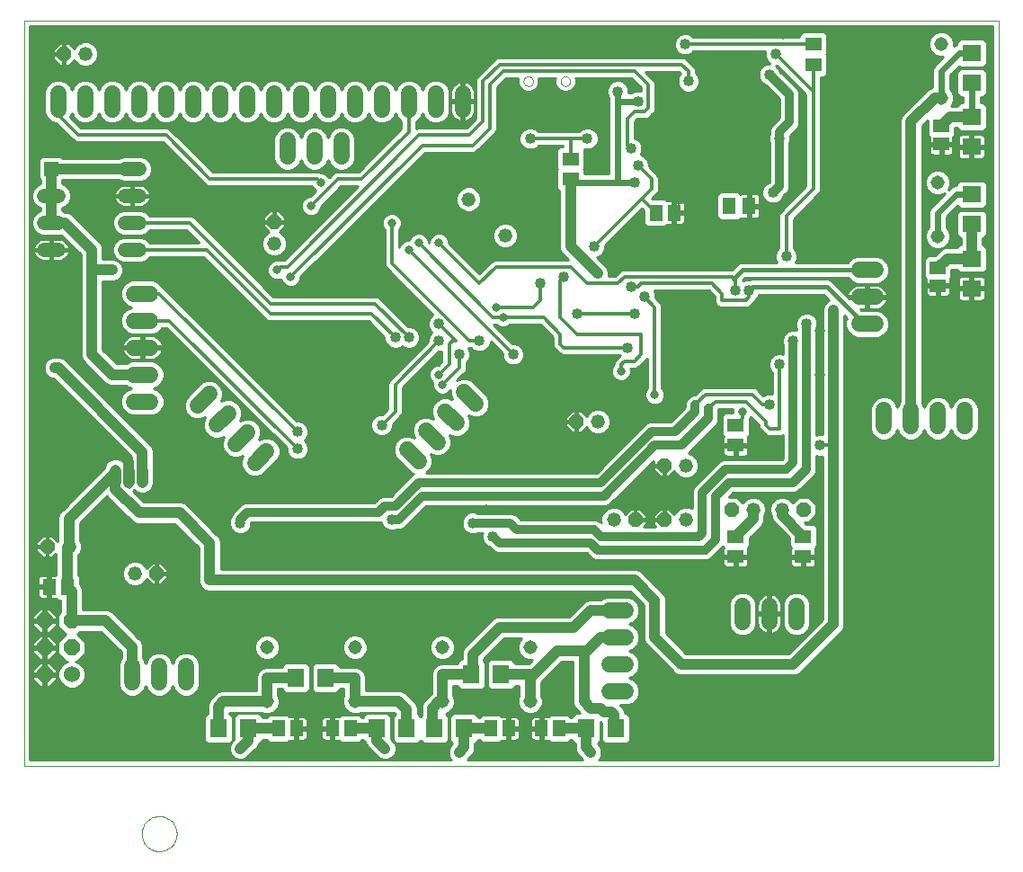
<source format=gbl>
G75*
G70*
%OFA0B0*%
%FSLAX24Y24*%
%IPPOS*%
%LPD*%
%AMOC8*
5,1,8,0,0,1.08239X$1,22.5*
%
%ADD10C,0.0000*%
%ADD11C,0.0600*%
%ADD12OC8,0.0520*%
%ADD13C,0.0520*%
%ADD14R,0.0512X0.0591*%
%ADD15R,0.0630X0.0512*%
%ADD16C,0.0515*%
%ADD17R,0.0630X0.0709*%
%ADD18C,0.0600*%
%ADD19OC8,0.0600*%
%ADD20R,0.0520X0.0520*%
%ADD21C,0.0520*%
%ADD22R,0.0709X0.0630*%
%ADD23R,0.0591X0.0512*%
%ADD24R,0.0512X0.0630*%
%ADD25C,0.0436*%
%ADD26C,0.0400*%
%ADD27C,0.0400*%
%ADD28C,0.0120*%
%ADD29C,0.0320*%
%ADD30C,0.0317*%
%ADD31C,0.0240*%
%ADD32C,0.0100*%
%ADD33C,0.0160*%
D10*
X000786Y004283D02*
X000786Y031905D01*
X036906Y031905D01*
X036906Y004283D01*
X000786Y004283D01*
X005136Y001758D02*
X005138Y001808D01*
X005144Y001858D01*
X005154Y001908D01*
X005167Y001956D01*
X005184Y002004D01*
X005205Y002050D01*
X005229Y002094D01*
X005257Y002136D01*
X005288Y002176D01*
X005322Y002213D01*
X005359Y002248D01*
X005398Y002279D01*
X005439Y002308D01*
X005483Y002333D01*
X005529Y002355D01*
X005576Y002373D01*
X005624Y002387D01*
X005673Y002398D01*
X005723Y002405D01*
X005773Y002408D01*
X005824Y002407D01*
X005874Y002402D01*
X005924Y002393D01*
X005972Y002381D01*
X006020Y002364D01*
X006066Y002344D01*
X006111Y002321D01*
X006154Y002294D01*
X006194Y002264D01*
X006232Y002231D01*
X006267Y002195D01*
X006300Y002156D01*
X006329Y002115D01*
X006355Y002072D01*
X006378Y002027D01*
X006397Y001980D01*
X006412Y001932D01*
X006424Y001883D01*
X006432Y001833D01*
X006436Y001783D01*
X006436Y001733D01*
X006432Y001683D01*
X006424Y001633D01*
X006412Y001584D01*
X006397Y001536D01*
X006378Y001489D01*
X006355Y001444D01*
X006329Y001401D01*
X006300Y001360D01*
X006267Y001321D01*
X006232Y001285D01*
X006194Y001252D01*
X006154Y001222D01*
X006111Y001195D01*
X006066Y001172D01*
X006020Y001152D01*
X005972Y001135D01*
X005924Y001123D01*
X005874Y001114D01*
X005824Y001109D01*
X005773Y001108D01*
X005723Y001111D01*
X005673Y001118D01*
X005624Y001129D01*
X005576Y001143D01*
X005529Y001161D01*
X005483Y001183D01*
X005439Y001208D01*
X005398Y001237D01*
X005359Y001268D01*
X005322Y001303D01*
X005288Y001340D01*
X005257Y001380D01*
X005229Y001422D01*
X005205Y001466D01*
X005184Y001512D01*
X005167Y001560D01*
X005154Y001608D01*
X005144Y001658D01*
X005138Y001708D01*
X005136Y001758D01*
X019295Y029658D02*
X019297Y029684D01*
X019303Y029710D01*
X019313Y029735D01*
X019326Y029758D01*
X019342Y029778D01*
X019362Y029796D01*
X019384Y029811D01*
X019407Y029823D01*
X019433Y029831D01*
X019459Y029835D01*
X019485Y029835D01*
X019511Y029831D01*
X019537Y029823D01*
X019561Y029811D01*
X019582Y029796D01*
X019602Y029778D01*
X019618Y029758D01*
X019631Y029735D01*
X019641Y029710D01*
X019647Y029684D01*
X019649Y029658D01*
X019647Y029632D01*
X019641Y029606D01*
X019631Y029581D01*
X019618Y029558D01*
X019602Y029538D01*
X019582Y029520D01*
X019560Y029505D01*
X019537Y029493D01*
X019511Y029485D01*
X019485Y029481D01*
X019459Y029481D01*
X019433Y029485D01*
X019407Y029493D01*
X019383Y029505D01*
X019362Y029520D01*
X019342Y029538D01*
X019326Y029558D01*
X019313Y029581D01*
X019303Y029606D01*
X019297Y029632D01*
X019295Y029658D01*
X020673Y029658D02*
X020675Y029684D01*
X020681Y029710D01*
X020691Y029735D01*
X020704Y029758D01*
X020720Y029778D01*
X020740Y029796D01*
X020762Y029811D01*
X020785Y029823D01*
X020811Y029831D01*
X020837Y029835D01*
X020863Y029835D01*
X020889Y029831D01*
X020915Y029823D01*
X020939Y029811D01*
X020960Y029796D01*
X020980Y029778D01*
X020996Y029758D01*
X021009Y029735D01*
X021019Y029710D01*
X021025Y029684D01*
X021027Y029658D01*
X021025Y029632D01*
X021019Y029606D01*
X021009Y029581D01*
X020996Y029558D01*
X020980Y029538D01*
X020960Y029520D01*
X020938Y029505D01*
X020915Y029493D01*
X020889Y029485D01*
X020863Y029481D01*
X020837Y029481D01*
X020811Y029485D01*
X020785Y029493D01*
X020761Y029505D01*
X020740Y029520D01*
X020720Y029538D01*
X020704Y029558D01*
X020691Y029581D01*
X020681Y029606D01*
X020675Y029632D01*
X020673Y029658D01*
D11*
X017036Y029208D02*
X017036Y028608D01*
X016036Y028608D02*
X016036Y029208D01*
X015036Y029208D02*
X015036Y028608D01*
X014036Y028608D02*
X014036Y029208D01*
X013036Y029208D02*
X013036Y028608D01*
X012036Y028608D02*
X012036Y029208D01*
X011036Y029208D02*
X011036Y028608D01*
X010036Y028608D02*
X010036Y029208D01*
X009036Y029208D02*
X009036Y028608D01*
X008036Y028608D02*
X008036Y029208D01*
X007036Y029208D02*
X007036Y028608D01*
X006036Y028608D02*
X006036Y029208D01*
X005036Y029208D02*
X005036Y028608D01*
X004036Y028608D02*
X004036Y029208D01*
X003036Y029208D02*
X003036Y028608D01*
X002036Y028608D02*
X002036Y029208D01*
X004861Y021783D02*
X005461Y021783D01*
X005461Y020783D02*
X004861Y020783D01*
X004861Y019783D02*
X005461Y019783D01*
X005461Y018783D02*
X004861Y018783D01*
X004861Y017783D02*
X005461Y017783D01*
X007212Y017632D02*
X007636Y018056D01*
X008343Y017349D02*
X007919Y016925D01*
X008626Y016218D02*
X009050Y016642D01*
X009757Y015935D02*
X009333Y015511D01*
X014977Y016002D02*
X015401Y015578D01*
X016108Y016285D02*
X015684Y016709D01*
X016391Y017416D02*
X016815Y016992D01*
X017522Y017699D02*
X017098Y018123D01*
X022486Y010033D02*
X023086Y010033D01*
X023086Y009033D02*
X022486Y009033D01*
X022486Y008033D02*
X023086Y008033D01*
X023086Y007033D02*
X022486Y007033D01*
X027411Y009608D02*
X027411Y010208D01*
X028411Y010208D02*
X028411Y009608D01*
X029411Y009608D02*
X029411Y010208D01*
X032661Y016858D02*
X032661Y017458D01*
X033661Y017458D02*
X033661Y016858D01*
X034661Y016858D02*
X034661Y017458D01*
X035661Y017458D02*
X035661Y016858D01*
X032336Y020658D02*
X031736Y020658D01*
X031736Y021658D02*
X032336Y021658D01*
X032336Y022658D02*
X031736Y022658D01*
X012536Y026858D02*
X012536Y027458D01*
X011536Y027458D02*
X011536Y026858D01*
X010536Y026858D02*
X010536Y027458D01*
X006786Y007958D02*
X006786Y007358D01*
X005786Y007358D02*
X005786Y007958D01*
X004786Y007958D02*
X004786Y007358D01*
D12*
X005686Y011408D03*
X001636Y012408D03*
X010051Y024449D03*
X002261Y030658D03*
X021261Y017033D03*
X024511Y015408D03*
X024511Y013408D03*
X023436Y013408D03*
X027011Y013783D03*
X029686Y013783D03*
D13*
X028886Y013783D03*
X027811Y013783D03*
X025311Y013408D03*
X025311Y015408D03*
X022636Y013408D03*
X022061Y017033D03*
X018604Y023944D03*
X017261Y025287D03*
X010051Y023649D03*
X003061Y030658D03*
X002436Y012408D03*
X004886Y011408D03*
D14*
X002371Y010908D03*
X001701Y010908D03*
X010201Y005658D03*
X010871Y005658D03*
X012201Y005658D03*
X012871Y005658D03*
X018076Y005658D03*
X018746Y005658D03*
X019951Y005658D03*
X020621Y005658D03*
X024201Y024783D03*
X024871Y024783D03*
D15*
X021036Y026034D03*
X021036Y026782D03*
X030036Y030284D03*
X030036Y031032D03*
X027161Y016907D03*
X027161Y016159D03*
X027161Y012782D03*
X027161Y012034D03*
X029661Y012034D03*
X029661Y012782D03*
D16*
X019536Y008658D03*
X019536Y006658D03*
X016286Y006658D03*
X016286Y008658D03*
X013036Y008658D03*
X013036Y006658D03*
X009786Y006658D03*
X009786Y008658D03*
X034661Y023908D03*
X034661Y025908D03*
X034786Y029033D03*
X034786Y031033D03*
D17*
X018462Y007658D03*
X017360Y007658D03*
X017087Y005658D03*
X015985Y005658D03*
X014962Y005658D03*
X013860Y005658D03*
X011962Y007533D03*
X010860Y007533D03*
X009087Y005658D03*
X007985Y005658D03*
X021610Y005658D03*
X022712Y005658D03*
D18*
X002536Y007658D03*
D19*
X001536Y007658D03*
X001536Y008658D03*
X002536Y008658D03*
X002536Y009658D03*
X001536Y009658D03*
D20*
X001786Y026408D03*
D21*
X001526Y025408D02*
X002046Y025408D01*
X002046Y024408D02*
X001526Y024408D01*
X001526Y023408D02*
X002046Y023408D01*
X004526Y023408D02*
X005046Y023408D01*
X005046Y024408D02*
X004526Y024408D01*
X004526Y025408D02*
X005046Y025408D01*
X005046Y026408D02*
X004526Y026408D01*
D22*
X035911Y027232D03*
X035911Y028335D03*
X035911Y029607D03*
X035911Y030710D03*
X035911Y025460D03*
X035911Y024357D03*
X035911Y023085D03*
X035911Y021982D03*
D23*
X034661Y022074D03*
X034661Y022743D03*
X034786Y027324D03*
X034786Y027993D03*
D24*
X027660Y025033D03*
X026912Y025033D03*
D25*
X005161Y015252D02*
X005161Y014815D01*
X004661Y014815D02*
X004661Y015252D01*
X004161Y015252D02*
X004161Y014815D01*
D26*
X004161Y015033D02*
X004161Y014533D01*
X005036Y013658D01*
X006536Y013658D01*
X007661Y012533D01*
X007661Y011158D01*
X011411Y011158D01*
X014661Y011158D01*
X017911Y011158D01*
X021411Y011158D01*
X023411Y011158D01*
X024161Y010408D01*
X024161Y009033D01*
X025161Y008033D01*
X029286Y008033D01*
X030786Y009533D01*
X030786Y016158D01*
X030786Y019533D01*
X030786Y021158D01*
X034661Y022743D02*
X035003Y023085D01*
X035911Y023085D01*
X035911Y024357D01*
X034786Y027993D02*
X035128Y028335D01*
X035911Y028335D01*
X034786Y029033D02*
X034536Y029033D01*
X033661Y028158D01*
X033661Y017158D01*
X028886Y013783D02*
X028886Y013557D01*
X029661Y012782D01*
X027811Y013432D02*
X027811Y013783D01*
X027811Y013432D02*
X027161Y012782D01*
X022786Y010033D02*
X021786Y010033D01*
X021161Y009408D01*
X018411Y009408D01*
X017411Y008408D01*
X017411Y007710D01*
X017360Y007658D01*
X016286Y007658D01*
X016286Y006658D01*
X016161Y006658D01*
X015911Y006408D01*
X015911Y005732D01*
X015985Y005658D01*
X014962Y005658D02*
X014962Y006357D01*
X014661Y006658D01*
X013036Y006658D01*
X013036Y007533D01*
X011962Y007533D01*
X010860Y007533D02*
X009786Y007533D01*
X009786Y006658D01*
X008161Y006658D01*
X007985Y006482D01*
X007985Y005658D01*
X008786Y004908D02*
X009087Y005210D01*
X009087Y005658D01*
X010201Y005658D01*
X012871Y005658D02*
X013860Y005658D01*
X013860Y005210D01*
X014161Y004908D01*
X016911Y004783D02*
X017087Y004960D01*
X017087Y005658D01*
X018076Y005658D01*
X019536Y006658D02*
X019536Y007533D01*
X020536Y008533D01*
X021536Y008533D01*
X021536Y006658D01*
X021786Y006408D01*
X022161Y006408D01*
X022286Y006283D01*
X022536Y006283D01*
X022661Y006158D01*
X022661Y005710D01*
X022712Y005658D01*
X021610Y005658D02*
X021610Y004960D01*
X021786Y004783D01*
X021610Y005658D02*
X020621Y005658D01*
X019536Y007533D02*
X019536Y007658D01*
X018462Y007658D01*
X021536Y008533D02*
X021661Y008533D01*
X022161Y009033D01*
X022786Y009033D01*
X022036Y022533D02*
X021036Y023533D01*
X021036Y026034D01*
X005161Y018783D02*
X004036Y018783D01*
X003286Y019533D01*
X003286Y022658D01*
X004036Y022658D01*
X003286Y022658D02*
X003286Y023408D01*
X002286Y024408D01*
X001786Y024408D01*
X001786Y025408D01*
X001786Y026408D01*
X004786Y026408D01*
X002036Y019033D02*
X005161Y015908D01*
X005161Y015033D01*
X004661Y014783D02*
X004661Y015533D01*
X004161Y015033D02*
X004036Y015033D01*
X002436Y013433D01*
X002436Y012408D01*
X002371Y012343D01*
X002371Y010908D01*
X002536Y010743D01*
X002536Y009658D01*
X003786Y009658D01*
X004786Y008658D01*
X004786Y007658D01*
X002036Y019033D02*
X001911Y019033D01*
D27*
X001911Y019033D03*
X004036Y022658D03*
X010911Y016658D03*
X010911Y016033D03*
X012286Y016408D03*
X014036Y016908D03*
X013661Y019033D03*
X014536Y020158D03*
X015036Y020158D03*
X016161Y020033D03*
X016161Y020658D03*
X016911Y019533D03*
X017661Y020033D03*
X018911Y019533D03*
X019661Y020283D03*
X021286Y021033D03*
X020786Y022408D03*
X019911Y022158D03*
X022036Y022533D03*
X021911Y023533D03*
X023286Y022033D03*
X023786Y021658D03*
X023411Y021033D03*
X023161Y019783D03*
X022911Y017783D03*
X025661Y018783D03*
X026036Y019158D03*
X026536Y018783D03*
X027036Y019158D03*
X027411Y018783D03*
X027411Y019658D03*
X027036Y020158D03*
X027411Y020533D03*
X026536Y020533D03*
X026036Y020158D03*
X025661Y020533D03*
X025661Y019658D03*
X026536Y019658D03*
X028786Y019158D03*
X029286Y020033D03*
X029786Y020658D03*
X030286Y020408D03*
X030786Y021158D03*
X030786Y019533D03*
X030286Y018783D03*
X031911Y019033D03*
X030286Y016158D03*
X031911Y015283D03*
X032286Y012283D03*
X031911Y009658D03*
X034161Y007783D03*
X035411Y009408D03*
X035536Y012283D03*
X036036Y015533D03*
X035786Y020533D03*
X029036Y023158D03*
X027661Y021908D03*
X027161Y021908D03*
X026911Y025033D03*
X026036Y025283D03*
X025536Y025283D03*
X025036Y025283D03*
X025286Y026658D03*
X025661Y027033D03*
X026286Y026658D03*
X026786Y027033D03*
X027161Y026658D03*
X027161Y027533D03*
X026786Y028033D03*
X027161Y028408D03*
X026286Y028408D03*
X025661Y028033D03*
X025286Y028408D03*
X025286Y027533D03*
X026286Y027533D03*
X028411Y028283D03*
X028786Y027533D03*
X029411Y027408D03*
X030786Y027533D03*
X032536Y027533D03*
X033286Y030658D03*
X033411Y031408D03*
X028911Y031408D03*
X028661Y030658D03*
X028411Y029908D03*
X027911Y029533D03*
X025411Y029658D03*
X025286Y031033D03*
X022911Y031158D03*
X022786Y029283D03*
X023536Y028908D03*
X023286Y027158D03*
X023536Y026533D03*
X024036Y026783D03*
X023411Y025908D03*
X021661Y027533D03*
X019536Y027533D03*
X014536Y028033D03*
X013161Y022033D03*
X013161Y020408D03*
X012036Y019533D03*
X017911Y013783D03*
X017411Y013283D03*
X018161Y012783D03*
X017911Y011158D03*
X017911Y010283D03*
X014661Y011158D03*
X015036Y012908D03*
X014411Y013408D03*
X011411Y011158D03*
X011411Y009283D03*
X008786Y013283D03*
X008786Y004908D03*
X014161Y004908D03*
X016911Y004783D03*
X021786Y004783D03*
X024536Y005783D03*
X025536Y009408D03*
X028286Y011908D03*
X028411Y017658D03*
X021286Y011908D03*
X021411Y011158D03*
X031036Y005533D03*
X028536Y025533D03*
D28*
X029036Y024658D02*
X030036Y025658D01*
X030036Y029283D01*
X030036Y030284D01*
X030036Y031032D02*
X025287Y031032D01*
X025286Y031033D01*
X025161Y030283D02*
X025411Y030033D01*
X025411Y029658D01*
X025161Y030283D02*
X018411Y030283D01*
X017786Y029658D01*
X017786Y028158D01*
X017286Y027658D01*
X015411Y027658D01*
X010536Y022783D01*
X010286Y022783D01*
X010161Y022658D01*
X010661Y022408D02*
X015536Y027283D01*
X017411Y027283D01*
X018036Y027908D01*
X018036Y029533D01*
X018536Y030033D01*
X023411Y030033D01*
X023911Y029533D01*
X023911Y028658D01*
X023786Y028533D01*
X023411Y028533D01*
X023161Y028283D01*
X023161Y027283D01*
X023286Y027158D01*
X023536Y026533D02*
X024036Y026033D01*
X024036Y025658D01*
X023724Y025346D01*
X023724Y025261D01*
X024201Y024783D01*
X023724Y025346D02*
X021911Y023533D01*
X021036Y022783D02*
X018286Y022783D01*
X017661Y022158D01*
X016161Y023658D01*
X015411Y023658D02*
X018161Y020908D01*
X018536Y020908D01*
X020036Y020908D01*
X020661Y020283D01*
X020661Y019908D01*
X020786Y019783D01*
X023161Y019783D01*
X023411Y019283D02*
X023661Y019533D01*
X023661Y020283D01*
X021286Y020283D01*
X020661Y020908D01*
X020661Y022283D01*
X020786Y022408D01*
X021036Y022783D02*
X021661Y022158D01*
X022786Y022158D01*
X023036Y022408D01*
X027036Y022408D01*
X027099Y022346D01*
X027161Y022283D01*
X027161Y021908D01*
X027661Y021908D02*
X027661Y021658D01*
X027536Y021533D01*
X026661Y021533D01*
X026661Y021783D01*
X026286Y022158D01*
X023661Y022158D01*
X023536Y022033D01*
X023286Y022033D01*
X023786Y021658D02*
X024161Y021283D01*
X024161Y018033D01*
X023411Y019283D02*
X023036Y019283D01*
X022911Y019158D01*
X022911Y018908D01*
X023411Y021033D02*
X021286Y021033D01*
X019911Y021533D02*
X019661Y021283D01*
X018286Y021283D01*
X017661Y020033D02*
X017286Y020033D01*
X014411Y022908D01*
X014411Y024408D01*
X015036Y023408D02*
X018911Y019533D01*
X016911Y019533D02*
X016911Y019033D01*
X016286Y018408D01*
X016161Y018783D02*
X016536Y019158D01*
X016536Y019908D01*
X016661Y020033D01*
X016786Y020033D01*
X016161Y020658D01*
X016161Y020033D02*
X014536Y018408D01*
X014536Y017408D01*
X014036Y016908D01*
X010911Y016658D02*
X005786Y021783D01*
X005161Y021783D01*
X005161Y020783D02*
X006161Y020783D01*
X010911Y016033D01*
X014536Y020158D02*
X013661Y021033D01*
X009911Y021033D01*
X007536Y023408D01*
X004786Y023408D01*
X004786Y024408D02*
X006911Y024408D01*
X009911Y021408D01*
X013786Y021408D01*
X015036Y020158D01*
X019911Y021533D02*
X019911Y022158D01*
X021036Y026782D02*
X021036Y027533D01*
X019536Y027533D01*
X021036Y027533D02*
X021661Y027533D01*
X015036Y027783D02*
X015036Y028908D01*
X015036Y027783D02*
X013286Y026033D01*
X012411Y026033D01*
X011411Y025033D01*
X011786Y025908D02*
X011661Y026033D01*
X007661Y026033D01*
X006036Y027658D01*
X002786Y027658D01*
X002036Y028408D01*
X002036Y028908D01*
X025661Y017658D02*
X026036Y018033D01*
X027786Y018033D01*
X028161Y017658D01*
X028411Y017658D01*
X028286Y017033D02*
X027536Y017783D01*
X026411Y017783D01*
X026161Y017533D01*
X027161Y016907D02*
X027411Y017157D01*
X027411Y017408D01*
X028286Y017033D02*
X028286Y016908D01*
X028411Y016783D01*
X028786Y016783D01*
X028786Y019158D01*
X030286Y016158D02*
X030786Y016158D01*
X029036Y023158D02*
X029036Y024658D01*
X030036Y029283D02*
X028661Y030658D01*
D29*
X028411Y029908D02*
X029161Y029158D01*
X029161Y028158D01*
X028786Y027783D01*
X028786Y027533D01*
X028786Y025783D01*
X028536Y025533D01*
X029786Y020658D02*
X029786Y015283D01*
X029286Y014783D01*
X026911Y014783D01*
X026411Y014283D01*
X026411Y012658D01*
X026036Y012283D01*
X022036Y012283D01*
X021786Y012533D01*
X018411Y012533D01*
X018161Y012783D01*
X018786Y013283D02*
X017411Y013283D01*
X018786Y013283D02*
X019036Y013033D01*
X021911Y013033D01*
X022161Y012783D01*
X025786Y012783D01*
X025911Y012908D01*
X025911Y014408D01*
X026786Y015283D01*
X029036Y015283D01*
X029286Y015533D01*
X029286Y020033D01*
X026161Y017533D02*
X026161Y017158D01*
X025161Y016158D01*
X024161Y016158D01*
X022286Y014283D01*
X015536Y014283D01*
X014661Y013408D01*
X014411Y013408D01*
X013911Y013658D02*
X014161Y013908D01*
X014536Y013908D01*
X015411Y014783D01*
X022161Y014783D01*
X024036Y016658D01*
X024911Y016658D01*
X025661Y017408D01*
X025661Y017658D01*
X013911Y013658D02*
X009036Y013658D01*
X008786Y013408D01*
X008786Y013283D01*
D30*
X016161Y018783D03*
X016286Y018408D03*
X018536Y020908D03*
X018286Y021283D03*
X016161Y023658D03*
X015411Y023658D03*
X015036Y023408D03*
X014411Y024408D03*
X011786Y025908D03*
X011411Y025033D03*
X010161Y022658D03*
X010661Y022408D03*
X022911Y023283D03*
X022911Y018908D03*
X023536Y018908D03*
X024161Y018033D03*
X027411Y017408D03*
X028286Y014283D03*
D31*
X034661Y023908D02*
X034661Y024783D01*
X035337Y025460D01*
X035911Y025460D01*
X035911Y028335D02*
X035911Y029607D01*
X035462Y030710D02*
X034786Y030033D01*
X034786Y029033D01*
X035462Y030710D02*
X035911Y030710D01*
X023536Y028908D02*
X022786Y028908D01*
X022786Y029283D01*
X022786Y028908D02*
X022786Y025908D01*
X023411Y025908D01*
X022786Y025908D02*
X021162Y025908D01*
X021036Y026034D01*
D32*
X020511Y026062D02*
X014696Y026062D01*
X014795Y026160D02*
X020511Y026160D01*
X020511Y026259D02*
X014893Y026259D01*
X014992Y026357D02*
X020511Y026357D01*
X020511Y026377D02*
X020511Y025692D01*
X020626Y025577D01*
X020626Y023452D01*
X020689Y023301D01*
X020804Y023186D01*
X020936Y023053D01*
X018340Y023053D01*
X018232Y023053D01*
X018133Y023012D01*
X017661Y022540D01*
X016530Y023672D01*
X016530Y023732D01*
X016473Y023867D01*
X016370Y023971D01*
X016234Y024027D01*
X016088Y024027D01*
X015952Y023971D01*
X015849Y023867D01*
X015793Y023732D01*
X015793Y023659D01*
X015780Y023672D01*
X015780Y023732D01*
X015723Y023867D01*
X015620Y023971D01*
X015484Y024027D01*
X015338Y024027D01*
X015202Y023971D01*
X015099Y023867D01*
X015061Y023777D01*
X014963Y023777D01*
X014827Y023721D01*
X014724Y023617D01*
X014681Y023514D01*
X014681Y024157D01*
X014723Y024200D01*
X014780Y024335D01*
X014780Y024482D01*
X014723Y024617D01*
X014620Y024721D01*
X014484Y024777D01*
X014338Y024777D01*
X014202Y024721D01*
X014099Y024617D01*
X014043Y024482D01*
X014043Y024335D01*
X014099Y024200D01*
X014141Y024157D01*
X014141Y022962D01*
X014141Y022855D01*
X014182Y022756D01*
X015931Y021007D01*
X015929Y021006D01*
X015814Y020891D01*
X015751Y020740D01*
X015751Y020577D01*
X015814Y020426D01*
X015894Y020346D01*
X015814Y020266D01*
X015751Y020115D01*
X015751Y020005D01*
X014383Y018637D01*
X014307Y018561D01*
X014266Y018462D01*
X014266Y017520D01*
X014064Y017318D01*
X013955Y017318D01*
X013804Y017256D01*
X013689Y017141D01*
X013626Y016990D01*
X013626Y016827D01*
X013689Y016676D01*
X013804Y016561D01*
X013955Y016498D01*
X014118Y016498D01*
X014268Y016561D01*
X014384Y016676D01*
X014446Y016827D01*
X014446Y016937D01*
X014765Y017256D01*
X014806Y017355D01*
X014806Y017462D01*
X014806Y018297D01*
X016133Y019623D01*
X016243Y019623D01*
X016266Y019633D01*
X016266Y019270D01*
X016148Y019152D01*
X016088Y019152D01*
X015952Y019096D01*
X015849Y018992D01*
X015793Y018857D01*
X015793Y018710D01*
X015849Y018575D01*
X015925Y018499D01*
X015918Y018482D01*
X015918Y018335D01*
X015974Y018200D01*
X016077Y018096D01*
X016213Y018040D01*
X016359Y018040D01*
X016495Y018096D01*
X016588Y018189D01*
X016588Y018022D01*
X016656Y017858D01*
X016492Y017926D01*
X016289Y017926D01*
X016102Y017848D01*
X015959Y017705D01*
X015881Y017518D01*
X015881Y017315D01*
X015949Y017151D01*
X015785Y017219D01*
X015582Y017219D01*
X015395Y017141D01*
X015251Y016998D01*
X015174Y016810D01*
X015174Y016607D01*
X015241Y016444D01*
X015078Y016512D01*
X014875Y016512D01*
X014688Y016434D01*
X014544Y016291D01*
X014467Y016103D01*
X014467Y015900D01*
X014544Y015713D01*
X015112Y015145D01*
X015215Y015103D01*
X015202Y015097D01*
X015097Y014993D01*
X014383Y014278D01*
X014088Y014278D01*
X013952Y014222D01*
X013847Y014118D01*
X013758Y014028D01*
X009110Y014028D01*
X008963Y014028D01*
X008827Y013972D01*
X008472Y013618D01*
X008416Y013482D01*
X008416Y013462D01*
X008376Y013365D01*
X008376Y013202D01*
X008439Y013051D01*
X008554Y012936D01*
X008705Y012873D01*
X008868Y012873D01*
X009018Y012936D01*
X009134Y013051D01*
X009196Y013202D01*
X009196Y013288D01*
X013838Y013288D01*
X013985Y013288D01*
X014012Y013300D01*
X014064Y013176D01*
X014179Y013061D01*
X014330Y012998D01*
X014493Y012998D01*
X014589Y013038D01*
X014735Y013038D01*
X014871Y013095D01*
X015689Y013913D01*
X022213Y013913D01*
X022360Y013913D01*
X022496Y013970D01*
X024101Y015575D01*
X024101Y015438D01*
X024481Y015438D01*
X024481Y015378D01*
X024541Y015378D01*
X024541Y014998D01*
X024681Y014998D01*
X024887Y015204D01*
X024913Y015142D01*
X025045Y015010D01*
X025218Y014938D01*
X025405Y014938D01*
X025577Y015010D01*
X025710Y015142D01*
X025781Y015315D01*
X025781Y015502D01*
X025710Y015675D01*
X025577Y015807D01*
X025405Y015878D01*
X025404Y015878D01*
X026371Y016845D01*
X026475Y016949D01*
X026531Y017085D01*
X026531Y017513D01*
X027056Y017513D01*
X027043Y017482D01*
X027043Y017373D01*
X026759Y017373D01*
X026636Y017250D01*
X026636Y016565D01*
X026714Y016487D01*
X026706Y016473D01*
X026696Y016435D01*
X026696Y016209D01*
X027111Y016209D01*
X027111Y016109D01*
X027211Y016109D01*
X027211Y015754D01*
X027496Y015754D01*
X027534Y015764D01*
X027568Y015784D01*
X027596Y015811D01*
X027616Y015846D01*
X027626Y015884D01*
X027626Y016109D01*
X028916Y016109D01*
X028916Y016207D02*
X027211Y016207D01*
X027211Y016209D02*
X027626Y016209D01*
X027626Y016435D01*
X027616Y016473D01*
X027608Y016487D01*
X027686Y016565D01*
X027686Y017162D01*
X027723Y017200D01*
X027728Y017210D01*
X028016Y016922D01*
X028016Y016855D01*
X028057Y016756D01*
X028133Y016680D01*
X028258Y016555D01*
X028357Y016513D01*
X028465Y016513D01*
X028840Y016513D01*
X028916Y016545D01*
X028916Y015687D01*
X028883Y015653D01*
X026860Y015653D01*
X026713Y015653D01*
X026577Y015597D01*
X025702Y014722D01*
X025597Y014618D01*
X025541Y014482D01*
X025541Y013822D01*
X025405Y013878D01*
X025218Y013878D01*
X025045Y013807D01*
X024913Y013675D01*
X024887Y013612D01*
X024681Y013818D01*
X024541Y013818D01*
X024541Y013439D01*
X024481Y013439D01*
X024481Y013818D01*
X024341Y013818D01*
X024101Y013578D01*
X024101Y013438D01*
X024481Y013438D01*
X024481Y013378D01*
X024101Y013378D01*
X024101Y013239D01*
X024186Y013153D01*
X023761Y013153D01*
X023846Y013239D01*
X023846Y013378D01*
X023466Y013378D01*
X023466Y013438D01*
X023846Y013438D01*
X023846Y013578D01*
X023606Y013818D01*
X023466Y013818D01*
X023466Y013439D01*
X023406Y013439D01*
X023406Y013818D01*
X023266Y013818D01*
X023060Y013612D01*
X023035Y013675D01*
X022902Y013807D01*
X022730Y013878D01*
X022543Y013878D01*
X022370Y013807D01*
X022238Y013675D01*
X022166Y013502D01*
X022166Y013315D01*
X022176Y013292D01*
X022121Y013347D01*
X021985Y013403D01*
X019189Y013403D01*
X019100Y013493D01*
X018996Y013597D01*
X018860Y013653D01*
X017589Y013653D01*
X017493Y013693D01*
X017330Y013693D01*
X017179Y013631D01*
X017064Y013516D01*
X017001Y013365D01*
X017001Y013202D01*
X017064Y013051D01*
X017179Y012936D01*
X017330Y012873D01*
X017493Y012873D01*
X017589Y012913D01*
X017771Y012913D01*
X017751Y012865D01*
X017751Y012702D01*
X017814Y012551D01*
X017929Y012436D01*
X018025Y012396D01*
X018202Y012220D01*
X018338Y012163D01*
X018485Y012163D01*
X021633Y012163D01*
X021827Y011970D01*
X021826Y011970D02*
X008071Y011970D01*
X008071Y012068D02*
X021728Y012068D01*
X021827Y011970D02*
X021963Y011913D01*
X022110Y011913D01*
X026110Y011913D01*
X026246Y011970D01*
X026696Y011970D01*
X026696Y011984D02*
X026696Y011759D01*
X026706Y011721D01*
X026726Y011686D01*
X026754Y011659D01*
X026788Y011639D01*
X026826Y011629D01*
X027111Y011629D01*
X027111Y011984D01*
X027211Y011984D01*
X027211Y011629D01*
X027496Y011629D01*
X027534Y011639D01*
X027568Y011659D01*
X027596Y011686D01*
X027616Y011721D01*
X027626Y011759D01*
X027626Y011984D01*
X027211Y011984D01*
X027211Y012084D01*
X027626Y012084D01*
X027626Y012310D01*
X027616Y012348D01*
X027608Y012362D01*
X027686Y012440D01*
X027686Y012728D01*
X028043Y013085D01*
X028159Y013200D01*
X028221Y013351D01*
X028221Y013545D01*
X028281Y013690D01*
X028281Y013877D01*
X028210Y014050D01*
X028077Y014182D01*
X027905Y014253D01*
X027718Y014253D01*
X027545Y014182D01*
X027413Y014050D01*
X027412Y014047D01*
X027206Y014253D01*
X026904Y014253D01*
X027064Y014413D01*
X029213Y014413D01*
X029360Y014413D01*
X029496Y014470D01*
X030100Y015074D01*
X030156Y015210D01*
X030156Y015357D01*
X030156Y015769D01*
X030205Y015748D01*
X030368Y015748D01*
X030376Y015752D01*
X030376Y009703D01*
X029116Y008443D01*
X025331Y008443D01*
X024571Y009203D01*
X024571Y010490D01*
X024509Y010641D01*
X024393Y010756D01*
X023643Y011506D01*
X023493Y011568D01*
X023330Y011568D01*
X021330Y011568D01*
X017993Y011568D01*
X017830Y011568D01*
X014743Y011568D01*
X014580Y011568D01*
X011493Y011568D01*
X011330Y011568D01*
X008071Y011568D01*
X008071Y012615D01*
X008009Y012766D01*
X007893Y012881D01*
X006768Y014006D01*
X006618Y014068D01*
X006455Y014068D01*
X005206Y014068D01*
X004800Y014474D01*
X004835Y014489D01*
X004863Y014508D01*
X004919Y014452D01*
X005076Y014387D01*
X005246Y014387D01*
X005404Y014452D01*
X005524Y014573D01*
X005589Y014730D01*
X005589Y015337D01*
X005571Y015380D01*
X005571Y015990D01*
X005509Y016141D01*
X005393Y016256D01*
X002268Y019381D01*
X002118Y019443D01*
X001955Y019443D01*
X001830Y019443D01*
X001679Y019381D01*
X001564Y019266D01*
X001501Y019115D01*
X001501Y018952D01*
X001564Y018801D01*
X001679Y018686D01*
X001830Y018623D01*
X001866Y018623D01*
X004751Y015739D01*
X004751Y015609D01*
X004697Y015620D01*
X004670Y015620D01*
X004670Y015043D01*
X004652Y015043D01*
X004652Y015620D01*
X004625Y015620D01*
X004554Y015606D01*
X004487Y015578D01*
X004459Y015559D01*
X004404Y015614D01*
X004246Y015680D01*
X004076Y015680D01*
X003919Y015614D01*
X003798Y015494D01*
X003733Y015337D01*
X003733Y015310D01*
X003689Y015266D01*
X003689Y015266D01*
X002204Y013781D01*
X002204Y013781D01*
X002089Y013666D01*
X002026Y013515D01*
X002026Y012647D01*
X002012Y012612D01*
X001806Y012818D01*
X001666Y012818D01*
X001666Y012439D01*
X001606Y012439D01*
X001606Y012818D01*
X001466Y012818D01*
X001226Y012578D01*
X001226Y012438D01*
X001606Y012438D01*
X001606Y012378D01*
X001666Y012378D01*
X001666Y011998D01*
X001806Y011998D01*
X001961Y012153D01*
X001961Y011354D01*
X001751Y011354D01*
X001751Y010959D01*
X001652Y010959D01*
X001652Y011354D01*
X001426Y011354D01*
X001388Y011343D01*
X001353Y011324D01*
X001326Y011296D01*
X001306Y011262D01*
X001296Y011223D01*
X001296Y010958D01*
X001651Y010958D01*
X001651Y010859D01*
X001296Y010859D01*
X001296Y010593D01*
X001306Y010555D01*
X001326Y010521D01*
X001353Y010493D01*
X001388Y010473D01*
X001426Y010463D01*
X001652Y010463D01*
X001652Y010858D01*
X001751Y010858D01*
X001751Y010463D01*
X001968Y010463D01*
X002028Y010403D01*
X002126Y010403D01*
X002126Y009970D01*
X002026Y009870D01*
X002026Y009447D01*
X002315Y009158D01*
X002026Y008870D01*
X002026Y008447D01*
X002325Y008148D01*
X002387Y008148D01*
X002247Y008091D01*
X002104Y007947D01*
X002026Y007760D01*
X002026Y007557D01*
X002104Y007370D01*
X002247Y007226D01*
X002435Y007148D01*
X002638Y007148D01*
X002825Y007226D01*
X002968Y007370D01*
X003046Y007557D01*
X003046Y007760D01*
X002968Y007947D01*
X002825Y008091D01*
X002686Y008148D01*
X002747Y008148D01*
X003046Y008447D01*
X003046Y008870D01*
X002757Y009158D01*
X002847Y009248D01*
X003616Y009248D01*
X004376Y008489D01*
X004376Y008270D01*
X004354Y008247D01*
X004276Y008060D01*
X004276Y007257D01*
X004354Y007070D01*
X004497Y006926D01*
X004685Y006848D01*
X004888Y006848D01*
X005075Y006926D01*
X005218Y007070D01*
X005286Y007233D01*
X005354Y007070D01*
X005497Y006926D01*
X005685Y006848D01*
X005888Y006848D01*
X006075Y006926D01*
X006218Y007070D01*
X006286Y007233D01*
X006354Y007070D01*
X006497Y006926D01*
X006685Y006848D01*
X006888Y006848D01*
X007075Y006926D01*
X007218Y007070D01*
X007296Y007257D01*
X007296Y008060D01*
X007218Y008247D01*
X007075Y008391D01*
X006888Y008468D01*
X006685Y008468D01*
X006497Y008391D01*
X006354Y008247D01*
X006286Y008084D01*
X006218Y008247D01*
X006075Y008391D01*
X005888Y008468D01*
X005685Y008468D01*
X005497Y008391D01*
X005354Y008247D01*
X005286Y008084D01*
X005218Y008247D01*
X005196Y008270D01*
X005196Y008740D01*
X005134Y008891D01*
X005018Y009006D01*
X004134Y009891D01*
X004018Y010006D01*
X003868Y010068D01*
X002946Y010068D01*
X002946Y010662D01*
X002946Y010825D01*
X002884Y010975D01*
X002837Y011022D01*
X002837Y011291D01*
X002781Y011347D01*
X002781Y012088D01*
X002835Y012142D01*
X002906Y012315D01*
X002906Y012502D01*
X002846Y012647D01*
X002846Y013264D01*
X003849Y014266D01*
X003929Y014186D01*
X004689Y013426D01*
X004804Y013311D01*
X004955Y013248D01*
X006366Y013248D01*
X007251Y012364D01*
X002906Y012364D01*
X002906Y012463D02*
X007152Y012463D01*
X007054Y012561D02*
X002882Y012561D01*
X002846Y012660D02*
X006955Y012660D01*
X006857Y012758D02*
X002846Y012758D01*
X002846Y012857D02*
X006758Y012857D01*
X006659Y012955D02*
X002846Y012955D01*
X002846Y013054D02*
X006561Y013054D01*
X006462Y013152D02*
X002846Y013152D01*
X002846Y013251D02*
X004949Y013251D01*
X004765Y013349D02*
X002932Y013349D01*
X003030Y013448D02*
X004667Y013448D01*
X004689Y013426D02*
X004689Y013426D01*
X004568Y013547D02*
X003129Y013547D01*
X003228Y013645D02*
X004470Y013645D01*
X004371Y013744D02*
X003326Y013744D01*
X003425Y013842D02*
X004273Y013842D01*
X004174Y013941D02*
X003523Y013941D01*
X003622Y014039D02*
X004076Y014039D01*
X003977Y014138D02*
X003720Y014138D01*
X003819Y014236D02*
X003878Y014236D01*
X003929Y014186D02*
X003929Y014186D01*
X004652Y014622D02*
X004652Y015024D01*
X004670Y015024D01*
X004670Y014604D01*
X004652Y014622D01*
X004652Y014631D02*
X004670Y014631D01*
X004670Y014729D02*
X004652Y014729D01*
X004652Y014828D02*
X004670Y014828D01*
X004670Y014926D02*
X004652Y014926D01*
X004652Y015123D02*
X004670Y015123D01*
X004670Y015222D02*
X004652Y015222D01*
X004652Y015320D02*
X004670Y015320D01*
X004670Y015419D02*
X004652Y015419D01*
X004652Y015517D02*
X004670Y015517D01*
X004670Y015616D02*
X004652Y015616D01*
X004606Y015616D02*
X004400Y015616D01*
X004716Y015616D02*
X004751Y015616D01*
X004751Y015714D02*
X000996Y015714D01*
X000996Y015616D02*
X003922Y015616D01*
X003822Y015517D02*
X000996Y015517D01*
X000996Y015419D02*
X003767Y015419D01*
X003733Y015320D02*
X000996Y015320D01*
X000996Y015222D02*
X003645Y015222D01*
X003546Y015123D02*
X000996Y015123D01*
X000996Y015025D02*
X003448Y015025D01*
X003349Y014926D02*
X000996Y014926D01*
X000996Y014828D02*
X003251Y014828D01*
X003152Y014729D02*
X000996Y014729D01*
X000996Y014631D02*
X003053Y014631D01*
X002955Y014532D02*
X000996Y014532D01*
X000996Y014433D02*
X002856Y014433D01*
X002758Y014335D02*
X000996Y014335D01*
X000996Y014236D02*
X002659Y014236D01*
X002561Y014138D02*
X000996Y014138D01*
X000996Y014039D02*
X002462Y014039D01*
X002364Y013941D02*
X000996Y013941D01*
X000996Y013842D02*
X002265Y013842D01*
X002166Y013744D02*
X000996Y013744D01*
X000996Y013645D02*
X002080Y013645D01*
X002039Y013547D02*
X000996Y013547D01*
X000996Y013448D02*
X002026Y013448D01*
X002026Y013349D02*
X000996Y013349D01*
X000996Y013251D02*
X002026Y013251D01*
X002026Y013152D02*
X000996Y013152D01*
X000996Y013054D02*
X002026Y013054D01*
X002026Y012955D02*
X000996Y012955D01*
X000996Y012857D02*
X002026Y012857D01*
X002026Y012758D02*
X001866Y012758D01*
X001965Y012660D02*
X002026Y012660D01*
X001666Y012660D02*
X001606Y012660D01*
X001606Y012758D02*
X001666Y012758D01*
X001666Y012561D02*
X001606Y012561D01*
X001606Y012463D02*
X001666Y012463D01*
X001666Y012364D02*
X001606Y012364D01*
X001606Y012378D02*
X001606Y011998D01*
X001466Y011998D01*
X001226Y012239D01*
X001226Y012378D01*
X001606Y012378D01*
X001606Y012265D02*
X001666Y012265D01*
X001666Y012167D02*
X001606Y012167D01*
X001606Y012068D02*
X001666Y012068D01*
X001876Y012068D02*
X001961Y012068D01*
X001961Y011970D02*
X000996Y011970D01*
X000996Y012068D02*
X001396Y012068D01*
X001298Y012167D02*
X000996Y012167D01*
X000996Y012265D02*
X001226Y012265D01*
X001226Y012364D02*
X000996Y012364D01*
X000996Y012463D02*
X001226Y012463D01*
X001226Y012561D02*
X000996Y012561D01*
X000996Y012660D02*
X001308Y012660D01*
X001406Y012758D02*
X000996Y012758D01*
X000996Y011871D02*
X001961Y011871D01*
X001961Y011773D02*
X000996Y011773D01*
X000996Y011674D02*
X001961Y011674D01*
X001961Y011576D02*
X000996Y011576D01*
X000996Y011477D02*
X001961Y011477D01*
X001961Y011379D02*
X000996Y011379D01*
X000996Y011280D02*
X001316Y011280D01*
X001296Y011181D02*
X000996Y011181D01*
X000996Y011083D02*
X001296Y011083D01*
X001296Y010984D02*
X000996Y010984D01*
X000996Y010886D02*
X001651Y010886D01*
X001652Y010984D02*
X001751Y010984D01*
X001751Y011083D02*
X001652Y011083D01*
X001652Y011181D02*
X001751Y011181D01*
X001751Y011280D02*
X001652Y011280D01*
X001652Y010787D02*
X001751Y010787D01*
X001751Y010689D02*
X001652Y010689D01*
X001652Y010590D02*
X001751Y010590D01*
X001751Y010492D02*
X001652Y010492D01*
X001356Y010492D02*
X000996Y010492D01*
X000996Y010590D02*
X001296Y010590D01*
X001296Y010689D02*
X000996Y010689D01*
X000996Y010787D02*
X001296Y010787D01*
X000996Y010393D02*
X002126Y010393D01*
X002126Y010295D02*
X000996Y010295D01*
X000996Y010196D02*
X002126Y010196D01*
X002126Y010098D02*
X001733Y010098D01*
X001723Y010108D02*
X001586Y010108D01*
X001586Y009709D01*
X001486Y009709D01*
X001486Y010108D01*
X001350Y010108D01*
X001086Y009845D01*
X001086Y009708D01*
X001486Y009708D01*
X001486Y009608D01*
X001586Y009608D01*
X001586Y009208D01*
X001723Y009208D01*
X001986Y009472D01*
X001986Y009608D01*
X001586Y009608D01*
X001586Y009708D01*
X001986Y009708D01*
X001986Y009845D01*
X001723Y010108D01*
X001586Y010098D02*
X001486Y010098D01*
X001486Y009999D02*
X001586Y009999D01*
X001586Y009900D02*
X001486Y009900D01*
X001486Y009802D02*
X001586Y009802D01*
X001586Y009703D02*
X002026Y009703D01*
X002026Y009605D02*
X001986Y009605D01*
X001986Y009506D02*
X002026Y009506D01*
X002066Y009408D02*
X001922Y009408D01*
X001823Y009309D02*
X002164Y009309D01*
X002263Y009211D02*
X001725Y009211D01*
X001723Y009108D02*
X001586Y009108D01*
X001586Y008709D01*
X001486Y008709D01*
X001486Y009108D01*
X001350Y009108D01*
X001086Y008845D01*
X001086Y008708D01*
X001486Y008708D01*
X001486Y008608D01*
X001586Y008608D01*
X001586Y008208D01*
X001723Y008208D01*
X001986Y008472D01*
X001986Y008608D01*
X001586Y008608D01*
X001586Y008708D01*
X001986Y008708D01*
X001986Y008845D01*
X001723Y009108D01*
X001817Y009014D02*
X002170Y009014D01*
X002269Y009112D02*
X000996Y009112D01*
X000996Y009014D02*
X001255Y009014D01*
X001156Y008915D02*
X000996Y008915D01*
X000996Y008816D02*
X001086Y008816D01*
X001086Y008718D02*
X000996Y008718D01*
X000996Y008619D02*
X001486Y008619D01*
X001486Y008608D02*
X001086Y008608D01*
X001086Y008472D01*
X001350Y008208D01*
X001486Y008208D01*
X001486Y008608D01*
X001486Y008521D02*
X001586Y008521D01*
X001586Y008619D02*
X002026Y008619D01*
X002026Y008521D02*
X001986Y008521D01*
X001936Y008422D02*
X002051Y008422D01*
X002150Y008324D02*
X001838Y008324D01*
X001739Y008225D02*
X002248Y008225D01*
X002334Y008127D02*
X000996Y008127D01*
X000996Y008225D02*
X001333Y008225D01*
X001350Y008108D02*
X001086Y007845D01*
X001086Y007708D01*
X001486Y007708D01*
X001486Y007608D01*
X001586Y007608D01*
X001586Y007208D01*
X001723Y007208D01*
X001986Y007472D01*
X001986Y007608D01*
X001586Y007608D01*
X001586Y007708D01*
X001986Y007708D01*
X001986Y007845D01*
X001723Y008108D01*
X001586Y008108D01*
X001586Y007709D01*
X001486Y007709D01*
X001486Y008108D01*
X001350Y008108D01*
X001269Y008028D02*
X000996Y008028D01*
X000996Y007930D02*
X001171Y007930D01*
X001086Y007831D02*
X000996Y007831D01*
X000996Y007732D02*
X001086Y007732D01*
X001086Y007608D02*
X001086Y007472D01*
X001350Y007208D01*
X001486Y007208D01*
X001486Y007608D01*
X001086Y007608D01*
X001086Y007535D02*
X000996Y007535D01*
X000996Y007437D02*
X001121Y007437D01*
X001220Y007338D02*
X000996Y007338D01*
X000996Y007240D02*
X001318Y007240D01*
X001486Y007240D02*
X001586Y007240D01*
X001586Y007338D02*
X001486Y007338D01*
X001486Y007437D02*
X001586Y007437D01*
X001586Y007535D02*
X001486Y007535D01*
X001486Y007634D02*
X000996Y007634D01*
X000996Y007141D02*
X004324Y007141D01*
X004283Y007240D02*
X002839Y007240D01*
X002937Y007338D02*
X004276Y007338D01*
X004276Y007437D02*
X002996Y007437D01*
X003037Y007535D02*
X004276Y007535D01*
X004276Y007634D02*
X003046Y007634D01*
X003046Y007732D02*
X004276Y007732D01*
X004276Y007831D02*
X003017Y007831D01*
X002976Y007930D02*
X004276Y007930D01*
X004276Y008028D02*
X002888Y008028D01*
X002738Y008127D02*
X004304Y008127D01*
X004345Y008225D02*
X002824Y008225D01*
X002923Y008324D02*
X004376Y008324D01*
X004376Y008422D02*
X003021Y008422D01*
X003046Y008521D02*
X004344Y008521D01*
X004245Y008619D02*
X003046Y008619D01*
X003046Y008718D02*
X004147Y008718D01*
X004048Y008816D02*
X003046Y008816D01*
X003001Y008915D02*
X003950Y008915D01*
X003851Y009014D02*
X002902Y009014D01*
X002804Y009112D02*
X003753Y009112D01*
X003654Y009211D02*
X002810Y009211D01*
X002071Y008915D02*
X001916Y008915D01*
X001986Y008816D02*
X002026Y008816D01*
X002026Y008718D02*
X001986Y008718D01*
X001586Y008718D02*
X001486Y008718D01*
X001486Y008816D02*
X001586Y008816D01*
X001586Y008915D02*
X001486Y008915D01*
X001486Y009014D02*
X001586Y009014D01*
X001586Y009211D02*
X001486Y009211D01*
X001486Y009208D02*
X001486Y009608D01*
X001086Y009608D01*
X001086Y009472D01*
X001350Y009208D01*
X001486Y009208D01*
X001486Y009309D02*
X001586Y009309D01*
X001586Y009408D02*
X001486Y009408D01*
X001486Y009506D02*
X001586Y009506D01*
X001586Y009605D02*
X001486Y009605D01*
X001486Y009703D02*
X000996Y009703D01*
X000996Y009605D02*
X001086Y009605D01*
X001086Y009506D02*
X000996Y009506D01*
X000996Y009408D02*
X001150Y009408D01*
X001249Y009309D02*
X000996Y009309D01*
X000996Y009211D02*
X001348Y009211D01*
X001086Y009802D02*
X000996Y009802D01*
X000996Y009900D02*
X001142Y009900D01*
X001240Y009999D02*
X000996Y009999D01*
X000996Y010098D02*
X001339Y010098D01*
X001832Y009999D02*
X002126Y009999D01*
X002057Y009900D02*
X001931Y009900D01*
X001986Y009802D02*
X002026Y009802D01*
X002946Y010098D02*
X021270Y010098D01*
X021369Y010196D02*
X002946Y010196D01*
X002946Y010295D02*
X021467Y010295D01*
X021554Y010381D02*
X020991Y009818D01*
X018493Y009818D01*
X018330Y009818D01*
X018179Y009756D01*
X017064Y008641D01*
X017001Y008490D01*
X017001Y008327D01*
X017001Y008223D01*
X016958Y008223D01*
X016835Y008100D01*
X016835Y008068D01*
X016368Y008068D01*
X016205Y008068D01*
X016054Y008006D01*
X015939Y007891D01*
X015876Y007740D01*
X015876Y006953D01*
X015814Y006891D01*
X015564Y006641D01*
X015501Y006490D01*
X015501Y006327D01*
X015501Y006141D01*
X015474Y006113D01*
X015372Y006215D01*
X015372Y006276D01*
X015372Y006439D01*
X015310Y006589D01*
X015009Y006891D01*
X014893Y007006D01*
X014743Y007068D01*
X013446Y007068D01*
X013446Y007615D01*
X013384Y007766D01*
X013268Y007881D01*
X013118Y007943D01*
X012955Y007943D01*
X012487Y007943D01*
X012487Y007975D01*
X012364Y008098D01*
X011560Y008098D01*
X011437Y007975D01*
X011437Y007092D01*
X011560Y006969D01*
X012364Y006969D01*
X012487Y007092D01*
X012487Y007123D01*
X012626Y007123D01*
X012626Y006890D01*
X012569Y006751D01*
X012569Y006565D01*
X012640Y006394D01*
X012771Y006262D01*
X012943Y006191D01*
X013129Y006191D01*
X013268Y006248D01*
X014491Y006248D01*
X014539Y006201D01*
X014437Y006100D01*
X014437Y005217D01*
X014560Y005094D01*
X015364Y005094D01*
X015474Y005204D01*
X015583Y005094D01*
X016387Y005094D01*
X016510Y005217D01*
X016510Y006100D01*
X016407Y006203D01*
X016551Y006262D01*
X016682Y006394D01*
X016754Y006565D01*
X016754Y006751D01*
X016696Y006890D01*
X016696Y007248D01*
X016835Y007248D01*
X016835Y007217D01*
X016958Y007094D01*
X017762Y007094D01*
X017885Y007217D01*
X017885Y008100D01*
X017821Y008164D01*
X017821Y008239D01*
X018581Y008998D01*
X019215Y008998D01*
X019140Y008923D01*
X019069Y008751D01*
X019069Y008565D01*
X019140Y008394D01*
X019271Y008262D01*
X019443Y008191D01*
X019614Y008191D01*
X019491Y008068D01*
X019455Y008068D01*
X018987Y008068D01*
X018987Y008100D01*
X018864Y008223D01*
X018060Y008223D01*
X017937Y008100D01*
X017937Y007217D01*
X018060Y007094D01*
X018864Y007094D01*
X018987Y007217D01*
X018987Y007248D01*
X019126Y007248D01*
X019126Y006890D01*
X019069Y006751D01*
X019069Y006565D01*
X019140Y006394D01*
X019271Y006262D01*
X019443Y006191D01*
X019629Y006191D01*
X019801Y006262D01*
X019932Y006394D01*
X020004Y006565D01*
X020004Y006751D01*
X019946Y006890D01*
X019946Y007364D01*
X020706Y008123D01*
X021126Y008123D01*
X021126Y006577D01*
X021189Y006426D01*
X021304Y006311D01*
X021392Y006223D01*
X021208Y006223D01*
X021085Y006100D01*
X021085Y006068D01*
X021059Y006068D01*
X020964Y006164D01*
X020278Y006164D01*
X020218Y006104D01*
X020001Y006104D01*
X020001Y005709D01*
X019902Y005709D01*
X019902Y006104D01*
X019676Y006104D01*
X019638Y006093D01*
X019603Y006074D01*
X019576Y006046D01*
X019556Y006012D01*
X019546Y005973D01*
X019546Y005708D01*
X019901Y005708D01*
X019901Y005609D01*
X019546Y005609D01*
X019546Y005343D01*
X019556Y005305D01*
X019576Y005271D01*
X019603Y005243D01*
X019638Y005223D01*
X019676Y005213D01*
X019902Y005213D01*
X019902Y005608D01*
X020001Y005608D01*
X020001Y005213D01*
X020218Y005213D01*
X020278Y005153D01*
X020964Y005153D01*
X021059Y005248D01*
X021085Y005248D01*
X021085Y005217D01*
X021200Y005102D01*
X021200Y004878D01*
X021262Y004727D01*
X021378Y004612D01*
X021496Y004493D01*
X017201Y004493D01*
X017259Y004551D01*
X017319Y004612D01*
X017320Y004612D01*
X017435Y004727D01*
X017497Y004878D01*
X017497Y005102D01*
X017612Y005217D01*
X017612Y005248D01*
X017638Y005248D01*
X017734Y005153D01*
X018419Y005153D01*
X018479Y005213D01*
X018696Y005213D01*
X018696Y005608D01*
X018796Y005608D01*
X018796Y005213D01*
X019021Y005213D01*
X019060Y005223D01*
X019094Y005243D01*
X019122Y005271D01*
X019141Y005305D01*
X019152Y005343D01*
X019152Y005609D01*
X018796Y005609D01*
X018796Y005708D01*
X019152Y005708D01*
X019152Y005973D01*
X019141Y006012D01*
X019122Y006046D01*
X019094Y006074D01*
X019060Y006093D01*
X019021Y006104D01*
X018796Y006104D01*
X018796Y005709D01*
X018696Y005709D01*
X018696Y006104D01*
X018479Y006104D01*
X018419Y006164D01*
X017734Y006164D01*
X017638Y006068D01*
X017612Y006068D01*
X017612Y006100D01*
X017489Y006223D01*
X016685Y006223D01*
X016562Y006100D01*
X016562Y005217D01*
X016664Y005116D01*
X016564Y005016D01*
X016501Y004865D01*
X016501Y004702D01*
X016564Y004551D01*
X016621Y004493D01*
X000996Y004493D01*
X000996Y031695D01*
X036696Y031695D01*
X036696Y004493D01*
X022076Y004493D01*
X022134Y004551D01*
X022196Y004702D01*
X022196Y004865D01*
X022134Y005016D01*
X022034Y005116D01*
X022135Y005217D01*
X022135Y005902D01*
X022187Y005881D01*
X022187Y005217D01*
X022310Y005094D01*
X023114Y005094D01*
X023237Y005217D01*
X023237Y006100D01*
X023114Y006223D01*
X023071Y006223D01*
X023071Y006240D01*
X023009Y006391D01*
X022884Y006516D01*
X022876Y006523D01*
X023188Y006523D01*
X023375Y006601D01*
X023518Y006745D01*
X023596Y006932D01*
X023596Y007135D01*
X023518Y007322D01*
X023375Y007466D01*
X023212Y007533D01*
X023375Y007601D01*
X023518Y007745D01*
X023596Y007932D01*
X023596Y008135D01*
X023518Y008322D01*
X023375Y008466D01*
X023212Y008533D01*
X023375Y008601D01*
X023518Y008745D01*
X023596Y008932D01*
X023596Y009135D01*
X023518Y009322D01*
X023375Y009466D01*
X023212Y009533D01*
X023375Y009601D01*
X023518Y009745D01*
X023596Y009932D01*
X023596Y010135D01*
X023518Y010322D01*
X023375Y010466D01*
X023188Y010543D01*
X022385Y010543D01*
X022197Y010466D01*
X022175Y010443D01*
X021868Y010443D01*
X021705Y010443D01*
X021554Y010381D01*
X021583Y010393D02*
X002946Y010393D01*
X002946Y010492D02*
X022260Y010492D01*
X021330Y010748D02*
X023241Y010748D01*
X023751Y010239D01*
X023751Y009115D01*
X023751Y008952D01*
X023814Y008801D01*
X024814Y007801D01*
X024929Y007686D01*
X025080Y007623D01*
X029205Y007623D01*
X029368Y007623D01*
X029518Y007686D01*
X031018Y009186D01*
X031134Y009301D01*
X031196Y009452D01*
X031196Y016077D01*
X031196Y019452D01*
X031196Y020963D01*
X031277Y020883D01*
X031226Y020760D01*
X031226Y020557D01*
X031304Y020370D01*
X031447Y020226D01*
X031635Y020148D01*
X032438Y020148D01*
X032625Y020226D01*
X032768Y020370D01*
X032846Y020557D01*
X032846Y020760D01*
X032768Y020947D01*
X032625Y021091D01*
X032438Y021168D01*
X031811Y021168D01*
X031771Y021208D01*
X031986Y021208D01*
X031986Y021608D01*
X032086Y021608D01*
X032086Y021208D01*
X032372Y021208D01*
X032441Y021220D01*
X032509Y021241D01*
X032572Y021274D01*
X032629Y021315D01*
X032679Y021365D01*
X032721Y021423D01*
X032753Y021486D01*
X032775Y021553D01*
X032784Y021608D01*
X032086Y021608D01*
X032086Y021708D01*
X032784Y021708D01*
X032775Y021764D01*
X032753Y021831D01*
X032721Y021894D01*
X032679Y021952D01*
X032629Y022002D01*
X032572Y022043D01*
X032509Y022075D01*
X032441Y022097D01*
X032372Y022108D01*
X032086Y022108D01*
X032086Y021709D01*
X031986Y021709D01*
X031986Y022108D01*
X031701Y022108D01*
X031631Y022097D01*
X031563Y022075D01*
X031500Y022043D01*
X031443Y022002D01*
X031393Y021952D01*
X031351Y021894D01*
X031319Y021831D01*
X031297Y021764D01*
X031288Y021708D01*
X031986Y021708D01*
X031986Y021608D01*
X031371Y021608D01*
X030782Y022198D01*
X030700Y022279D01*
X030594Y022323D01*
X027844Y022323D01*
X027728Y022323D01*
X027716Y022318D01*
X027580Y022318D01*
X027431Y022257D01*
X027431Y022268D01*
X027531Y022368D01*
X031305Y022368D01*
X031447Y022226D01*
X031635Y022148D01*
X032438Y022148D01*
X032625Y022226D01*
X032768Y022370D01*
X032846Y022557D01*
X032846Y022760D01*
X032768Y022947D01*
X032625Y023091D01*
X032438Y023168D01*
X031635Y023168D01*
X031447Y023091D01*
X031305Y022948D01*
X029393Y022948D01*
X029446Y023077D01*
X029446Y023240D01*
X029384Y023391D01*
X029306Y023468D01*
X029306Y024547D01*
X030189Y025430D01*
X030265Y025506D01*
X030306Y025605D01*
X030306Y029230D01*
X030306Y029819D01*
X030438Y029819D01*
X030561Y029942D01*
X030561Y030627D01*
X030530Y030658D01*
X030561Y030690D01*
X030561Y031375D01*
X030438Y031498D01*
X029634Y031498D01*
X029511Y031375D01*
X029511Y031302D01*
X025597Y031302D01*
X025518Y031381D01*
X025368Y031443D01*
X025205Y031443D01*
X025054Y031381D01*
X024939Y031266D01*
X024876Y031115D01*
X024876Y030952D01*
X024939Y030801D01*
X025054Y030686D01*
X025205Y030623D01*
X025368Y030623D01*
X025518Y030686D01*
X025595Y030762D01*
X028260Y030762D01*
X028251Y030740D01*
X028251Y030577D01*
X028314Y030426D01*
X028421Y030318D01*
X028330Y030318D01*
X028179Y030256D01*
X028064Y030141D01*
X028001Y029990D01*
X028001Y029827D01*
X028064Y029676D01*
X028179Y029561D01*
X028275Y029521D01*
X028791Y029005D01*
X028791Y028312D01*
X028577Y028097D01*
X028472Y027993D01*
X028416Y027857D01*
X028416Y027712D01*
X028376Y027615D01*
X028376Y027452D01*
X028416Y027355D01*
X028416Y025937D01*
X028400Y025921D01*
X028304Y025881D01*
X028189Y025766D01*
X024306Y025766D01*
X024306Y025712D02*
X024306Y026087D01*
X024265Y026186D01*
X024189Y026262D01*
X023946Y026505D01*
X023946Y026615D01*
X023884Y026766D01*
X023768Y026881D01*
X023637Y026935D01*
X023696Y027077D01*
X023696Y027240D01*
X023634Y027391D01*
X023518Y027506D01*
X023431Y027542D01*
X023431Y028172D01*
X023523Y028263D01*
X023732Y028263D01*
X023840Y028263D01*
X023939Y028305D01*
X024064Y028430D01*
X024140Y028506D01*
X024181Y028605D01*
X024181Y029587D01*
X024140Y029686D01*
X024064Y029762D01*
X023813Y030013D01*
X025049Y030013D01*
X025118Y029945D01*
X025064Y029891D01*
X025001Y029740D01*
X025001Y029577D01*
X025064Y029426D01*
X025179Y029311D01*
X025330Y029248D01*
X025493Y029248D01*
X025643Y029311D01*
X025759Y029426D01*
X025821Y029577D01*
X025821Y029740D01*
X025759Y029891D01*
X025681Y029968D01*
X025681Y029980D01*
X025681Y030087D01*
X025640Y030186D01*
X025314Y030512D01*
X025215Y030553D01*
X025107Y030553D01*
X018357Y030553D01*
X018258Y030512D01*
X018182Y030436D01*
X017557Y029811D01*
X017516Y029712D01*
X017516Y029605D01*
X017516Y028270D01*
X017174Y027928D01*
X015465Y027928D01*
X015357Y027928D01*
X015306Y027907D01*
X015306Y028168D01*
X015325Y028176D01*
X015468Y028320D01*
X015536Y028483D01*
X015604Y028320D01*
X015747Y028176D01*
X015935Y028098D01*
X016138Y028098D01*
X016325Y028176D01*
X016468Y028320D01*
X016546Y028507D01*
X016546Y029310D01*
X016468Y029497D01*
X016325Y029641D01*
X016138Y029718D01*
X015935Y029718D01*
X015747Y029641D01*
X015604Y029497D01*
X015536Y029334D01*
X015468Y029497D01*
X015325Y029641D01*
X015138Y029718D01*
X014935Y029718D01*
X014747Y029641D01*
X014604Y029497D01*
X014536Y029334D01*
X014468Y029497D01*
X014325Y029641D01*
X014138Y029718D01*
X013935Y029718D01*
X013747Y029641D01*
X013604Y029497D01*
X013536Y029334D01*
X013468Y029497D01*
X013325Y029641D01*
X013138Y029718D01*
X012935Y029718D01*
X012747Y029641D01*
X012604Y029497D01*
X012536Y029334D01*
X012468Y029497D01*
X012325Y029641D01*
X012138Y029718D01*
X011935Y029718D01*
X011747Y029641D01*
X011604Y029497D01*
X011536Y029334D01*
X011468Y029497D01*
X011325Y029641D01*
X011138Y029718D01*
X010935Y029718D01*
X010747Y029641D01*
X010604Y029497D01*
X010536Y029334D01*
X010468Y029497D01*
X010325Y029641D01*
X010138Y029718D01*
X009935Y029718D01*
X009747Y029641D01*
X009604Y029497D01*
X009536Y029334D01*
X009468Y029497D01*
X009325Y029641D01*
X009138Y029718D01*
X008935Y029718D01*
X008747Y029641D01*
X008604Y029497D01*
X008536Y029334D01*
X008468Y029497D01*
X008325Y029641D01*
X008138Y029718D01*
X007935Y029718D01*
X007747Y029641D01*
X007604Y029497D01*
X007536Y029334D01*
X007468Y029497D01*
X007325Y029641D01*
X007138Y029718D01*
X006935Y029718D01*
X006747Y029641D01*
X006604Y029497D01*
X006536Y029334D01*
X006468Y029497D01*
X006325Y029641D01*
X006138Y029718D01*
X005935Y029718D01*
X005747Y029641D01*
X005604Y029497D01*
X005536Y029334D01*
X005468Y029497D01*
X005325Y029641D01*
X005138Y029718D01*
X004935Y029718D01*
X004747Y029641D01*
X004604Y029497D01*
X004536Y029334D01*
X004468Y029497D01*
X004325Y029641D01*
X004138Y029718D01*
X003935Y029718D01*
X003747Y029641D01*
X003604Y029497D01*
X003536Y029334D01*
X003468Y029497D01*
X003325Y029641D01*
X003138Y029718D01*
X002935Y029718D01*
X002747Y029641D01*
X002604Y029497D01*
X002536Y029334D01*
X002468Y029497D01*
X002325Y029641D01*
X002138Y029718D01*
X001935Y029718D01*
X001747Y029641D01*
X001604Y029497D01*
X001526Y029310D01*
X001526Y028507D01*
X001604Y028320D01*
X001747Y028176D01*
X001935Y028098D01*
X001964Y028098D01*
X002633Y027430D01*
X002732Y027388D01*
X002840Y027388D01*
X005924Y027388D01*
X007508Y025805D01*
X007607Y025763D01*
X007715Y025763D01*
X011447Y025763D01*
X011474Y025700D01*
X011577Y025596D01*
X011588Y025592D01*
X011398Y025402D01*
X011338Y025402D01*
X011202Y025346D01*
X011099Y025242D01*
X011043Y025107D01*
X011043Y024960D01*
X011099Y024825D01*
X011202Y024721D01*
X011338Y024665D01*
X011484Y024665D01*
X011620Y024721D01*
X011723Y024825D01*
X011780Y024960D01*
X011780Y025020D01*
X012523Y025763D01*
X013134Y025763D01*
X010424Y023053D01*
X010340Y023053D01*
X010232Y023053D01*
X010168Y023027D01*
X010088Y023027D01*
X009952Y022971D01*
X009849Y022867D01*
X009793Y022732D01*
X009793Y022585D01*
X009849Y022450D01*
X009952Y022346D01*
X010088Y022290D01*
X010234Y022290D01*
X010300Y022317D01*
X010299Y022317D01*
X010300Y022317D02*
X010349Y022200D01*
X010452Y022096D01*
X010588Y022040D01*
X010734Y022040D01*
X010870Y022096D01*
X010973Y022200D01*
X011030Y022335D01*
X011030Y022395D01*
X015648Y027013D01*
X017357Y027013D01*
X017465Y027013D01*
X017564Y027055D01*
X018189Y027680D01*
X018265Y027756D01*
X018306Y027855D01*
X018306Y029422D01*
X018648Y029763D01*
X019097Y029763D01*
X019085Y029735D01*
X019085Y029581D01*
X019144Y029439D01*
X019253Y029330D01*
X019395Y029271D01*
X019549Y029271D01*
X019691Y029330D01*
X019800Y029439D01*
X019859Y029581D01*
X019859Y029735D01*
X019848Y029763D01*
X020475Y029763D01*
X020463Y029735D01*
X020463Y029581D01*
X020522Y029439D01*
X020631Y029330D01*
X020773Y029271D01*
X020927Y029271D01*
X021069Y029330D01*
X021178Y029439D01*
X021237Y029581D01*
X021237Y029735D01*
X021226Y029763D01*
X023299Y029763D01*
X023641Y029422D01*
X023641Y029309D01*
X023618Y029318D01*
X023455Y029318D01*
X023304Y029256D01*
X023286Y029238D01*
X023196Y029238D01*
X023196Y029365D01*
X023134Y029516D01*
X023018Y029631D01*
X022868Y029693D01*
X022705Y029693D01*
X022554Y029631D01*
X022439Y029516D01*
X022376Y029365D01*
X022376Y029202D01*
X022439Y029051D01*
X022456Y029034D01*
X022456Y028974D01*
X022456Y028843D01*
X022456Y026238D01*
X021561Y026238D01*
X021561Y026377D01*
X021530Y026408D01*
X021561Y026440D01*
X021561Y027125D01*
X021551Y027135D01*
X021580Y027123D01*
X021743Y027123D01*
X021893Y027186D01*
X022009Y027301D01*
X022071Y027452D01*
X022071Y027615D01*
X022009Y027766D01*
X021893Y027881D01*
X021743Y027943D01*
X021580Y027943D01*
X021429Y027881D01*
X021351Y027803D01*
X021090Y027803D01*
X020982Y027803D01*
X019846Y027803D01*
X019768Y027881D01*
X019618Y027943D01*
X019455Y027943D01*
X019304Y027881D01*
X019189Y027766D01*
X019126Y027615D01*
X019126Y027452D01*
X019189Y027301D01*
X019304Y027186D01*
X019455Y027123D01*
X019618Y027123D01*
X019768Y027186D01*
X019846Y027263D01*
X020766Y027263D01*
X020766Y027248D01*
X020634Y027248D01*
X020511Y027125D01*
X020511Y026440D01*
X020542Y026408D01*
X020511Y026377D01*
X020511Y026456D02*
X015090Y026456D01*
X015189Y026554D02*
X020511Y026554D01*
X020511Y026653D02*
X015287Y026653D01*
X015386Y026751D02*
X020511Y026751D01*
X020511Y026850D02*
X015484Y026850D01*
X015583Y026948D02*
X020511Y026948D01*
X020511Y027047D02*
X017546Y027047D01*
X017655Y027146D02*
X019401Y027146D01*
X019246Y027244D02*
X017754Y027244D01*
X017852Y027343D02*
X019171Y027343D01*
X019131Y027441D02*
X017951Y027441D01*
X018049Y027540D02*
X019126Y027540D01*
X019136Y027638D02*
X018148Y027638D01*
X018246Y027737D02*
X019177Y027737D01*
X019258Y027835D02*
X018298Y027835D01*
X018306Y027934D02*
X019431Y027934D01*
X019641Y027934D02*
X021556Y027934D01*
X021383Y027835D02*
X019814Y027835D01*
X019827Y027244D02*
X020630Y027244D01*
X020531Y027146D02*
X019671Y027146D01*
X020511Y025963D02*
X014597Y025963D01*
X014499Y025864D02*
X020511Y025864D01*
X020511Y025766D02*
X014400Y025766D01*
X014302Y025667D02*
X016976Y025667D01*
X016995Y025686D02*
X016862Y025554D01*
X016791Y025381D01*
X016791Y025194D01*
X016862Y025021D01*
X016995Y024889D01*
X017167Y024817D01*
X017354Y024817D01*
X017527Y024889D01*
X017659Y025021D01*
X017731Y025194D01*
X017731Y025381D01*
X017659Y025554D01*
X017527Y025686D01*
X017354Y025757D01*
X017167Y025757D01*
X016995Y025686D01*
X016878Y025569D02*
X014203Y025569D01*
X014105Y025470D02*
X016828Y025470D01*
X016791Y025372D02*
X014006Y025372D01*
X013908Y025273D02*
X016791Y025273D01*
X016799Y025175D02*
X013809Y025175D01*
X013711Y025076D02*
X016840Y025076D01*
X016906Y024978D02*
X013612Y024978D01*
X013514Y024879D02*
X017018Y024879D01*
X017503Y024879D02*
X020626Y024879D01*
X020626Y024978D02*
X017616Y024978D01*
X017682Y025076D02*
X020626Y025076D01*
X020626Y025175D02*
X017723Y025175D01*
X017731Y025273D02*
X020626Y025273D01*
X020626Y025372D02*
X017731Y025372D01*
X017694Y025470D02*
X020626Y025470D01*
X020626Y025569D02*
X017644Y025569D01*
X017545Y025667D02*
X020535Y025667D01*
X020626Y024780D02*
X013415Y024780D01*
X013316Y024682D02*
X014164Y024682D01*
X014085Y024583D02*
X013218Y024583D01*
X013119Y024485D02*
X014044Y024485D01*
X014043Y024386D02*
X013021Y024386D01*
X012922Y024288D02*
X014062Y024288D01*
X014109Y024189D02*
X012824Y024189D01*
X012725Y024091D02*
X014141Y024091D01*
X014141Y023992D02*
X012627Y023992D01*
X012528Y023894D02*
X014141Y023894D01*
X014141Y023795D02*
X012430Y023795D01*
X012331Y023696D02*
X014141Y023696D01*
X014141Y023598D02*
X012232Y023598D01*
X012134Y023499D02*
X014141Y023499D01*
X014141Y023401D02*
X012035Y023401D01*
X011937Y023302D02*
X014141Y023302D01*
X014141Y023204D02*
X011838Y023204D01*
X011740Y023105D02*
X014141Y023105D01*
X014141Y023007D02*
X011641Y023007D01*
X011543Y022908D02*
X014141Y022908D01*
X014160Y022810D02*
X011444Y022810D01*
X011346Y022711D02*
X014227Y022711D01*
X014325Y022613D02*
X011247Y022613D01*
X011148Y022514D02*
X014424Y022514D01*
X014522Y022415D02*
X011050Y022415D01*
X011022Y022317D02*
X014621Y022317D01*
X014719Y022218D02*
X010981Y022218D01*
X010893Y022120D02*
X014818Y022120D01*
X014916Y022021D02*
X009680Y022021D01*
X009779Y021923D02*
X015015Y021923D01*
X015114Y021824D02*
X009877Y021824D01*
X009976Y021726D02*
X015212Y021726D01*
X015311Y021627D02*
X013949Y021627D01*
X013939Y021637D02*
X014015Y021561D01*
X015008Y020568D01*
X015118Y020568D01*
X015268Y020506D01*
X015384Y020391D01*
X015446Y020240D01*
X015446Y020077D01*
X015384Y019926D01*
X015268Y019811D01*
X015118Y019748D01*
X014955Y019748D01*
X014804Y019811D01*
X014786Y019829D01*
X014768Y019811D01*
X014618Y019748D01*
X014455Y019748D01*
X014304Y019811D01*
X014189Y019926D01*
X014126Y020077D01*
X014126Y020187D01*
X013549Y020763D01*
X009965Y020763D01*
X009857Y020763D01*
X009758Y020805D01*
X007424Y023138D01*
X005441Y023138D01*
X005312Y023010D01*
X005140Y022938D01*
X004433Y022938D01*
X004260Y023010D01*
X004128Y023142D01*
X004056Y023315D01*
X004056Y023502D01*
X004128Y023675D01*
X004260Y023807D01*
X004433Y023878D01*
X005140Y023878D01*
X005312Y023807D01*
X005441Y023678D01*
X007259Y023678D01*
X006799Y024138D01*
X005441Y024138D01*
X005312Y024010D01*
X005140Y023938D01*
X004433Y023938D01*
X004260Y024010D01*
X004128Y024142D01*
X004056Y024315D01*
X004056Y024502D01*
X004128Y024675D01*
X004260Y024807D01*
X004433Y024878D01*
X005140Y024878D01*
X005312Y024807D01*
X005441Y024678D01*
X006965Y024678D01*
X007064Y024637D01*
X007140Y024561D01*
X010023Y021678D01*
X013840Y021678D01*
X013939Y021637D01*
X014048Y021529D02*
X015409Y021529D01*
X015508Y021430D02*
X014146Y021430D01*
X014245Y021331D02*
X015606Y021331D01*
X015705Y021233D02*
X014343Y021233D01*
X014442Y021134D02*
X015803Y021134D01*
X015902Y021036D02*
X014541Y021036D01*
X014639Y020937D02*
X015860Y020937D01*
X015792Y020839D02*
X014738Y020839D01*
X014836Y020740D02*
X015751Y020740D01*
X015751Y020642D02*
X014935Y020642D01*
X015179Y020543D02*
X015765Y020543D01*
X015806Y020445D02*
X015330Y020445D01*
X015402Y020346D02*
X015894Y020346D01*
X015806Y020247D02*
X015443Y020247D01*
X015446Y020149D02*
X015765Y020149D01*
X015751Y020050D02*
X015435Y020050D01*
X015394Y019952D02*
X015698Y019952D01*
X015599Y019853D02*
X015311Y019853D01*
X015133Y019755D02*
X015501Y019755D01*
X015402Y019656D02*
X008295Y019656D01*
X008394Y019558D02*
X015304Y019558D01*
X015205Y019459D02*
X008492Y019459D01*
X008591Y019361D02*
X015106Y019361D01*
X015008Y019262D02*
X008689Y019262D01*
X008788Y019164D02*
X014909Y019164D01*
X014811Y019065D02*
X008886Y019065D01*
X008985Y018966D02*
X014712Y018966D01*
X014614Y018868D02*
X009084Y018868D01*
X009182Y018769D02*
X014515Y018769D01*
X014417Y018671D02*
X009281Y018671D01*
X009379Y018572D02*
X014318Y018572D01*
X014383Y018637D02*
X014383Y018637D01*
X014271Y018474D02*
X009478Y018474D01*
X009576Y018375D02*
X014266Y018375D01*
X014266Y018277D02*
X009675Y018277D01*
X009773Y018178D02*
X014266Y018178D01*
X014266Y018080D02*
X009872Y018080D01*
X009970Y017981D02*
X014266Y017981D01*
X014266Y017882D02*
X010069Y017882D01*
X010167Y017784D02*
X014266Y017784D01*
X014266Y017685D02*
X010266Y017685D01*
X010365Y017587D02*
X014266Y017587D01*
X014234Y017488D02*
X010463Y017488D01*
X010562Y017390D02*
X014136Y017390D01*
X013889Y017291D02*
X010660Y017291D01*
X010759Y017193D02*
X013741Y017193D01*
X013669Y017094D02*
X010857Y017094D01*
X010883Y017068D02*
X006015Y021936D01*
X005939Y022012D01*
X005914Y022023D01*
X005893Y022072D01*
X005750Y022216D01*
X005563Y022293D01*
X004760Y022293D01*
X004572Y022216D01*
X004429Y022072D01*
X004351Y021885D01*
X004351Y021682D01*
X004429Y021495D01*
X004572Y021351D01*
X004736Y021283D01*
X004572Y021216D01*
X004429Y021072D01*
X004351Y020885D01*
X004351Y020682D01*
X004429Y020495D01*
X004572Y020351D01*
X004760Y020273D01*
X005563Y020273D01*
X005750Y020351D01*
X005893Y020495D01*
X005901Y020513D01*
X006049Y020513D01*
X010501Y016062D01*
X010501Y015952D01*
X010564Y015801D01*
X010679Y015686D01*
X010830Y015623D01*
X010993Y015623D01*
X011143Y015686D01*
X011259Y015801D01*
X011321Y015952D01*
X011321Y016115D01*
X011259Y016266D01*
X011178Y016346D01*
X011259Y016426D01*
X011321Y016577D01*
X011321Y016740D01*
X011259Y016891D01*
X011143Y017006D01*
X010993Y017068D01*
X010883Y017068D01*
X011154Y016996D02*
X013628Y016996D01*
X013626Y016897D02*
X011252Y016897D01*
X011297Y016798D02*
X013638Y016798D01*
X013679Y016700D02*
X011321Y016700D01*
X011321Y016601D02*
X013763Y016601D01*
X013944Y016503D02*
X011290Y016503D01*
X011237Y016404D02*
X014658Y016404D01*
X014559Y016306D02*
X011219Y016306D01*
X011283Y016207D02*
X014510Y016207D01*
X014469Y016109D02*
X011321Y016109D01*
X011321Y016010D02*
X014467Y016010D01*
X014467Y015912D02*
X011304Y015912D01*
X011264Y015813D02*
X014503Y015813D01*
X014544Y015714D02*
X011172Y015714D01*
X010650Y015714D02*
X010218Y015714D01*
X010189Y015646D02*
X010267Y015833D01*
X010267Y016036D01*
X010189Y016224D01*
X010046Y016367D01*
X009859Y016445D01*
X009656Y016445D01*
X009492Y016377D01*
X009560Y016541D01*
X009560Y016743D01*
X009482Y016931D01*
X009339Y017074D01*
X009151Y017152D01*
X008949Y017152D01*
X008785Y017084D01*
X008853Y017248D01*
X008853Y017451D01*
X008775Y017638D01*
X008632Y017781D01*
X008444Y017859D01*
X008241Y017859D01*
X008078Y017791D01*
X008146Y017955D01*
X008146Y018158D01*
X008068Y018345D01*
X007925Y018489D01*
X007737Y018566D01*
X007534Y018566D01*
X007347Y018489D01*
X006779Y017921D01*
X006702Y017733D01*
X006702Y017530D01*
X006779Y017343D01*
X006923Y017200D01*
X007110Y017122D01*
X007313Y017122D01*
X007476Y017190D01*
X007409Y017026D01*
X007409Y016823D01*
X007486Y016636D01*
X007630Y016493D01*
X007817Y016415D01*
X008020Y016415D01*
X008183Y016483D01*
X008116Y016319D01*
X008116Y016116D01*
X008193Y015929D01*
X008337Y015785D01*
X008524Y015708D01*
X008727Y015708D01*
X008891Y015775D01*
X008823Y015612D01*
X008823Y015409D01*
X008900Y015222D01*
X005589Y015222D01*
X005589Y015320D02*
X008860Y015320D01*
X008823Y015419D02*
X005571Y015419D01*
X005571Y015517D02*
X008823Y015517D01*
X008824Y015616D02*
X005571Y015616D01*
X005571Y015714D02*
X008508Y015714D01*
X008309Y015813D02*
X005571Y015813D01*
X005571Y015912D02*
X008211Y015912D01*
X008160Y016010D02*
X005563Y016010D01*
X005522Y016109D02*
X008119Y016109D01*
X008116Y016207D02*
X005442Y016207D01*
X005344Y016306D02*
X008116Y016306D01*
X008151Y016404D02*
X005245Y016404D01*
X005147Y016503D02*
X007619Y016503D01*
X007521Y016601D02*
X005048Y016601D01*
X004949Y016700D02*
X007460Y016700D01*
X007419Y016798D02*
X004851Y016798D01*
X004752Y016897D02*
X007409Y016897D01*
X007409Y016996D02*
X004654Y016996D01*
X004555Y017094D02*
X007437Y017094D01*
X006939Y017193D02*
X004457Y017193D01*
X004358Y017291D02*
X004717Y017291D01*
X004760Y017273D02*
X004572Y017351D01*
X004429Y017495D01*
X004351Y017682D01*
X004351Y017885D01*
X004429Y018072D01*
X004572Y018216D01*
X004736Y018283D01*
X004572Y018351D01*
X004550Y018373D01*
X003955Y018373D01*
X003804Y018436D01*
X003689Y018551D01*
X002939Y019301D01*
X002876Y019452D01*
X002876Y019615D01*
X002876Y022577D01*
X002876Y023239D01*
X002166Y023949D01*
X002140Y023938D01*
X001433Y023938D01*
X001260Y024010D01*
X001128Y024142D01*
X001056Y024315D01*
X001056Y024502D01*
X001128Y024675D01*
X001260Y024807D01*
X001376Y024855D01*
X001376Y024962D01*
X001260Y025010D01*
X001128Y025142D01*
X001056Y025315D01*
X001056Y025502D01*
X001128Y025675D01*
X001260Y025807D01*
X001376Y025855D01*
X001376Y026001D01*
X001316Y026061D01*
X001316Y026755D01*
X001439Y026878D01*
X002133Y026878D01*
X002193Y026818D01*
X004288Y026818D01*
X004433Y026878D01*
X005140Y026878D01*
X005312Y026807D01*
X005445Y026675D01*
X005516Y026502D01*
X005516Y026315D01*
X005445Y026142D01*
X005312Y026010D01*
X005140Y025938D01*
X004433Y025938D01*
X004288Y025998D01*
X002196Y025998D01*
X002196Y025855D01*
X002312Y025807D01*
X002445Y025675D01*
X002516Y025502D01*
X002516Y025315D01*
X002445Y025142D01*
X002312Y025010D01*
X002196Y024962D01*
X002196Y024855D01*
X002284Y024818D01*
X002368Y024818D01*
X002518Y024756D01*
X003518Y023756D01*
X003634Y023641D01*
X003696Y023490D01*
X003696Y023068D01*
X004118Y023068D01*
X004268Y023006D01*
X004384Y022891D01*
X004446Y022740D01*
X004446Y022577D01*
X004384Y022426D01*
X004268Y022311D01*
X004118Y022248D01*
X003696Y022248D01*
X003696Y019703D01*
X004206Y019193D01*
X004550Y019193D01*
X004572Y019216D01*
X004760Y019293D01*
X005563Y019293D01*
X005750Y019216D01*
X005893Y019072D01*
X005971Y018885D01*
X005971Y018682D01*
X005893Y018495D01*
X005750Y018351D01*
X005587Y018283D01*
X005750Y018216D01*
X005893Y018072D01*
X005971Y017885D01*
X005971Y017682D01*
X005893Y017495D01*
X005750Y017351D01*
X005563Y017273D01*
X004760Y017273D01*
X004534Y017390D02*
X004260Y017390D01*
X004161Y017488D02*
X004435Y017488D01*
X004391Y017587D02*
X004063Y017587D01*
X003964Y017685D02*
X004351Y017685D01*
X004351Y017784D02*
X003865Y017784D01*
X003767Y017882D02*
X004351Y017882D01*
X004391Y017981D02*
X003668Y017981D01*
X003570Y018080D02*
X004436Y018080D01*
X004535Y018178D02*
X003471Y018178D01*
X003373Y018277D02*
X004719Y018277D01*
X003950Y018375D02*
X003274Y018375D01*
X003176Y018474D02*
X003766Y018474D01*
X003668Y018572D02*
X003077Y018572D01*
X002979Y018671D02*
X003569Y018671D01*
X003470Y018769D02*
X002880Y018769D01*
X002781Y018868D02*
X003372Y018868D01*
X003273Y018966D02*
X002683Y018966D01*
X002584Y019065D02*
X003175Y019065D01*
X003076Y019164D02*
X002486Y019164D01*
X002387Y019262D02*
X002978Y019262D01*
X002914Y019361D02*
X002289Y019361D01*
X002876Y019459D02*
X000996Y019459D01*
X000996Y019361D02*
X001658Y019361D01*
X001562Y019262D02*
X000996Y019262D01*
X000996Y019164D02*
X001521Y019164D01*
X001501Y019065D02*
X000996Y019065D01*
X000996Y018966D02*
X001501Y018966D01*
X001536Y018868D02*
X000996Y018868D01*
X000996Y018769D02*
X001595Y018769D01*
X001715Y018671D02*
X000996Y018671D01*
X000996Y018572D02*
X001918Y018572D01*
X002016Y018474D02*
X000996Y018474D01*
X000996Y018375D02*
X002115Y018375D01*
X002213Y018277D02*
X000996Y018277D01*
X000996Y018178D02*
X002312Y018178D01*
X002410Y018080D02*
X000996Y018080D01*
X000996Y017981D02*
X002509Y017981D01*
X002607Y017882D02*
X000996Y017882D01*
X000996Y017784D02*
X002706Y017784D01*
X002804Y017685D02*
X000996Y017685D01*
X000996Y017587D02*
X002903Y017587D01*
X003001Y017488D02*
X000996Y017488D01*
X000996Y017390D02*
X003100Y017390D01*
X003199Y017291D02*
X000996Y017291D01*
X000996Y017193D02*
X003297Y017193D01*
X003396Y017094D02*
X000996Y017094D01*
X000996Y016996D02*
X003494Y016996D01*
X003593Y016897D02*
X000996Y016897D01*
X000996Y016798D02*
X003691Y016798D01*
X003790Y016700D02*
X000996Y016700D01*
X000996Y016601D02*
X003888Y016601D01*
X003987Y016503D02*
X000996Y016503D01*
X000996Y016404D02*
X004085Y016404D01*
X004184Y016306D02*
X000996Y016306D01*
X000996Y016207D02*
X004283Y016207D01*
X004381Y016109D02*
X000996Y016109D01*
X000996Y016010D02*
X004480Y016010D01*
X004578Y015912D02*
X000996Y015912D01*
X000996Y015813D02*
X004677Y015813D01*
X005589Y015123D02*
X008999Y015123D01*
X009044Y015078D02*
X008900Y015222D01*
X009044Y015078D02*
X009231Y015001D01*
X009434Y015001D01*
X009622Y015078D01*
X010189Y015646D01*
X010159Y015616D02*
X014641Y015616D01*
X014740Y015517D02*
X010061Y015517D01*
X009962Y015419D02*
X014839Y015419D01*
X014937Y015320D02*
X009864Y015320D01*
X009765Y015222D02*
X015036Y015222D01*
X015165Y015123D02*
X009667Y015123D01*
X009492Y015025D02*
X015129Y015025D01*
X015031Y014926D02*
X005589Y014926D01*
X005589Y014828D02*
X014932Y014828D01*
X014834Y014729D02*
X005589Y014729D01*
X005548Y014631D02*
X014735Y014631D01*
X014636Y014532D02*
X005483Y014532D01*
X005358Y014433D02*
X014538Y014433D01*
X014439Y014335D02*
X004939Y014335D01*
X004964Y014433D02*
X004841Y014433D01*
X005038Y014236D02*
X013986Y014236D01*
X013867Y014138D02*
X005137Y014138D01*
X005589Y015025D02*
X009173Y015025D01*
X008865Y015714D02*
X008743Y015714D01*
X009504Y016404D02*
X009558Y016404D01*
X009544Y016503D02*
X010060Y016503D01*
X009961Y016601D02*
X009560Y016601D01*
X009560Y016700D02*
X009863Y016700D01*
X009764Y016798D02*
X009537Y016798D01*
X009496Y016897D02*
X009666Y016897D01*
X009567Y016996D02*
X009418Y016996D01*
X009469Y017094D02*
X009291Y017094D01*
X009370Y017193D02*
X008830Y017193D01*
X008853Y017291D02*
X009272Y017291D01*
X009173Y017390D02*
X008853Y017390D01*
X008837Y017488D02*
X009074Y017488D01*
X008976Y017587D02*
X008796Y017587D01*
X008728Y017685D02*
X008877Y017685D01*
X008779Y017784D02*
X008626Y017784D01*
X008680Y017882D02*
X008116Y017882D01*
X008146Y017981D02*
X008582Y017981D01*
X008483Y018080D02*
X008146Y018080D01*
X008137Y018178D02*
X008385Y018178D01*
X008286Y018277D02*
X008096Y018277D01*
X008038Y018375D02*
X008188Y018375D01*
X008089Y018474D02*
X007939Y018474D01*
X007991Y018572D02*
X005926Y018572D01*
X005966Y018671D02*
X007892Y018671D01*
X007793Y018769D02*
X005971Y018769D01*
X005971Y018868D02*
X007695Y018868D01*
X007596Y018966D02*
X005937Y018966D01*
X005897Y019065D02*
X007498Y019065D01*
X007399Y019164D02*
X005802Y019164D01*
X005638Y019262D02*
X007301Y019262D01*
X007202Y019361D02*
X005616Y019361D01*
X005634Y019366D02*
X005697Y019399D01*
X005754Y019440D01*
X005804Y019490D01*
X005846Y019548D01*
X005878Y019611D01*
X005900Y019678D01*
X005909Y019733D01*
X005211Y019733D01*
X005211Y019333D01*
X005497Y019333D01*
X005566Y019345D01*
X005634Y019366D01*
X005773Y019459D02*
X007104Y019459D01*
X007005Y019558D02*
X005851Y019558D01*
X005893Y019656D02*
X006907Y019656D01*
X006808Y019755D02*
X005211Y019755D01*
X005211Y019733D02*
X005211Y019833D01*
X005909Y019833D01*
X005900Y019889D01*
X005878Y019956D01*
X005846Y020019D01*
X005804Y020077D01*
X005754Y020127D01*
X005697Y020168D01*
X005634Y020200D01*
X005566Y020222D01*
X005497Y020233D01*
X005211Y020233D01*
X005211Y019834D01*
X005111Y019834D01*
X005111Y020233D01*
X004826Y020233D01*
X004756Y020222D01*
X004688Y020200D01*
X004625Y020168D01*
X004568Y020127D01*
X004518Y020077D01*
X004476Y020019D01*
X004444Y019956D01*
X004422Y019889D01*
X004413Y019833D01*
X005111Y019833D01*
X005111Y019733D01*
X005211Y019733D01*
X005211Y019656D02*
X005111Y019656D01*
X005111Y019733D02*
X005111Y019333D01*
X004826Y019333D01*
X004756Y019345D01*
X004688Y019366D01*
X004625Y019399D01*
X004568Y019440D01*
X004518Y019490D01*
X004476Y019548D01*
X004444Y019611D01*
X004422Y019678D01*
X004413Y019733D01*
X005111Y019733D01*
X005111Y019755D02*
X003696Y019755D01*
X003696Y019853D02*
X004417Y019853D01*
X004443Y019952D02*
X003696Y019952D01*
X003696Y020050D02*
X004499Y020050D01*
X004599Y020149D02*
X003696Y020149D01*
X003696Y020247D02*
X006315Y020247D01*
X006414Y020149D02*
X005724Y020149D01*
X005823Y020050D02*
X006512Y020050D01*
X006611Y019952D02*
X005880Y019952D01*
X005906Y019853D02*
X006709Y019853D01*
X006217Y020346D02*
X005738Y020346D01*
X005843Y020445D02*
X006118Y020445D01*
X006817Y021134D02*
X009428Y021134D01*
X009330Y021233D02*
X006718Y021233D01*
X006620Y021331D02*
X009231Y021331D01*
X009133Y021430D02*
X006521Y021430D01*
X006423Y021529D02*
X009034Y021529D01*
X008936Y021627D02*
X006324Y021627D01*
X006226Y021726D02*
X008837Y021726D01*
X008739Y021824D02*
X006127Y021824D01*
X006029Y021923D02*
X008640Y021923D01*
X008541Y022021D02*
X005917Y022021D01*
X005846Y022120D02*
X008443Y022120D01*
X008344Y022218D02*
X005744Y022218D01*
X005304Y023007D02*
X007556Y023007D01*
X007458Y023105D02*
X005408Y023105D01*
X005423Y023696D02*
X007241Y023696D01*
X007143Y023795D02*
X005324Y023795D01*
X005269Y023992D02*
X006946Y023992D01*
X007044Y023894D02*
X003381Y023894D01*
X003282Y023992D02*
X004303Y023992D01*
X004179Y024091D02*
X003184Y024091D01*
X003085Y024189D02*
X004108Y024189D01*
X004067Y024288D02*
X002987Y024288D01*
X002888Y024386D02*
X004056Y024386D01*
X004056Y024485D02*
X002790Y024485D01*
X002691Y024583D02*
X004090Y024583D01*
X004135Y024682D02*
X002592Y024682D01*
X002459Y024780D02*
X004233Y024780D01*
X004369Y025029D02*
X004430Y025009D01*
X004494Y024998D01*
X004756Y024998D01*
X004756Y025378D01*
X004816Y025378D01*
X004816Y024998D01*
X005078Y024998D01*
X005142Y025009D01*
X005204Y025029D01*
X005261Y025058D01*
X005313Y025096D01*
X005359Y025141D01*
X005397Y025194D01*
X005426Y025251D01*
X005446Y025312D01*
X005456Y025376D01*
X005456Y025378D01*
X004816Y025378D01*
X004816Y025438D01*
X005456Y025438D01*
X005456Y025441D01*
X005446Y025504D01*
X005426Y025566D01*
X005397Y025623D01*
X005359Y025676D01*
X005313Y025721D01*
X005261Y025759D01*
X005204Y025788D01*
X005142Y025808D01*
X005078Y025818D01*
X004816Y025818D01*
X004816Y025439D01*
X004756Y025439D01*
X004756Y025818D01*
X004494Y025818D01*
X004430Y025808D01*
X004369Y025788D01*
X004311Y025759D01*
X004259Y025721D01*
X004213Y025676D01*
X004175Y025623D01*
X004146Y025566D01*
X004126Y025504D01*
X004116Y025441D01*
X004116Y025438D01*
X004756Y025438D01*
X004756Y025378D01*
X004116Y025378D01*
X004116Y025376D01*
X004126Y025312D01*
X004146Y025251D01*
X004175Y025194D01*
X004213Y025141D01*
X004259Y025096D01*
X004311Y025058D01*
X004369Y025029D01*
X004286Y025076D02*
X002378Y025076D01*
X002458Y025175D02*
X004189Y025175D01*
X004139Y025273D02*
X002499Y025273D01*
X002516Y025372D02*
X004117Y025372D01*
X004121Y025470D02*
X002516Y025470D01*
X002488Y025569D02*
X004148Y025569D01*
X004207Y025667D02*
X002448Y025667D01*
X002353Y025766D02*
X004325Y025766D01*
X004373Y025963D02*
X002196Y025963D01*
X002196Y025864D02*
X007448Y025864D01*
X007350Y025963D02*
X005199Y025963D01*
X005364Y026062D02*
X007251Y026062D01*
X007153Y026160D02*
X005452Y026160D01*
X005493Y026259D02*
X007054Y026259D01*
X006956Y026357D02*
X005516Y026357D01*
X005516Y026456D02*
X006857Y026456D01*
X006759Y026554D02*
X005494Y026554D01*
X005454Y026653D02*
X006660Y026653D01*
X006561Y026751D02*
X005368Y026751D01*
X005209Y026850D02*
X006463Y026850D01*
X006364Y026948D02*
X000996Y026948D01*
X000996Y026850D02*
X001411Y026850D01*
X001316Y026751D02*
X000996Y026751D01*
X000996Y026653D02*
X001316Y026653D01*
X001316Y026554D02*
X000996Y026554D01*
X000996Y026456D02*
X001316Y026456D01*
X001316Y026357D02*
X000996Y026357D01*
X000996Y026259D02*
X001316Y026259D01*
X001316Y026160D02*
X000996Y026160D01*
X000996Y026062D02*
X001316Y026062D01*
X001376Y025963D02*
X000996Y025963D01*
X000996Y025864D02*
X001376Y025864D01*
X001219Y025766D02*
X000996Y025766D01*
X000996Y025667D02*
X001125Y025667D01*
X001084Y025569D02*
X000996Y025569D01*
X000996Y025470D02*
X001056Y025470D01*
X001056Y025372D02*
X000996Y025372D01*
X000996Y025273D02*
X001073Y025273D01*
X001114Y025175D02*
X000996Y025175D01*
X000996Y025076D02*
X001194Y025076D01*
X001338Y024978D02*
X000996Y024978D01*
X000996Y024879D02*
X001376Y024879D01*
X001233Y024780D02*
X000996Y024780D01*
X000996Y024682D02*
X001135Y024682D01*
X001090Y024583D02*
X000996Y024583D01*
X000996Y024485D02*
X001056Y024485D01*
X001056Y024386D02*
X000996Y024386D01*
X000996Y024288D02*
X001067Y024288D01*
X001108Y024189D02*
X000996Y024189D01*
X000996Y024091D02*
X001179Y024091D01*
X001303Y023992D02*
X000996Y023992D01*
X000996Y023894D02*
X002221Y023894D01*
X002183Y023795D02*
X002320Y023795D01*
X002261Y023759D02*
X002204Y023788D01*
X002142Y023808D01*
X002078Y023818D01*
X001816Y023818D01*
X001816Y023439D01*
X001756Y023439D01*
X001756Y023818D01*
X001494Y023818D01*
X001430Y023808D01*
X001369Y023788D01*
X001311Y023759D01*
X001259Y023721D01*
X001213Y023676D01*
X001175Y023623D01*
X001146Y023566D01*
X001126Y023504D01*
X001116Y023441D01*
X001116Y023438D01*
X001756Y023438D01*
X001756Y023378D01*
X001816Y023378D01*
X001816Y022998D01*
X002078Y022998D01*
X002142Y023009D01*
X002204Y023029D01*
X002261Y023058D01*
X002313Y023096D01*
X002359Y023141D01*
X002397Y023194D01*
X002426Y023251D01*
X002446Y023312D01*
X002456Y023376D01*
X002456Y023378D01*
X001816Y023378D01*
X001816Y023438D01*
X002456Y023438D01*
X002456Y023441D01*
X002446Y023504D01*
X002426Y023566D01*
X002397Y023623D01*
X002359Y023676D01*
X002313Y023721D01*
X002261Y023759D01*
X002338Y023696D02*
X002418Y023696D01*
X002410Y023598D02*
X002517Y023598D01*
X002447Y023499D02*
X002615Y023499D01*
X002714Y023401D02*
X001816Y023401D01*
X001756Y023401D02*
X000996Y023401D01*
X000996Y023499D02*
X001125Y023499D01*
X001163Y023598D02*
X000996Y023598D01*
X000996Y023696D02*
X001234Y023696D01*
X001389Y023795D02*
X000996Y023795D01*
X001116Y023378D02*
X001116Y023376D01*
X001126Y023312D01*
X001146Y023251D01*
X001175Y023194D01*
X001213Y023141D01*
X001259Y023096D01*
X001311Y023058D01*
X001369Y023029D01*
X001430Y023009D01*
X001494Y022998D01*
X001756Y022998D01*
X001756Y023378D01*
X001116Y023378D01*
X001129Y023302D02*
X000996Y023302D01*
X000996Y023204D02*
X001170Y023204D01*
X001249Y023105D02*
X000996Y023105D01*
X000996Y023007D02*
X001442Y023007D01*
X001756Y023007D02*
X001816Y023007D01*
X001816Y023105D02*
X001756Y023105D01*
X001756Y023204D02*
X001816Y023204D01*
X001816Y023302D02*
X001756Y023302D01*
X001756Y023499D02*
X001816Y023499D01*
X001816Y023598D02*
X001756Y023598D01*
X001756Y023696D02*
X001816Y023696D01*
X001816Y023795D02*
X001756Y023795D01*
X002443Y023302D02*
X002812Y023302D01*
X002876Y023204D02*
X002402Y023204D01*
X002323Y023105D02*
X002876Y023105D01*
X002876Y023007D02*
X002130Y023007D01*
X002876Y022908D02*
X000996Y022908D01*
X000996Y022810D02*
X002876Y022810D01*
X002876Y022711D02*
X000996Y022711D01*
X000996Y022613D02*
X002876Y022613D01*
X002876Y022514D02*
X000996Y022514D01*
X000996Y022415D02*
X002876Y022415D01*
X002876Y022317D02*
X000996Y022317D01*
X000996Y022218D02*
X002876Y022218D01*
X002876Y022120D02*
X000996Y022120D01*
X000996Y022021D02*
X002876Y022021D01*
X002876Y021923D02*
X000996Y021923D01*
X000996Y021824D02*
X002876Y021824D01*
X002876Y021726D02*
X000996Y021726D01*
X000996Y021627D02*
X002876Y021627D01*
X002876Y021529D02*
X000996Y021529D01*
X000996Y021430D02*
X002876Y021430D01*
X002876Y021331D02*
X000996Y021331D01*
X000996Y021233D02*
X002876Y021233D01*
X002876Y021134D02*
X000996Y021134D01*
X000996Y021036D02*
X002876Y021036D01*
X002876Y020937D02*
X000996Y020937D01*
X000996Y020839D02*
X002876Y020839D01*
X002876Y020740D02*
X000996Y020740D01*
X000996Y020642D02*
X002876Y020642D01*
X002876Y020543D02*
X000996Y020543D01*
X000996Y020445D02*
X002876Y020445D01*
X002876Y020346D02*
X000996Y020346D01*
X000996Y020247D02*
X002876Y020247D01*
X002876Y020149D02*
X000996Y020149D01*
X000996Y020050D02*
X002876Y020050D01*
X002876Y019952D02*
X000996Y019952D01*
X000996Y019853D02*
X002876Y019853D01*
X002876Y019755D02*
X000996Y019755D01*
X000996Y019656D02*
X002876Y019656D01*
X002876Y019558D02*
X000996Y019558D01*
X003743Y019656D02*
X004429Y019656D01*
X004471Y019558D02*
X003842Y019558D01*
X003940Y019459D02*
X004549Y019459D01*
X004706Y019361D02*
X004039Y019361D01*
X004137Y019262D02*
X004684Y019262D01*
X005111Y019361D02*
X005211Y019361D01*
X005211Y019459D02*
X005111Y019459D01*
X005111Y019558D02*
X005211Y019558D01*
X005211Y019853D02*
X005111Y019853D01*
X005111Y019952D02*
X005211Y019952D01*
X005211Y020050D02*
X005111Y020050D01*
X005111Y020149D02*
X005211Y020149D01*
X004584Y020346D02*
X003696Y020346D01*
X003696Y020445D02*
X004479Y020445D01*
X004409Y020543D02*
X003696Y020543D01*
X003696Y020642D02*
X004368Y020642D01*
X004351Y020740D02*
X003696Y020740D01*
X003696Y020839D02*
X004351Y020839D01*
X004373Y020937D02*
X003696Y020937D01*
X003696Y021036D02*
X004414Y021036D01*
X004491Y021134D02*
X003696Y021134D01*
X003696Y021233D02*
X004614Y021233D01*
X004620Y021331D02*
X003696Y021331D01*
X003696Y021430D02*
X004493Y021430D01*
X004415Y021529D02*
X003696Y021529D01*
X003696Y021627D02*
X004374Y021627D01*
X004351Y021726D02*
X003696Y021726D01*
X003696Y021824D02*
X004351Y021824D01*
X004367Y021923D02*
X003696Y021923D01*
X003696Y022021D02*
X004408Y022021D01*
X004476Y022120D02*
X003696Y022120D01*
X003696Y022218D02*
X004578Y022218D01*
X004373Y022415D02*
X008147Y022415D01*
X008246Y022317D02*
X004274Y022317D01*
X004420Y022514D02*
X008049Y022514D01*
X007950Y022613D02*
X004446Y022613D01*
X004446Y022711D02*
X007852Y022711D01*
X007753Y022810D02*
X004417Y022810D01*
X004366Y022908D02*
X007655Y022908D01*
X008202Y023499D02*
X009604Y023499D01*
X009581Y023555D02*
X009653Y023382D01*
X009785Y023250D01*
X009958Y023179D01*
X010145Y023179D01*
X010318Y023250D01*
X010450Y023382D01*
X010521Y023555D01*
X010521Y023742D01*
X010450Y023915D01*
X010318Y024047D01*
X010255Y024073D01*
X010461Y024279D01*
X010461Y024419D01*
X010082Y024419D01*
X010082Y024479D01*
X010461Y024479D01*
X010461Y024618D01*
X010221Y024859D01*
X010081Y024859D01*
X010081Y024479D01*
X010021Y024479D01*
X010021Y024859D01*
X009881Y024859D01*
X009641Y024618D01*
X009641Y024479D01*
X010021Y024479D01*
X010021Y024419D01*
X009641Y024419D01*
X009641Y024279D01*
X009847Y024073D01*
X009785Y024047D01*
X009653Y023915D01*
X009581Y023742D01*
X009581Y023555D01*
X009581Y023598D02*
X008103Y023598D01*
X008005Y023696D02*
X009581Y023696D01*
X009603Y023795D02*
X007906Y023795D01*
X007808Y023894D02*
X009644Y023894D01*
X009730Y023992D02*
X007709Y023992D01*
X007611Y024091D02*
X009829Y024091D01*
X009731Y024189D02*
X007512Y024189D01*
X007414Y024288D02*
X009641Y024288D01*
X009641Y024386D02*
X007315Y024386D01*
X007217Y024485D02*
X009641Y024485D01*
X009641Y024583D02*
X007118Y024583D01*
X006847Y024091D02*
X005393Y024091D01*
X005437Y024682D02*
X009705Y024682D01*
X009803Y024780D02*
X005339Y024780D01*
X005286Y025076D02*
X011043Y025076D01*
X011043Y024978D02*
X002234Y024978D01*
X002196Y024879D02*
X011076Y024879D01*
X011143Y024780D02*
X010299Y024780D01*
X010398Y024682D02*
X011297Y024682D01*
X011525Y024682D02*
X012053Y024682D01*
X012151Y024780D02*
X011679Y024780D01*
X011746Y024879D02*
X012250Y024879D01*
X012348Y024978D02*
X011780Y024978D01*
X011836Y025076D02*
X012447Y025076D01*
X012546Y025175D02*
X011934Y025175D01*
X012033Y025273D02*
X012644Y025273D01*
X012743Y025372D02*
X012131Y025372D01*
X012230Y025470D02*
X012841Y025470D01*
X012940Y025569D02*
X012328Y025569D01*
X012427Y025667D02*
X013038Y025667D01*
X013174Y026303D02*
X012465Y026303D01*
X012357Y026303D01*
X012258Y026262D01*
X012103Y026107D01*
X012098Y026117D01*
X011995Y026221D01*
X011859Y026277D01*
X011779Y026277D01*
X011715Y026303D01*
X007773Y026303D01*
X006265Y027811D01*
X006189Y027887D01*
X006090Y027928D01*
X002898Y027928D01*
X002480Y028347D01*
X002536Y028483D01*
X002604Y028320D01*
X002747Y028176D01*
X002935Y028098D01*
X003138Y028098D01*
X003325Y028176D01*
X003468Y028320D01*
X003536Y028483D01*
X003604Y028320D01*
X003747Y028176D01*
X003935Y028098D01*
X004138Y028098D01*
X004325Y028176D01*
X004468Y028320D01*
X004536Y028483D01*
X004604Y028320D01*
X004747Y028176D01*
X004935Y028098D01*
X005138Y028098D01*
X005325Y028176D01*
X005468Y028320D01*
X005536Y028483D01*
X005604Y028320D01*
X005747Y028176D01*
X005935Y028098D01*
X006138Y028098D01*
X006325Y028176D01*
X006468Y028320D01*
X006536Y028483D01*
X006604Y028320D01*
X006747Y028176D01*
X006935Y028098D01*
X007138Y028098D01*
X007325Y028176D01*
X007468Y028320D01*
X007536Y028483D01*
X007604Y028320D01*
X007747Y028176D01*
X007935Y028098D01*
X008138Y028098D01*
X008325Y028176D01*
X008468Y028320D01*
X008536Y028483D01*
X008604Y028320D01*
X008747Y028176D01*
X008935Y028098D01*
X009138Y028098D01*
X009325Y028176D01*
X009468Y028320D01*
X009536Y028483D01*
X009604Y028320D01*
X009747Y028176D01*
X009935Y028098D01*
X010138Y028098D01*
X010325Y028176D01*
X010468Y028320D01*
X010536Y028483D01*
X010604Y028320D01*
X010747Y028176D01*
X010935Y028098D01*
X011138Y028098D01*
X011325Y028176D01*
X011468Y028320D01*
X011536Y028483D01*
X011604Y028320D01*
X011747Y028176D01*
X011935Y028098D01*
X012138Y028098D01*
X012325Y028176D01*
X012468Y028320D01*
X012536Y028483D01*
X012604Y028320D01*
X012747Y028176D01*
X012935Y028098D01*
X013138Y028098D01*
X013325Y028176D01*
X013468Y028320D01*
X013536Y028483D01*
X013604Y028320D01*
X013747Y028176D01*
X013935Y028098D01*
X014138Y028098D01*
X014325Y028176D01*
X014468Y028320D01*
X014536Y028483D01*
X014604Y028320D01*
X014747Y028176D01*
X014766Y028168D01*
X014766Y027895D01*
X013174Y026303D01*
X013228Y026357D02*
X012659Y026357D01*
X012638Y026348D02*
X012825Y026426D01*
X012968Y026570D01*
X013046Y026757D01*
X013046Y027560D01*
X012968Y027747D01*
X012825Y027891D01*
X012638Y027968D01*
X012435Y027968D01*
X012247Y027891D01*
X012104Y027747D01*
X012036Y027584D01*
X011968Y027747D01*
X011825Y027891D01*
X011638Y027968D01*
X011435Y027968D01*
X011247Y027891D01*
X011104Y027747D01*
X011036Y027584D01*
X010968Y027747D01*
X010825Y027891D01*
X010638Y027968D01*
X010435Y027968D01*
X010247Y027891D01*
X010104Y027747D01*
X010026Y027560D01*
X010026Y026757D01*
X010104Y026570D01*
X010247Y026426D01*
X010435Y026348D01*
X010638Y026348D01*
X010825Y026426D01*
X010968Y026570D01*
X011036Y026733D01*
X011104Y026570D01*
X011247Y026426D01*
X011435Y026348D01*
X011638Y026348D01*
X011825Y026426D01*
X011968Y026570D01*
X012036Y026733D01*
X012104Y026570D01*
X012247Y026426D01*
X012435Y026348D01*
X012638Y026348D01*
X012414Y026357D02*
X011659Y026357D01*
X011855Y026456D02*
X012218Y026456D01*
X012119Y026554D02*
X011953Y026554D01*
X012003Y026653D02*
X012069Y026653D01*
X011903Y026259D02*
X012255Y026259D01*
X012156Y026160D02*
X012055Y026160D01*
X011414Y026357D02*
X010659Y026357D01*
X010855Y026456D02*
X011218Y026456D01*
X011119Y026554D02*
X010953Y026554D01*
X011003Y026653D02*
X011069Y026653D01*
X010414Y026357D02*
X007719Y026357D01*
X007621Y026456D02*
X010218Y026456D01*
X010119Y026554D02*
X007522Y026554D01*
X007424Y026653D02*
X010069Y026653D01*
X010028Y026751D02*
X007325Y026751D01*
X007226Y026850D02*
X010026Y026850D01*
X010026Y026948D02*
X007128Y026948D01*
X007029Y027047D02*
X010026Y027047D01*
X010026Y027146D02*
X006931Y027146D01*
X006832Y027244D02*
X010026Y027244D01*
X010026Y027343D02*
X006734Y027343D01*
X006635Y027441D02*
X010026Y027441D01*
X010026Y027540D02*
X006537Y027540D01*
X006438Y027638D02*
X010059Y027638D01*
X010099Y027737D02*
X006340Y027737D01*
X006241Y027835D02*
X010192Y027835D01*
X010351Y027934D02*
X002893Y027934D01*
X002794Y028032D02*
X014766Y028032D01*
X014766Y027934D02*
X012721Y027934D01*
X012880Y027835D02*
X014706Y027835D01*
X014608Y027737D02*
X012973Y027737D01*
X013014Y027638D02*
X014509Y027638D01*
X014411Y027540D02*
X013046Y027540D01*
X013046Y027441D02*
X014312Y027441D01*
X014213Y027343D02*
X013046Y027343D01*
X013046Y027244D02*
X014115Y027244D01*
X014016Y027146D02*
X013046Y027146D01*
X013046Y027047D02*
X013918Y027047D01*
X013819Y026948D02*
X013046Y026948D01*
X013046Y026850D02*
X013721Y026850D01*
X013622Y026751D02*
X013044Y026751D01*
X013003Y026653D02*
X013524Y026653D01*
X013425Y026554D02*
X012953Y026554D01*
X012855Y026456D02*
X013327Y026456D01*
X012059Y027638D02*
X012014Y027638D01*
X011973Y027737D02*
X012099Y027737D01*
X012192Y027835D02*
X011880Y027835D01*
X011721Y027934D02*
X012351Y027934D01*
X012216Y028131D02*
X012856Y028131D01*
X012694Y028229D02*
X012378Y028229D01*
X012472Y028328D02*
X012600Y028328D01*
X012559Y028427D02*
X012513Y028427D01*
X011856Y028131D02*
X011216Y028131D01*
X011378Y028229D02*
X011694Y028229D01*
X011600Y028328D02*
X011472Y028328D01*
X011513Y028427D02*
X011559Y028427D01*
X011351Y027934D02*
X010721Y027934D01*
X010880Y027835D02*
X011192Y027835D01*
X011099Y027737D02*
X010973Y027737D01*
X011014Y027638D02*
X011059Y027638D01*
X010856Y028131D02*
X010216Y028131D01*
X010378Y028229D02*
X010694Y028229D01*
X010600Y028328D02*
X010472Y028328D01*
X010513Y028427D02*
X010559Y028427D01*
X009856Y028131D02*
X009216Y028131D01*
X009378Y028229D02*
X009694Y028229D01*
X009600Y028328D02*
X009472Y028328D01*
X009513Y028427D02*
X009559Y028427D01*
X008856Y028131D02*
X008216Y028131D01*
X008378Y028229D02*
X008694Y028229D01*
X008600Y028328D02*
X008472Y028328D01*
X008513Y028427D02*
X008559Y028427D01*
X007856Y028131D02*
X007216Y028131D01*
X007378Y028229D02*
X007694Y028229D01*
X007600Y028328D02*
X007472Y028328D01*
X007513Y028427D02*
X007559Y028427D01*
X006856Y028131D02*
X006216Y028131D01*
X006378Y028229D02*
X006694Y028229D01*
X006600Y028328D02*
X006472Y028328D01*
X006513Y028427D02*
X006559Y028427D01*
X005856Y028131D02*
X005216Y028131D01*
X005378Y028229D02*
X005694Y028229D01*
X005600Y028328D02*
X005472Y028328D01*
X005513Y028427D02*
X005559Y028427D01*
X004856Y028131D02*
X004216Y028131D01*
X004378Y028229D02*
X004694Y028229D01*
X004600Y028328D02*
X004472Y028328D01*
X004513Y028427D02*
X004559Y028427D01*
X003856Y028131D02*
X003216Y028131D01*
X003378Y028229D02*
X003694Y028229D01*
X003600Y028328D02*
X003472Y028328D01*
X003513Y028427D02*
X003559Y028427D01*
X002856Y028131D02*
X002695Y028131D01*
X002694Y028229D02*
X002597Y028229D01*
X002600Y028328D02*
X002498Y028328D01*
X002513Y028427D02*
X002559Y028427D01*
X002129Y027934D02*
X000996Y027934D01*
X000996Y028032D02*
X002030Y028032D01*
X001856Y028131D02*
X000996Y028131D01*
X000996Y028229D02*
X001694Y028229D01*
X001600Y028328D02*
X000996Y028328D01*
X000996Y028427D02*
X001559Y028427D01*
X001526Y028525D02*
X000996Y028525D01*
X000996Y028624D02*
X001526Y028624D01*
X001526Y028722D02*
X000996Y028722D01*
X000996Y028821D02*
X001526Y028821D01*
X001526Y028919D02*
X000996Y028919D01*
X000996Y029018D02*
X001526Y029018D01*
X001526Y029116D02*
X000996Y029116D01*
X000996Y029215D02*
X001526Y029215D01*
X001528Y029313D02*
X000996Y029313D01*
X000996Y029412D02*
X001568Y029412D01*
X001617Y029511D02*
X000996Y029511D01*
X000996Y029609D02*
X001716Y029609D01*
X001909Y029708D02*
X000996Y029708D01*
X000996Y029806D02*
X017555Y029806D01*
X017516Y029708D02*
X016164Y029708D01*
X016357Y029609D02*
X016831Y029609D01*
X016800Y029593D02*
X016743Y029552D01*
X016693Y029502D01*
X016651Y029444D01*
X016619Y029381D01*
X016597Y029314D01*
X016586Y029244D01*
X016586Y028958D01*
X016986Y028958D01*
X016986Y028858D01*
X017086Y028858D01*
X017086Y028161D01*
X017141Y028170D01*
X017209Y028191D01*
X017272Y028224D01*
X017329Y028265D01*
X017379Y028315D01*
X017421Y028373D01*
X017453Y028436D01*
X017475Y028503D01*
X017486Y028573D01*
X017486Y028858D01*
X017086Y028858D01*
X017086Y028958D01*
X017486Y028958D01*
X017486Y029244D01*
X017475Y029314D01*
X017453Y029381D01*
X017421Y029444D01*
X017379Y029502D01*
X017329Y029552D01*
X017272Y029593D01*
X017209Y029625D01*
X017141Y029647D01*
X017086Y029656D01*
X017086Y028959D01*
X016986Y028959D01*
X016986Y029656D01*
X016931Y029647D01*
X016863Y029625D01*
X016800Y029593D01*
X016702Y029511D02*
X016455Y029511D01*
X016504Y029412D02*
X016635Y029412D01*
X016597Y029313D02*
X016545Y029313D01*
X016546Y029215D02*
X016586Y029215D01*
X016586Y029116D02*
X016546Y029116D01*
X016546Y029018D02*
X016586Y029018D01*
X016546Y028919D02*
X016986Y028919D01*
X016986Y028858D02*
X016586Y028858D01*
X016586Y028573D01*
X016597Y028503D01*
X016619Y028436D01*
X016651Y028373D01*
X016693Y028315D01*
X016743Y028265D01*
X016800Y028224D01*
X016863Y028191D01*
X016931Y028170D01*
X016986Y028161D01*
X016986Y028858D01*
X016986Y028821D02*
X017086Y028821D01*
X017086Y028919D02*
X017516Y028919D01*
X017516Y028821D02*
X017486Y028821D01*
X017486Y028722D02*
X017516Y028722D01*
X017516Y028624D02*
X017486Y028624D01*
X017479Y028525D02*
X017516Y028525D01*
X017516Y028427D02*
X017448Y028427D01*
X017389Y028328D02*
X017516Y028328D01*
X017475Y028229D02*
X017280Y028229D01*
X017377Y028131D02*
X016216Y028131D01*
X016378Y028229D02*
X016792Y028229D01*
X016684Y028328D02*
X016472Y028328D01*
X016513Y028427D02*
X016624Y028427D01*
X016594Y028525D02*
X016546Y028525D01*
X016546Y028624D02*
X016586Y028624D01*
X016586Y028722D02*
X016546Y028722D01*
X016546Y028821D02*
X016586Y028821D01*
X016986Y028722D02*
X017086Y028722D01*
X017086Y028624D02*
X016986Y028624D01*
X016986Y028525D02*
X017086Y028525D01*
X017086Y028427D02*
X016986Y028427D01*
X016986Y028328D02*
X017086Y028328D01*
X017086Y028229D02*
X016986Y028229D01*
X017278Y028032D02*
X015306Y028032D01*
X015306Y027934D02*
X017180Y027934D01*
X017086Y029018D02*
X016986Y029018D01*
X016986Y029116D02*
X017086Y029116D01*
X017086Y029215D02*
X016986Y029215D01*
X016986Y029313D02*
X017086Y029313D01*
X017086Y029412D02*
X016986Y029412D01*
X016986Y029511D02*
X017086Y029511D01*
X017086Y029609D02*
X016986Y029609D01*
X017241Y029609D02*
X017516Y029609D01*
X017516Y029511D02*
X017370Y029511D01*
X017437Y029412D02*
X017516Y029412D01*
X017516Y029313D02*
X017475Y029313D01*
X017486Y029215D02*
X017516Y029215D01*
X017516Y029116D02*
X017486Y029116D01*
X017486Y029018D02*
X017516Y029018D01*
X018306Y029018D02*
X022456Y029018D01*
X022456Y028919D02*
X018306Y028919D01*
X018306Y028821D02*
X022456Y028821D01*
X022456Y028722D02*
X018306Y028722D01*
X018306Y028624D02*
X022456Y028624D01*
X022456Y028525D02*
X018306Y028525D01*
X018306Y028427D02*
X022456Y028427D01*
X022456Y028328D02*
X018306Y028328D01*
X018306Y028229D02*
X022456Y028229D01*
X022456Y028131D02*
X018306Y028131D01*
X018306Y028032D02*
X022456Y028032D01*
X022456Y027934D02*
X021766Y027934D01*
X021939Y027835D02*
X022456Y027835D01*
X022456Y027737D02*
X022021Y027737D01*
X022061Y027638D02*
X022456Y027638D01*
X022456Y027540D02*
X022071Y027540D01*
X022067Y027441D02*
X022456Y027441D01*
X022456Y027343D02*
X022026Y027343D01*
X021952Y027244D02*
X022456Y027244D01*
X022456Y027146D02*
X021796Y027146D01*
X021561Y027047D02*
X022456Y027047D01*
X022456Y026948D02*
X021561Y026948D01*
X021561Y026850D02*
X022456Y026850D01*
X022456Y026751D02*
X021561Y026751D01*
X021561Y026653D02*
X022456Y026653D01*
X022456Y026554D02*
X021561Y026554D01*
X021561Y026456D02*
X022456Y026456D01*
X022456Y026357D02*
X021561Y026357D01*
X021561Y026259D02*
X022456Y026259D01*
X023643Y026948D02*
X028416Y026948D01*
X028416Y026850D02*
X023799Y026850D01*
X023890Y026751D02*
X028416Y026751D01*
X028416Y026653D02*
X023930Y026653D01*
X023946Y026554D02*
X028416Y026554D01*
X028416Y026456D02*
X023996Y026456D01*
X024094Y026357D02*
X028416Y026357D01*
X028416Y026259D02*
X024193Y026259D01*
X024276Y026160D02*
X028416Y026160D01*
X028416Y026062D02*
X024306Y026062D01*
X024306Y025963D02*
X028416Y025963D01*
X028287Y025864D02*
X024306Y025864D01*
X024306Y025712D02*
X024306Y025605D01*
X024265Y025506D01*
X024063Y025304D01*
X024078Y025289D01*
X024544Y025289D01*
X024604Y025229D01*
X024821Y025229D01*
X024821Y024834D01*
X024921Y024834D01*
X024921Y025229D01*
X025146Y025229D01*
X025185Y025218D01*
X025219Y025199D01*
X025247Y025171D01*
X025266Y025137D01*
X025277Y025098D01*
X025277Y024833D01*
X024921Y024833D01*
X024921Y024734D01*
X025277Y024734D01*
X025277Y024468D01*
X025266Y024430D01*
X025247Y024396D01*
X025219Y024368D01*
X025185Y024348D01*
X025146Y024338D01*
X024921Y024338D01*
X024921Y024733D01*
X024821Y024733D01*
X024821Y024338D01*
X024604Y024338D01*
X024544Y024278D01*
X023859Y024278D01*
X023736Y024401D01*
X023736Y024868D01*
X023681Y024922D01*
X022321Y023562D01*
X022321Y023452D01*
X022259Y023301D01*
X022143Y023186D01*
X022016Y023133D01*
X022384Y022766D01*
X022446Y022615D01*
X022446Y022452D01*
X022436Y022428D01*
X022674Y022428D01*
X022807Y022561D01*
X022883Y022637D01*
X022982Y022678D01*
X026982Y022678D01*
X027021Y022678D01*
X027247Y022904D01*
X027353Y022948D01*
X027469Y022948D01*
X028679Y022948D01*
X028626Y023077D01*
X028626Y023240D01*
X028689Y023391D01*
X028766Y023468D01*
X028766Y024605D01*
X028766Y024712D01*
X028807Y024811D01*
X029766Y025770D01*
X029766Y029172D01*
X028689Y030248D01*
X028651Y030248D01*
X028759Y030141D01*
X028799Y030044D01*
X029371Y029472D01*
X029475Y029368D01*
X029531Y029232D01*
X029531Y028232D01*
X029531Y028085D01*
X029475Y027949D01*
X029180Y027654D01*
X029196Y027615D01*
X029196Y027452D01*
X029156Y027355D01*
X029156Y025710D01*
X029100Y025574D01*
X028996Y025470D01*
X029466Y025470D01*
X029368Y025372D02*
X028913Y025372D01*
X028924Y025398D02*
X028996Y025470D01*
X028924Y025398D02*
X028884Y025301D01*
X028768Y025186D01*
X028618Y025123D01*
X028455Y025123D01*
X028304Y025186D01*
X028189Y025301D01*
X028126Y025452D01*
X028126Y025615D01*
X028189Y025766D01*
X028148Y025667D02*
X024306Y025667D01*
X024291Y025569D02*
X028126Y025569D01*
X028126Y025470D02*
X028005Y025470D01*
X028008Y025468D02*
X027974Y025488D01*
X027936Y025498D01*
X027710Y025498D01*
X027710Y025084D01*
X027610Y025084D01*
X027610Y025498D01*
X027384Y025498D01*
X027346Y025488D01*
X027333Y025480D01*
X027255Y025558D01*
X026569Y025558D01*
X026446Y025435D01*
X026446Y024631D01*
X026569Y024509D01*
X027255Y024509D01*
X027333Y024586D01*
X027346Y024579D01*
X027384Y024569D01*
X027610Y024569D01*
X027610Y024983D01*
X027710Y024983D01*
X027710Y024569D01*
X027936Y024569D01*
X027974Y024579D01*
X028008Y024598D01*
X028036Y024626D01*
X028056Y024661D01*
X028066Y024699D01*
X028066Y024984D01*
X027710Y024984D01*
X027710Y025083D01*
X028066Y025083D01*
X028066Y025368D01*
X028056Y025406D01*
X028036Y025441D01*
X028008Y025468D01*
X028065Y025372D02*
X028159Y025372D01*
X028217Y025273D02*
X028066Y025273D01*
X028066Y025175D02*
X028331Y025175D01*
X028066Y024978D02*
X028973Y024978D01*
X029072Y025076D02*
X027710Y025076D01*
X027710Y024978D02*
X027610Y024978D01*
X027610Y024879D02*
X027710Y024879D01*
X027710Y024780D02*
X027610Y024780D01*
X027610Y024682D02*
X027710Y024682D01*
X027710Y024583D02*
X027610Y024583D01*
X027338Y024583D02*
X027330Y024583D01*
X027610Y025175D02*
X027710Y025175D01*
X027710Y025273D02*
X027610Y025273D01*
X027610Y025372D02*
X027710Y025372D01*
X027710Y025470D02*
X027610Y025470D01*
X028066Y024879D02*
X028875Y024879D01*
X028794Y024780D02*
X028066Y024780D01*
X028061Y024682D02*
X028766Y024682D01*
X028766Y024583D02*
X027982Y024583D01*
X028766Y024485D02*
X025277Y024485D01*
X025277Y024583D02*
X026494Y024583D01*
X026446Y024682D02*
X025277Y024682D01*
X025277Y024879D02*
X026446Y024879D01*
X026446Y024978D02*
X025277Y024978D01*
X025277Y025076D02*
X026446Y025076D01*
X026446Y025175D02*
X025243Y025175D01*
X024921Y025175D02*
X024821Y025175D01*
X024821Y025076D02*
X024921Y025076D01*
X024921Y024978D02*
X024821Y024978D01*
X024821Y024879D02*
X024921Y024879D01*
X024921Y024780D02*
X026446Y024780D01*
X026446Y025273D02*
X024560Y025273D01*
X024230Y025470D02*
X026481Y025470D01*
X026446Y025372D02*
X024131Y025372D01*
X023724Y024879D02*
X023638Y024879D01*
X023540Y024780D02*
X023736Y024780D01*
X023736Y024682D02*
X023441Y024682D01*
X023343Y024583D02*
X023736Y024583D01*
X023736Y024485D02*
X023244Y024485D01*
X023146Y024386D02*
X023750Y024386D01*
X023849Y024288D02*
X023047Y024288D01*
X022949Y024189D02*
X028766Y024189D01*
X028766Y024091D02*
X022850Y024091D01*
X022752Y023992D02*
X028766Y023992D01*
X028766Y023894D02*
X022653Y023894D01*
X022554Y023795D02*
X028766Y023795D01*
X028766Y023696D02*
X022456Y023696D01*
X022357Y023598D02*
X028766Y023598D01*
X028766Y023499D02*
X022321Y023499D01*
X022300Y023401D02*
X028699Y023401D01*
X028652Y023302D02*
X022259Y023302D01*
X022161Y023204D02*
X028626Y023204D01*
X028626Y023105D02*
X022044Y023105D01*
X022143Y023007D02*
X028655Y023007D01*
X029306Y023499D02*
X033251Y023499D01*
X033251Y023401D02*
X029374Y023401D01*
X029420Y023302D02*
X033251Y023302D01*
X033251Y023204D02*
X029446Y023204D01*
X029446Y023105D02*
X031482Y023105D01*
X031363Y023007D02*
X029417Y023007D01*
X029306Y023598D02*
X033251Y023598D01*
X033251Y023696D02*
X029306Y023696D01*
X029306Y023795D02*
X033251Y023795D01*
X033251Y023894D02*
X029306Y023894D01*
X029306Y023992D02*
X033251Y023992D01*
X033251Y024091D02*
X029306Y024091D01*
X029306Y024189D02*
X033251Y024189D01*
X033251Y024288D02*
X029306Y024288D01*
X029306Y024386D02*
X033251Y024386D01*
X033251Y024485D02*
X029306Y024485D01*
X029343Y024583D02*
X033251Y024583D01*
X033251Y024682D02*
X029441Y024682D01*
X029540Y024780D02*
X033251Y024780D01*
X033251Y024879D02*
X029639Y024879D01*
X029737Y024978D02*
X033251Y024978D01*
X033251Y025076D02*
X029836Y025076D01*
X029934Y025175D02*
X033251Y025175D01*
X033251Y025273D02*
X030033Y025273D01*
X030131Y025372D02*
X033251Y025372D01*
X033251Y025470D02*
X030230Y025470D01*
X030291Y025569D02*
X033251Y025569D01*
X033251Y025667D02*
X030306Y025667D01*
X030306Y025766D02*
X033251Y025766D01*
X033251Y025864D02*
X030306Y025864D01*
X030306Y025963D02*
X033251Y025963D01*
X033251Y026062D02*
X030306Y026062D01*
X030306Y026160D02*
X033251Y026160D01*
X033251Y026259D02*
X030306Y026259D01*
X030306Y026357D02*
X033251Y026357D01*
X033251Y026456D02*
X030306Y026456D01*
X030306Y026554D02*
X033251Y026554D01*
X033251Y026653D02*
X030306Y026653D01*
X030306Y026751D02*
X033251Y026751D01*
X033251Y026850D02*
X030306Y026850D01*
X030306Y026948D02*
X033251Y026948D01*
X033251Y027047D02*
X030306Y027047D01*
X030306Y027146D02*
X033251Y027146D01*
X033251Y027244D02*
X030306Y027244D01*
X030306Y027343D02*
X033251Y027343D01*
X033251Y027441D02*
X030306Y027441D01*
X030306Y027540D02*
X033251Y027540D01*
X033251Y027638D02*
X030306Y027638D01*
X030306Y027737D02*
X033251Y027737D01*
X033251Y027835D02*
X030306Y027835D01*
X030306Y027934D02*
X033251Y027934D01*
X033251Y028032D02*
X030306Y028032D01*
X030306Y028131D02*
X033251Y028131D01*
X033251Y028229D02*
X030306Y028229D01*
X030306Y028328D02*
X033288Y028328D01*
X033314Y028391D02*
X033251Y028240D01*
X033251Y017770D01*
X033229Y017747D01*
X033161Y017584D01*
X033093Y017747D01*
X032950Y017891D01*
X032763Y017968D01*
X032560Y017968D01*
X032372Y017891D01*
X032229Y017747D01*
X032151Y017560D01*
X032151Y016757D01*
X032229Y016570D01*
X032372Y016426D01*
X032560Y016348D01*
X032763Y016348D01*
X032950Y016426D01*
X033093Y016570D01*
X033161Y016733D01*
X033229Y016570D01*
X033372Y016426D01*
X033560Y016348D01*
X033763Y016348D01*
X033950Y016426D01*
X034093Y016570D01*
X034161Y016733D01*
X034229Y016570D01*
X034372Y016426D01*
X034560Y016348D01*
X034763Y016348D01*
X034950Y016426D01*
X035093Y016570D01*
X035161Y016733D01*
X035229Y016570D01*
X035372Y016426D01*
X035560Y016348D01*
X035763Y016348D01*
X035950Y016426D01*
X036093Y016570D01*
X036171Y016757D01*
X036171Y017560D01*
X036093Y017747D01*
X035950Y017891D01*
X035763Y017968D01*
X035560Y017968D01*
X035372Y017891D01*
X035229Y017747D01*
X035161Y017584D01*
X035093Y017747D01*
X034950Y017891D01*
X034763Y017968D01*
X034560Y017968D01*
X034372Y017891D01*
X034229Y017747D01*
X034161Y017584D01*
X034093Y017747D01*
X034071Y017770D01*
X034071Y027989D01*
X034281Y028198D01*
X034281Y027650D01*
X034341Y027590D01*
X034341Y027374D01*
X034736Y027374D01*
X034736Y027274D01*
X034341Y027274D01*
X034341Y027048D01*
X034351Y027010D01*
X034371Y026976D01*
X034399Y026948D01*
X034433Y026928D01*
X034471Y026918D01*
X034736Y026918D01*
X034736Y027274D01*
X034836Y027274D01*
X034836Y027374D01*
X035231Y027374D01*
X035231Y027590D01*
X035291Y027650D01*
X035291Y027919D01*
X035297Y027925D01*
X035355Y027925D01*
X035470Y027810D01*
X036352Y027810D01*
X036475Y027933D01*
X036475Y028737D01*
X036352Y028860D01*
X036241Y028860D01*
X036241Y029082D01*
X036352Y029082D01*
X036475Y029205D01*
X036475Y030009D01*
X036352Y030132D01*
X035470Y030132D01*
X035347Y030009D01*
X035347Y029205D01*
X035470Y029082D01*
X035581Y029082D01*
X035581Y028860D01*
X035470Y028860D01*
X035355Y028745D01*
X035209Y028745D01*
X035158Y028745D01*
X035182Y028769D01*
X035254Y028940D01*
X035254Y029126D01*
X035182Y029298D01*
X035116Y029365D01*
X035116Y029897D01*
X035437Y030218D01*
X035470Y030185D01*
X036352Y030185D01*
X036475Y030308D01*
X036475Y031112D01*
X036352Y031235D01*
X035470Y031235D01*
X035347Y031112D01*
X035347Y031019D01*
X035275Y030989D01*
X035254Y030989D01*
X035275Y030989D02*
X035254Y030968D01*
X035254Y031126D01*
X035182Y031298D01*
X035051Y031430D01*
X034879Y031501D01*
X034693Y031501D01*
X034521Y031430D01*
X034390Y031298D01*
X034319Y031126D01*
X034319Y030940D01*
X034390Y030769D01*
X034521Y030637D01*
X034693Y030566D01*
X034852Y030566D01*
X034599Y030313D01*
X034506Y030220D01*
X034456Y030099D01*
X034456Y029443D01*
X034455Y029443D01*
X034304Y029381D01*
X034189Y029266D01*
X034189Y029266D01*
X033429Y028506D01*
X033429Y028506D01*
X033314Y028391D01*
X033349Y028427D02*
X030306Y028427D01*
X030306Y028525D02*
X033448Y028525D01*
X033547Y028624D02*
X030306Y028624D01*
X030306Y028722D02*
X033645Y028722D01*
X033744Y028821D02*
X030306Y028821D01*
X030306Y028919D02*
X033842Y028919D01*
X033941Y029018D02*
X030306Y029018D01*
X030306Y029116D02*
X034039Y029116D01*
X034138Y029215D02*
X030306Y029215D01*
X030306Y029313D02*
X034236Y029313D01*
X034379Y029412D02*
X030306Y029412D01*
X030306Y029511D02*
X034456Y029511D01*
X034456Y029609D02*
X030306Y029609D01*
X030306Y029708D02*
X034456Y029708D01*
X034456Y029806D02*
X030306Y029806D01*
X030524Y029905D02*
X034456Y029905D01*
X034456Y030003D02*
X030561Y030003D01*
X030561Y030102D02*
X034457Y030102D01*
X034498Y030200D02*
X030561Y030200D01*
X030561Y030299D02*
X034585Y030299D01*
X034684Y030397D02*
X030561Y030397D01*
X030561Y030496D02*
X034782Y030496D01*
X034624Y030595D02*
X030561Y030595D01*
X030561Y030693D02*
X034465Y030693D01*
X034380Y030792D02*
X030561Y030792D01*
X030561Y030890D02*
X034339Y030890D01*
X034319Y030989D02*
X030561Y030989D01*
X030561Y031087D02*
X034319Y031087D01*
X034343Y031186D02*
X030561Y031186D01*
X030561Y031284D02*
X034384Y031284D01*
X034474Y031383D02*
X030554Y031383D01*
X030455Y031481D02*
X034646Y031481D01*
X034926Y031481D02*
X036696Y031481D01*
X036696Y031383D02*
X035098Y031383D01*
X035188Y031284D02*
X036696Y031284D01*
X036696Y031186D02*
X036401Y031186D01*
X036475Y031087D02*
X036696Y031087D01*
X036696Y030989D02*
X036475Y030989D01*
X036475Y030890D02*
X036696Y030890D01*
X036696Y030792D02*
X036475Y030792D01*
X036475Y030693D02*
X036696Y030693D01*
X036696Y030595D02*
X036475Y030595D01*
X036475Y030496D02*
X036696Y030496D01*
X036696Y030397D02*
X036475Y030397D01*
X036467Y030299D02*
X036696Y030299D01*
X036696Y030200D02*
X036368Y030200D01*
X036383Y030102D02*
X036696Y030102D01*
X036696Y030003D02*
X036475Y030003D01*
X036475Y029905D02*
X036696Y029905D01*
X036696Y029806D02*
X036475Y029806D01*
X036475Y029708D02*
X036696Y029708D01*
X036696Y029609D02*
X036475Y029609D01*
X036475Y029511D02*
X036696Y029511D01*
X036696Y029412D02*
X036475Y029412D01*
X036475Y029313D02*
X036696Y029313D01*
X036696Y029215D02*
X036475Y029215D01*
X036386Y029116D02*
X036696Y029116D01*
X036696Y029018D02*
X036241Y029018D01*
X036241Y028919D02*
X036696Y028919D01*
X036696Y028821D02*
X036391Y028821D01*
X036475Y028722D02*
X036696Y028722D01*
X036696Y028624D02*
X036475Y028624D01*
X036475Y028525D02*
X036696Y028525D01*
X036696Y028427D02*
X036475Y028427D01*
X036475Y028328D02*
X036696Y028328D01*
X036696Y028229D02*
X036475Y028229D01*
X036475Y028131D02*
X036696Y028131D01*
X036696Y028032D02*
X036475Y028032D01*
X036475Y027934D02*
X036696Y027934D01*
X036696Y027835D02*
X036378Y027835D01*
X036323Y027687D02*
X036285Y027697D01*
X035961Y027697D01*
X035961Y027282D01*
X036415Y027282D01*
X036415Y027567D01*
X036405Y027605D01*
X036385Y027639D01*
X036358Y027667D01*
X036323Y027687D01*
X036386Y027638D02*
X036696Y027638D01*
X036696Y027540D02*
X036415Y027540D01*
X036415Y027441D02*
X036696Y027441D01*
X036696Y027343D02*
X036415Y027343D01*
X036415Y027182D02*
X036415Y026898D01*
X036405Y026859D01*
X036385Y026825D01*
X036358Y026797D01*
X036323Y026778D01*
X036285Y026767D01*
X035961Y026767D01*
X035961Y027182D01*
X035861Y027182D01*
X035861Y026767D01*
X035537Y026767D01*
X035499Y026778D01*
X035465Y026797D01*
X035437Y026825D01*
X035417Y026859D01*
X035407Y026898D01*
X035407Y027182D01*
X035861Y027182D01*
X035861Y027282D01*
X035407Y027282D01*
X035407Y027567D01*
X035417Y027605D01*
X035437Y027639D01*
X035465Y027667D01*
X035499Y027687D01*
X035537Y027697D01*
X035861Y027697D01*
X035861Y027282D01*
X035961Y027282D01*
X035961Y027182D01*
X036415Y027182D01*
X036415Y027146D02*
X036696Y027146D01*
X036696Y027244D02*
X035961Y027244D01*
X035961Y027146D02*
X035861Y027146D01*
X035861Y027244D02*
X035231Y027244D01*
X035231Y027274D02*
X034836Y027274D01*
X034836Y026918D01*
X035101Y026918D01*
X035139Y026928D01*
X035174Y026948D01*
X035407Y026948D01*
X035407Y027047D02*
X035231Y027047D01*
X035231Y027048D02*
X035231Y027274D01*
X035231Y027146D02*
X035407Y027146D01*
X035407Y027343D02*
X034836Y027343D01*
X034836Y027244D02*
X034736Y027244D01*
X034736Y027146D02*
X034836Y027146D01*
X034836Y027047D02*
X034736Y027047D01*
X034736Y026948D02*
X034836Y026948D01*
X035174Y026948D02*
X035201Y026976D01*
X035221Y027010D01*
X035231Y027048D01*
X035423Y026850D02*
X034071Y026850D01*
X034071Y026948D02*
X034398Y026948D01*
X034341Y027047D02*
X034071Y027047D01*
X034071Y027146D02*
X034341Y027146D01*
X034341Y027244D02*
X034071Y027244D01*
X034071Y027343D02*
X034736Y027343D01*
X034341Y027441D02*
X034071Y027441D01*
X034071Y027540D02*
X034341Y027540D01*
X034293Y027638D02*
X034071Y027638D01*
X034071Y027737D02*
X034281Y027737D01*
X034281Y027835D02*
X034071Y027835D01*
X034071Y027934D02*
X034281Y027934D01*
X034281Y028032D02*
X034115Y028032D01*
X034213Y028131D02*
X034281Y028131D01*
X035291Y027835D02*
X035444Y027835D01*
X035291Y027737D02*
X036696Y027737D01*
X036696Y027047D02*
X036415Y027047D01*
X036415Y026948D02*
X036696Y026948D01*
X036696Y026850D02*
X036400Y026850D01*
X036696Y026751D02*
X034071Y026751D01*
X034071Y026653D02*
X036696Y026653D01*
X036696Y026554D02*
X034071Y026554D01*
X034071Y026456D02*
X036696Y026456D01*
X036696Y026357D02*
X034799Y026357D01*
X034754Y026376D02*
X034568Y026376D01*
X034396Y026305D01*
X034265Y026173D01*
X034194Y026001D01*
X034194Y025815D01*
X034265Y025644D01*
X034396Y025512D01*
X034568Y025441D01*
X034754Y025441D01*
X034921Y025510D01*
X034474Y025063D01*
X034381Y024970D01*
X034331Y024849D01*
X034331Y024240D01*
X034265Y024173D01*
X034194Y024001D01*
X034194Y023815D01*
X034265Y023644D01*
X034396Y023512D01*
X034568Y023441D01*
X034754Y023441D01*
X034926Y023512D01*
X035057Y023644D01*
X035129Y023815D01*
X035129Y024001D01*
X035057Y024173D01*
X034991Y024240D01*
X034991Y024647D01*
X035374Y025030D01*
X035470Y024935D01*
X036352Y024935D01*
X036475Y025058D01*
X036475Y025862D01*
X036352Y025985D01*
X035470Y025985D01*
X035347Y025862D01*
X035347Y025790D01*
X035272Y025790D01*
X035150Y025739D01*
X035059Y025648D01*
X035129Y025815D01*
X035129Y026001D01*
X035057Y026173D01*
X034926Y026305D01*
X034754Y026376D01*
X034523Y026357D02*
X034071Y026357D01*
X034071Y026259D02*
X034350Y026259D01*
X034259Y026160D02*
X034071Y026160D01*
X034071Y026062D02*
X034219Y026062D01*
X034194Y025963D02*
X034071Y025963D01*
X034071Y025864D02*
X034194Y025864D01*
X034214Y025766D02*
X034071Y025766D01*
X034071Y025667D02*
X034255Y025667D01*
X034340Y025569D02*
X034071Y025569D01*
X034071Y025470D02*
X034497Y025470D01*
X034684Y025273D02*
X034071Y025273D01*
X034071Y025175D02*
X034586Y025175D01*
X034487Y025076D02*
X034071Y025076D01*
X034071Y024978D02*
X034389Y024978D01*
X034344Y024879D02*
X034071Y024879D01*
X034071Y024780D02*
X034331Y024780D01*
X034331Y024682D02*
X034071Y024682D01*
X034071Y024583D02*
X034331Y024583D01*
X034331Y024485D02*
X034071Y024485D01*
X034071Y024386D02*
X034331Y024386D01*
X034331Y024288D02*
X034071Y024288D01*
X034071Y024189D02*
X034281Y024189D01*
X034231Y024091D02*
X034071Y024091D01*
X034071Y023992D02*
X034194Y023992D01*
X034194Y023894D02*
X034071Y023894D01*
X034071Y023795D02*
X034202Y023795D01*
X034243Y023696D02*
X034071Y023696D01*
X034071Y023598D02*
X034311Y023598D01*
X034427Y023499D02*
X034071Y023499D01*
X034071Y023401D02*
X034739Y023401D01*
X034770Y023432D02*
X034547Y023209D01*
X034279Y023209D01*
X034156Y023086D01*
X034156Y022400D01*
X034216Y022340D01*
X034216Y022124D01*
X034611Y022124D01*
X034611Y022024D01*
X034216Y022024D01*
X034216Y021798D01*
X034226Y021760D01*
X034246Y021726D01*
X034274Y021698D01*
X034308Y021678D01*
X034346Y021668D01*
X034611Y021668D01*
X034611Y022024D01*
X034711Y022024D01*
X034711Y022124D01*
X035106Y022124D01*
X035106Y022340D01*
X035166Y022400D01*
X035166Y022669D01*
X035172Y022675D01*
X035355Y022675D01*
X035470Y022560D01*
X036352Y022560D01*
X036475Y022683D01*
X036475Y023487D01*
X036352Y023610D01*
X036321Y023610D01*
X036321Y023832D01*
X036352Y023832D01*
X036475Y023955D01*
X036475Y024759D01*
X036352Y024882D01*
X035470Y024882D01*
X035347Y024759D01*
X035347Y023955D01*
X035470Y023832D01*
X035501Y023832D01*
X035501Y023610D01*
X035470Y023610D01*
X035355Y023495D01*
X035084Y023495D01*
X034921Y023495D01*
X034770Y023432D01*
X034895Y023499D02*
X035360Y023499D01*
X035458Y023598D02*
X035012Y023598D01*
X035079Y023696D02*
X035501Y023696D01*
X035501Y023795D02*
X035120Y023795D01*
X035129Y023894D02*
X035409Y023894D01*
X035347Y023992D02*
X035129Y023992D01*
X035092Y024091D02*
X035347Y024091D01*
X035347Y024189D02*
X035041Y024189D01*
X034991Y024288D02*
X035347Y024288D01*
X035347Y024386D02*
X034991Y024386D01*
X034991Y024485D02*
X035347Y024485D01*
X035347Y024583D02*
X034991Y024583D01*
X035026Y024682D02*
X035347Y024682D01*
X035368Y024780D02*
X035125Y024780D01*
X035223Y024879D02*
X035467Y024879D01*
X035427Y024978D02*
X035322Y024978D01*
X034881Y025470D02*
X034825Y025470D01*
X034783Y025372D02*
X034071Y025372D01*
X035067Y025667D02*
X035078Y025667D01*
X035108Y025766D02*
X035214Y025766D01*
X035129Y025864D02*
X035350Y025864D01*
X035448Y025963D02*
X035129Y025963D01*
X035104Y026062D02*
X036696Y026062D01*
X036696Y026160D02*
X035063Y026160D01*
X034972Y026259D02*
X036696Y026259D01*
X036696Y025963D02*
X036374Y025963D01*
X036473Y025864D02*
X036696Y025864D01*
X036696Y025766D02*
X036475Y025766D01*
X036475Y025667D02*
X036696Y025667D01*
X036696Y025569D02*
X036475Y025569D01*
X036475Y025470D02*
X036696Y025470D01*
X036696Y025372D02*
X036475Y025372D01*
X036475Y025273D02*
X036696Y025273D01*
X036696Y025175D02*
X036475Y025175D01*
X036475Y025076D02*
X036696Y025076D01*
X036696Y024978D02*
X036395Y024978D01*
X036356Y024879D02*
X036696Y024879D01*
X036696Y024780D02*
X036454Y024780D01*
X036475Y024682D02*
X036696Y024682D01*
X036696Y024583D02*
X036475Y024583D01*
X036475Y024485D02*
X036696Y024485D01*
X036696Y024386D02*
X036475Y024386D01*
X036475Y024288D02*
X036696Y024288D01*
X036696Y024189D02*
X036475Y024189D01*
X036475Y024091D02*
X036696Y024091D01*
X036696Y023992D02*
X036475Y023992D01*
X036414Y023894D02*
X036696Y023894D01*
X036696Y023795D02*
X036321Y023795D01*
X036321Y023696D02*
X036696Y023696D01*
X036696Y023598D02*
X036364Y023598D01*
X036463Y023499D02*
X036696Y023499D01*
X036696Y023401D02*
X036475Y023401D01*
X036475Y023302D02*
X036696Y023302D01*
X036696Y023204D02*
X036475Y023204D01*
X036475Y023105D02*
X036696Y023105D01*
X036696Y023007D02*
X036475Y023007D01*
X036475Y022908D02*
X036696Y022908D01*
X036696Y022810D02*
X036475Y022810D01*
X036475Y022711D02*
X036696Y022711D01*
X036696Y022613D02*
X036405Y022613D01*
X036323Y022437D02*
X036285Y022447D01*
X035961Y022447D01*
X035961Y022032D01*
X036415Y022032D01*
X036415Y022317D01*
X036696Y022317D01*
X036696Y022415D02*
X036359Y022415D01*
X036358Y022417D02*
X036323Y022437D01*
X036358Y022417D02*
X036385Y022389D01*
X036405Y022355D01*
X036415Y022317D01*
X036415Y022218D02*
X036696Y022218D01*
X036696Y022120D02*
X036415Y022120D01*
X036415Y021932D02*
X035961Y021932D01*
X035961Y021517D01*
X036285Y021517D01*
X036323Y021528D01*
X036358Y021547D01*
X036385Y021575D01*
X036405Y021609D01*
X036415Y021648D01*
X036415Y021932D01*
X036415Y021923D02*
X036696Y021923D01*
X036696Y022021D02*
X035961Y022021D01*
X035961Y022032D02*
X035961Y021932D01*
X035861Y021932D01*
X035861Y021517D01*
X035537Y021517D01*
X035499Y021528D01*
X035465Y021547D01*
X035437Y021575D01*
X035417Y021609D01*
X035407Y021648D01*
X035407Y021932D01*
X035861Y021932D01*
X035861Y022032D01*
X035407Y022032D01*
X035407Y022317D01*
X035106Y022317D01*
X035106Y022218D02*
X035407Y022218D01*
X035407Y022120D02*
X034711Y022120D01*
X034711Y022024D02*
X035106Y022024D01*
X035106Y021798D01*
X035096Y021760D01*
X035076Y021726D01*
X035407Y021726D01*
X035407Y021824D02*
X035106Y021824D01*
X035106Y021923D02*
X035407Y021923D01*
X035412Y021627D02*
X034071Y021627D01*
X034071Y021529D02*
X035497Y021529D01*
X035861Y021529D02*
X035961Y021529D01*
X035961Y021627D02*
X035861Y021627D01*
X035861Y021726D02*
X035961Y021726D01*
X035961Y021824D02*
X035861Y021824D01*
X035861Y021923D02*
X035961Y021923D01*
X035961Y022032D02*
X035861Y022032D01*
X035861Y022447D01*
X035537Y022447D01*
X035499Y022437D01*
X035465Y022417D01*
X035437Y022389D01*
X035417Y022355D01*
X035407Y022317D01*
X035463Y022415D02*
X035166Y022415D01*
X035166Y022514D02*
X036696Y022514D01*
X036696Y021824D02*
X036415Y021824D01*
X036415Y021726D02*
X036696Y021726D01*
X036696Y021627D02*
X036410Y021627D01*
X036325Y021529D02*
X036696Y021529D01*
X036696Y021430D02*
X034071Y021430D01*
X034071Y021331D02*
X036696Y021331D01*
X036696Y021233D02*
X034071Y021233D01*
X034071Y021134D02*
X036696Y021134D01*
X036696Y021036D02*
X034071Y021036D01*
X034071Y020937D02*
X036696Y020937D01*
X036696Y020839D02*
X034071Y020839D01*
X034071Y020740D02*
X036696Y020740D01*
X036696Y020642D02*
X034071Y020642D01*
X034071Y020543D02*
X036696Y020543D01*
X036696Y020445D02*
X034071Y020445D01*
X034071Y020346D02*
X036696Y020346D01*
X036696Y020247D02*
X034071Y020247D01*
X034071Y020149D02*
X036696Y020149D01*
X036696Y020050D02*
X034071Y020050D01*
X034071Y019952D02*
X036696Y019952D01*
X036696Y019853D02*
X034071Y019853D01*
X034071Y019755D02*
X036696Y019755D01*
X036696Y019656D02*
X034071Y019656D01*
X034071Y019558D02*
X036696Y019558D01*
X036696Y019459D02*
X034071Y019459D01*
X034071Y019361D02*
X036696Y019361D01*
X036696Y019262D02*
X034071Y019262D01*
X034071Y019164D02*
X036696Y019164D01*
X036696Y019065D02*
X034071Y019065D01*
X034071Y018966D02*
X036696Y018966D01*
X036696Y018868D02*
X034071Y018868D01*
X034071Y018769D02*
X036696Y018769D01*
X036696Y018671D02*
X034071Y018671D01*
X034071Y018572D02*
X036696Y018572D01*
X036696Y018474D02*
X034071Y018474D01*
X034071Y018375D02*
X036696Y018375D01*
X036696Y018277D02*
X034071Y018277D01*
X034071Y018178D02*
X036696Y018178D01*
X036696Y018080D02*
X034071Y018080D01*
X034071Y017981D02*
X036696Y017981D01*
X036696Y017882D02*
X035958Y017882D01*
X036057Y017784D02*
X036696Y017784D01*
X036696Y017685D02*
X036119Y017685D01*
X036160Y017587D02*
X036696Y017587D01*
X036696Y017488D02*
X036171Y017488D01*
X036171Y017390D02*
X036696Y017390D01*
X036696Y017291D02*
X036171Y017291D01*
X036171Y017193D02*
X036696Y017193D01*
X036696Y017094D02*
X036171Y017094D01*
X036171Y016996D02*
X036696Y016996D01*
X036696Y016897D02*
X036171Y016897D01*
X036171Y016798D02*
X036696Y016798D01*
X036696Y016700D02*
X036147Y016700D01*
X036107Y016601D02*
X036696Y016601D01*
X036696Y016503D02*
X036027Y016503D01*
X035897Y016404D02*
X036696Y016404D01*
X036696Y016306D02*
X031196Y016306D01*
X031196Y016404D02*
X032425Y016404D01*
X032296Y016503D02*
X031196Y016503D01*
X031196Y016601D02*
X032216Y016601D01*
X032175Y016700D02*
X031196Y016700D01*
X031196Y016798D02*
X032151Y016798D01*
X032151Y016897D02*
X031196Y016897D01*
X031196Y016996D02*
X032151Y016996D01*
X032151Y017094D02*
X031196Y017094D01*
X031196Y017193D02*
X032151Y017193D01*
X032151Y017291D02*
X031196Y017291D01*
X031196Y017390D02*
X032151Y017390D01*
X032151Y017488D02*
X031196Y017488D01*
X031196Y017587D02*
X032162Y017587D01*
X032203Y017685D02*
X031196Y017685D01*
X031196Y017784D02*
X032265Y017784D01*
X032364Y017882D02*
X031196Y017882D01*
X031196Y017981D02*
X033251Y017981D01*
X033251Y018080D02*
X031196Y018080D01*
X031196Y018178D02*
X033251Y018178D01*
X033251Y018277D02*
X031196Y018277D01*
X031196Y018375D02*
X033251Y018375D01*
X033251Y018474D02*
X031196Y018474D01*
X031196Y018572D02*
X033251Y018572D01*
X033251Y018671D02*
X031196Y018671D01*
X031196Y018769D02*
X033251Y018769D01*
X033251Y018868D02*
X031196Y018868D01*
X031196Y018966D02*
X033251Y018966D01*
X033251Y019065D02*
X031196Y019065D01*
X031196Y019164D02*
X033251Y019164D01*
X033251Y019262D02*
X031196Y019262D01*
X031196Y019361D02*
X033251Y019361D01*
X033251Y019459D02*
X031196Y019459D01*
X031196Y019558D02*
X033251Y019558D01*
X033251Y019656D02*
X031196Y019656D01*
X031196Y019755D02*
X033251Y019755D01*
X033251Y019853D02*
X031196Y019853D01*
X031196Y019952D02*
X033251Y019952D01*
X033251Y020050D02*
X031196Y020050D01*
X031196Y020149D02*
X031634Y020149D01*
X031426Y020247D02*
X031196Y020247D01*
X031196Y020346D02*
X031327Y020346D01*
X031273Y020445D02*
X031196Y020445D01*
X031196Y020543D02*
X031232Y020543D01*
X031226Y020642D02*
X031196Y020642D01*
X031196Y020740D02*
X031226Y020740D01*
X031196Y020839D02*
X031259Y020839D01*
X031222Y020937D02*
X031196Y020937D01*
X031353Y021627D02*
X031986Y021627D01*
X031986Y021529D02*
X032086Y021529D01*
X032086Y021627D02*
X033251Y021627D01*
X033251Y021529D02*
X032767Y021529D01*
X032725Y021430D02*
X033251Y021430D01*
X033251Y021331D02*
X032646Y021331D01*
X032483Y021233D02*
X033251Y021233D01*
X033251Y021134D02*
X032520Y021134D01*
X032680Y021036D02*
X033251Y021036D01*
X033251Y020937D02*
X032773Y020937D01*
X032813Y020839D02*
X033251Y020839D01*
X033251Y020740D02*
X032846Y020740D01*
X032846Y020642D02*
X033251Y020642D01*
X033251Y020543D02*
X032840Y020543D01*
X032800Y020445D02*
X033251Y020445D01*
X033251Y020346D02*
X032745Y020346D01*
X032646Y020247D02*
X033251Y020247D01*
X033251Y020149D02*
X032439Y020149D01*
X032086Y021233D02*
X031986Y021233D01*
X031986Y021331D02*
X032086Y021331D01*
X032086Y021430D02*
X031986Y021430D01*
X031986Y021726D02*
X032086Y021726D01*
X032086Y021824D02*
X031986Y021824D01*
X031986Y021923D02*
X032086Y021923D01*
X032086Y022021D02*
X031986Y022021D01*
X032602Y022021D02*
X033251Y022021D01*
X033251Y021923D02*
X032700Y021923D01*
X032755Y021824D02*
X033251Y021824D01*
X033251Y021726D02*
X032781Y021726D01*
X032606Y022218D02*
X033251Y022218D01*
X033251Y022120D02*
X030860Y022120D01*
X030761Y022218D02*
X031466Y022218D01*
X031356Y022317D02*
X030610Y022317D01*
X030958Y022021D02*
X031470Y022021D01*
X031372Y021923D02*
X031057Y021923D01*
X031156Y021824D02*
X031317Y021824D01*
X031291Y021726D02*
X031254Y021726D01*
X030624Y021535D02*
X030554Y021506D01*
X030439Y021391D01*
X030376Y021240D01*
X030376Y019452D01*
X030376Y016565D01*
X030368Y016568D01*
X030205Y016568D01*
X030156Y016548D01*
X030156Y020480D01*
X030196Y020577D01*
X030196Y020740D01*
X030134Y020891D01*
X030018Y021006D01*
X029868Y021068D01*
X029705Y021068D01*
X029554Y021006D01*
X029439Y020891D01*
X029376Y020740D01*
X029376Y020577D01*
X029416Y020480D01*
X029416Y020423D01*
X029368Y020443D01*
X029205Y020443D01*
X029054Y020381D01*
X028939Y020266D01*
X028876Y020115D01*
X028876Y019952D01*
X024431Y019952D01*
X024431Y020050D02*
X028876Y020050D01*
X028876Y019952D02*
X028916Y019855D01*
X028916Y019548D01*
X028868Y019568D01*
X028705Y019568D01*
X028554Y019506D01*
X028439Y019391D01*
X028376Y019240D01*
X028376Y019077D01*
X028439Y018926D01*
X028516Y018849D01*
X028516Y018059D01*
X028493Y018068D01*
X028330Y018068D01*
X028191Y018011D01*
X028015Y018186D01*
X027939Y018262D01*
X027840Y018303D01*
X026090Y018303D01*
X025982Y018303D01*
X025883Y018262D01*
X025649Y018028D01*
X025588Y018028D01*
X025452Y017972D01*
X025347Y017868D01*
X025291Y017732D01*
X025291Y017562D01*
X024758Y017028D01*
X023963Y017028D01*
X023827Y016972D01*
X023722Y016868D01*
X022008Y015153D01*
X015698Y015153D01*
X015833Y015289D01*
X015911Y015476D01*
X015911Y015679D01*
X015843Y015842D01*
X016007Y015775D01*
X016210Y015775D01*
X016397Y015852D01*
X016540Y015996D01*
X016618Y016183D01*
X016618Y016386D01*
X016550Y016550D01*
X016714Y016482D01*
X016917Y016482D01*
X017104Y016559D01*
X017248Y016703D01*
X017325Y016890D01*
X017325Y017093D01*
X017257Y017257D01*
X017421Y017189D01*
X017624Y017189D01*
X017811Y017267D01*
X017955Y017410D01*
X018032Y017597D01*
X018032Y017800D01*
X017955Y017988D01*
X017387Y018556D01*
X017199Y018633D01*
X016997Y018633D01*
X016819Y018560D01*
X017064Y018805D01*
X017140Y018881D01*
X017181Y018980D01*
X017181Y019224D01*
X017259Y019301D01*
X017321Y019452D01*
X017321Y019615D01*
X017260Y019763D01*
X017351Y019763D01*
X017429Y019686D01*
X017580Y019623D01*
X017743Y019623D01*
X017893Y019686D01*
X018009Y019801D01*
X018071Y019952D01*
X018111Y019952D01*
X018071Y019952D02*
X018071Y019992D01*
X018501Y019562D01*
X018501Y019452D01*
X018564Y019301D01*
X018679Y019186D01*
X018830Y019123D01*
X018993Y019123D01*
X019143Y019186D01*
X019259Y019301D01*
X019321Y019452D01*
X019321Y019615D01*
X019259Y019766D01*
X019143Y019881D01*
X018993Y019943D01*
X018883Y019943D01*
X018188Y020638D01*
X018285Y020638D01*
X018327Y020596D01*
X018463Y020540D01*
X018609Y020540D01*
X018745Y020596D01*
X018787Y020638D01*
X019924Y020638D01*
X020391Y020172D01*
X020391Y019962D01*
X020391Y019855D01*
X020432Y019756D01*
X020557Y019631D01*
X020633Y019555D01*
X020732Y019513D01*
X022851Y019513D01*
X022868Y019497D01*
X022758Y019387D01*
X022682Y019311D01*
X022641Y019212D01*
X022641Y019159D01*
X022599Y019117D01*
X022543Y018982D01*
X022543Y018835D01*
X022599Y018700D01*
X022702Y018596D01*
X022838Y018540D01*
X022984Y018540D01*
X023120Y018596D01*
X023223Y018700D01*
X023280Y018835D01*
X023280Y018982D01*
X023266Y019013D01*
X023465Y019013D01*
X023564Y019055D01*
X023640Y019131D01*
X023814Y019305D01*
X023890Y019381D01*
X023891Y019383D01*
X023891Y018284D01*
X023849Y018242D01*
X023793Y018107D01*
X023793Y017960D01*
X023849Y017825D01*
X023952Y017721D01*
X024088Y017665D01*
X024234Y017665D01*
X024370Y017721D01*
X024473Y017825D01*
X024530Y017960D01*
X024530Y018107D01*
X024473Y018242D01*
X024431Y018284D01*
X024431Y021337D01*
X024390Y021436D01*
X024314Y021512D01*
X024196Y021630D01*
X024196Y021740D01*
X024135Y021888D01*
X026174Y021888D01*
X026391Y021672D01*
X026391Y021587D01*
X026391Y021480D01*
X026432Y021381D01*
X026508Y021305D01*
X026607Y021263D01*
X027590Y021263D01*
X027689Y021305D01*
X027765Y021381D01*
X027814Y021430D01*
X027890Y021506D01*
X027927Y021594D01*
X028009Y021676D01*
X028037Y021743D01*
X030416Y021743D01*
X030624Y021535D01*
X030608Y021529D02*
X027900Y021529D01*
X027960Y021627D02*
X030532Y021627D01*
X030434Y021726D02*
X028029Y021726D01*
X027814Y021430D02*
X030478Y021430D01*
X030414Y021331D02*
X027716Y021331D01*
X027765Y021381D02*
X027765Y021381D01*
X027814Y021430D02*
X027814Y021430D01*
X027576Y022317D02*
X027480Y022317D01*
X027152Y022810D02*
X022340Y022810D01*
X022406Y022711D02*
X027054Y022711D01*
X027256Y022908D02*
X022241Y022908D01*
X022446Y022613D02*
X022858Y022613D01*
X022760Y022514D02*
X022446Y022514D01*
X020885Y023105D02*
X017096Y023105D01*
X017195Y023007D02*
X018128Y023007D01*
X018029Y022908D02*
X017293Y022908D01*
X017392Y022810D02*
X017930Y022810D01*
X017832Y022711D02*
X017490Y022711D01*
X017589Y022613D02*
X017733Y022613D01*
X016998Y023204D02*
X020786Y023204D01*
X020688Y023302D02*
X016899Y023302D01*
X016801Y023401D02*
X020647Y023401D01*
X020626Y023499D02*
X018760Y023499D01*
X018698Y023474D02*
X018871Y023545D01*
X019003Y023678D01*
X019074Y023850D01*
X019074Y024037D01*
X019003Y024210D01*
X018871Y024342D01*
X018698Y024414D01*
X018511Y024414D01*
X018338Y024342D01*
X018206Y024210D01*
X018134Y024037D01*
X018134Y023850D01*
X018206Y023678D01*
X018338Y023545D01*
X018511Y023474D01*
X018698Y023474D01*
X018449Y023499D02*
X016702Y023499D01*
X016603Y023598D02*
X018285Y023598D01*
X018198Y023696D02*
X016530Y023696D01*
X016503Y023795D02*
X018157Y023795D01*
X018134Y023894D02*
X016447Y023894D01*
X016318Y023992D02*
X018134Y023992D01*
X018156Y024091D02*
X014681Y024091D01*
X014681Y023992D02*
X015254Y023992D01*
X015125Y023894D02*
X014681Y023894D01*
X014681Y023795D02*
X015069Y023795D01*
X014803Y023696D02*
X014681Y023696D01*
X014681Y023598D02*
X014716Y023598D01*
X014713Y024189D02*
X018197Y024189D01*
X018284Y024288D02*
X014760Y024288D01*
X014780Y024386D02*
X018444Y024386D01*
X018764Y024386D02*
X020626Y024386D01*
X020626Y024288D02*
X018925Y024288D01*
X019011Y024189D02*
X020626Y024189D01*
X020626Y024091D02*
X019052Y024091D01*
X019074Y023992D02*
X020626Y023992D01*
X020626Y023894D02*
X019074Y023894D01*
X019051Y023795D02*
X020626Y023795D01*
X020626Y023696D02*
X019011Y023696D01*
X018923Y023598D02*
X020626Y023598D01*
X020626Y024485D02*
X014778Y024485D01*
X014737Y024583D02*
X020626Y024583D01*
X020626Y024682D02*
X014659Y024682D01*
X015568Y023992D02*
X016004Y023992D01*
X015875Y023894D02*
X015697Y023894D01*
X015753Y023795D02*
X015819Y023795D01*
X015793Y023696D02*
X015780Y023696D01*
X013573Y020740D02*
X007211Y020740D01*
X007310Y020642D02*
X013671Y020642D01*
X013770Y020543D02*
X007408Y020543D01*
X007507Y020445D02*
X013868Y020445D01*
X013967Y020346D02*
X007605Y020346D01*
X007704Y020247D02*
X014065Y020247D01*
X014126Y020149D02*
X007802Y020149D01*
X007901Y020050D02*
X014137Y020050D01*
X014178Y019952D02*
X008000Y019952D01*
X008098Y019853D02*
X014261Y019853D01*
X014439Y019755D02*
X008197Y019755D01*
X007113Y020839D02*
X009724Y020839D01*
X009625Y020937D02*
X007014Y020937D01*
X006916Y021036D02*
X009527Y021036D01*
X009582Y022120D02*
X010429Y022120D01*
X010341Y022218D02*
X009483Y022218D01*
X009384Y022317D02*
X010023Y022317D01*
X009883Y022415D02*
X009286Y022415D01*
X009187Y022514D02*
X009822Y022514D01*
X009793Y022613D02*
X009089Y022613D01*
X008990Y022711D02*
X009793Y022711D01*
X009825Y022810D02*
X008892Y022810D01*
X008793Y022908D02*
X009890Y022908D01*
X010039Y023007D02*
X008695Y023007D01*
X008596Y023105D02*
X010476Y023105D01*
X010575Y023204D02*
X010206Y023204D01*
X010370Y023302D02*
X010673Y023302D01*
X010772Y023401D02*
X010457Y023401D01*
X010498Y023499D02*
X010870Y023499D01*
X010969Y023598D02*
X010521Y023598D01*
X010521Y023696D02*
X011067Y023696D01*
X011166Y023795D02*
X010499Y023795D01*
X010459Y023894D02*
X011264Y023894D01*
X011363Y023992D02*
X010372Y023992D01*
X010273Y024091D02*
X011462Y024091D01*
X011560Y024189D02*
X010372Y024189D01*
X010461Y024288D02*
X011659Y024288D01*
X011757Y024386D02*
X010461Y024386D01*
X010461Y024485D02*
X011856Y024485D01*
X011954Y024583D02*
X010461Y024583D01*
X010081Y024583D02*
X010021Y024583D01*
X010021Y024485D02*
X010081Y024485D01*
X010081Y024682D02*
X010021Y024682D01*
X010021Y024780D02*
X010081Y024780D01*
X011071Y025175D02*
X005383Y025175D01*
X005433Y025273D02*
X011130Y025273D01*
X011265Y025372D02*
X005455Y025372D01*
X005451Y025470D02*
X011466Y025470D01*
X011565Y025569D02*
X005425Y025569D01*
X005365Y025667D02*
X011506Y025667D01*
X009645Y023401D02*
X008301Y023401D01*
X008399Y023302D02*
X009733Y023302D01*
X009897Y023204D02*
X008498Y023204D01*
X007601Y025766D02*
X005248Y025766D01*
X004816Y025766D02*
X004756Y025766D01*
X004756Y025667D02*
X004816Y025667D01*
X004816Y025569D02*
X004756Y025569D01*
X004756Y025470D02*
X004816Y025470D01*
X004816Y025372D02*
X004756Y025372D01*
X004756Y025273D02*
X004816Y025273D01*
X004816Y025175D02*
X004756Y025175D01*
X004756Y025076D02*
X004816Y025076D01*
X004248Y023795D02*
X003479Y023795D01*
X003578Y023696D02*
X004149Y023696D01*
X004096Y023598D02*
X003651Y023598D01*
X003692Y023499D02*
X004056Y023499D01*
X004056Y023401D02*
X003696Y023401D01*
X003696Y023302D02*
X004061Y023302D01*
X004102Y023204D02*
X003696Y023204D01*
X003696Y023105D02*
X004165Y023105D01*
X004267Y023007D02*
X004268Y023007D01*
X004364Y026850D02*
X002162Y026850D01*
X002622Y027441D02*
X000996Y027441D01*
X000996Y027343D02*
X005970Y027343D01*
X006069Y027244D02*
X000996Y027244D01*
X000996Y027146D02*
X006167Y027146D01*
X006266Y027047D02*
X000996Y027047D01*
X000996Y027540D02*
X002523Y027540D01*
X002425Y027638D02*
X000996Y027638D01*
X000996Y027737D02*
X002326Y027737D01*
X002227Y027835D02*
X000996Y027835D01*
X002504Y029412D02*
X002568Y029412D01*
X002617Y029511D02*
X002455Y029511D01*
X002357Y029609D02*
X002716Y029609D01*
X002909Y029708D02*
X002164Y029708D01*
X002231Y030248D02*
X002231Y030628D01*
X002291Y030628D01*
X002291Y030248D01*
X002431Y030248D01*
X002637Y030454D01*
X002663Y030392D01*
X002795Y030260D01*
X002968Y030188D01*
X003155Y030188D01*
X003327Y030260D01*
X003460Y030392D01*
X003531Y030565D01*
X003531Y030752D01*
X003460Y030925D01*
X003327Y031057D01*
X003155Y031128D01*
X002968Y031128D01*
X002795Y031057D01*
X002663Y030925D01*
X002637Y030862D01*
X002431Y031068D01*
X002291Y031068D01*
X002291Y030689D01*
X002231Y030689D01*
X002231Y031068D01*
X002091Y031068D01*
X001851Y030828D01*
X001851Y030688D01*
X002231Y030688D01*
X002231Y030628D01*
X001851Y030628D01*
X001851Y030489D01*
X002091Y030248D01*
X002231Y030248D01*
X002231Y030299D02*
X002291Y030299D01*
X002291Y030397D02*
X002231Y030397D01*
X002231Y030496D02*
X002291Y030496D01*
X002291Y030595D02*
X002231Y030595D01*
X002231Y030693D02*
X002291Y030693D01*
X002291Y030792D02*
X002231Y030792D01*
X002231Y030890D02*
X002291Y030890D01*
X002291Y030989D02*
X002231Y030989D01*
X002012Y030989D02*
X000996Y030989D01*
X000996Y031087D02*
X002868Y031087D01*
X002727Y030989D02*
X002511Y030989D01*
X002609Y030890D02*
X002648Y030890D01*
X002660Y030397D02*
X002580Y030397D01*
X002481Y030299D02*
X002756Y030299D01*
X002939Y030200D02*
X000996Y030200D01*
X000996Y030102D02*
X017848Y030102D01*
X017946Y030200D02*
X003183Y030200D01*
X003366Y030299D02*
X018045Y030299D01*
X018143Y030397D02*
X003462Y030397D01*
X003503Y030496D02*
X018242Y030496D01*
X017749Y030003D02*
X000996Y030003D01*
X000996Y029905D02*
X017651Y029905D01*
X018306Y029412D02*
X019171Y029412D01*
X019114Y029511D02*
X018395Y029511D01*
X018494Y029609D02*
X019085Y029609D01*
X019085Y029708D02*
X018592Y029708D01*
X018306Y029313D02*
X019293Y029313D01*
X019651Y029313D02*
X020671Y029313D01*
X020549Y029412D02*
X019773Y029412D01*
X019830Y029511D02*
X020492Y029511D01*
X020463Y029609D02*
X019859Y029609D01*
X019859Y029708D02*
X020463Y029708D01*
X021029Y029313D02*
X022376Y029313D01*
X022376Y029215D02*
X018306Y029215D01*
X018306Y029116D02*
X022412Y029116D01*
X022396Y029412D02*
X021151Y029412D01*
X021208Y029511D02*
X022436Y029511D01*
X022532Y029609D02*
X021237Y029609D01*
X021237Y029708D02*
X023355Y029708D01*
X023454Y029609D02*
X023040Y029609D01*
X023136Y029511D02*
X023552Y029511D01*
X023641Y029412D02*
X023177Y029412D01*
X023196Y029313D02*
X023443Y029313D01*
X023630Y029313D02*
X023641Y029313D01*
X024181Y029313D02*
X025176Y029313D01*
X025078Y029412D02*
X024181Y029412D01*
X024181Y029511D02*
X025029Y029511D01*
X025001Y029609D02*
X024172Y029609D01*
X024119Y029708D02*
X025001Y029708D01*
X025029Y029806D02*
X024020Y029806D01*
X024064Y029762D02*
X024064Y029762D01*
X023922Y029905D02*
X025078Y029905D01*
X025059Y030003D02*
X023823Y030003D01*
X024181Y029215D02*
X028581Y029215D01*
X028483Y029313D02*
X025646Y029313D01*
X025744Y029412D02*
X028384Y029412D01*
X028286Y029511D02*
X025794Y029511D01*
X025821Y029609D02*
X028131Y029609D01*
X028051Y029708D02*
X025821Y029708D01*
X025794Y029806D02*
X028010Y029806D01*
X028001Y029905D02*
X025745Y029905D01*
X025681Y030003D02*
X028007Y030003D01*
X028047Y030102D02*
X025675Y030102D01*
X025626Y030200D02*
X028123Y030200D01*
X028282Y030299D02*
X025527Y030299D01*
X025429Y030397D02*
X028342Y030397D01*
X028285Y030496D02*
X025330Y030496D01*
X025526Y030693D02*
X028251Y030693D01*
X028251Y030595D02*
X003531Y030595D01*
X003531Y030693D02*
X025047Y030693D01*
X024948Y030792D02*
X003515Y030792D01*
X003474Y030890D02*
X024902Y030890D01*
X024876Y030989D02*
X003396Y030989D01*
X003254Y031087D02*
X024876Y031087D01*
X024905Y031186D02*
X000996Y031186D01*
X000996Y031284D02*
X024957Y031284D01*
X025058Y031383D02*
X000996Y031383D01*
X000996Y031481D02*
X029617Y031481D01*
X029519Y031383D02*
X025514Y031383D01*
X024181Y029116D02*
X028680Y029116D01*
X028779Y029018D02*
X024181Y029018D01*
X024181Y028919D02*
X028791Y028919D01*
X028791Y028821D02*
X024181Y028821D01*
X024181Y028722D02*
X028791Y028722D01*
X028791Y028624D02*
X024181Y028624D01*
X024148Y028525D02*
X028791Y028525D01*
X028791Y028427D02*
X024061Y028427D01*
X023963Y028328D02*
X028791Y028328D01*
X028709Y028229D02*
X023489Y028229D01*
X023431Y028131D02*
X028610Y028131D01*
X028512Y028032D02*
X023431Y028032D01*
X023431Y027934D02*
X028448Y027934D01*
X028416Y027835D02*
X023431Y027835D01*
X023431Y027737D02*
X028416Y027737D01*
X028386Y027638D02*
X023431Y027638D01*
X023437Y027540D02*
X028376Y027540D01*
X028381Y027441D02*
X023583Y027441D01*
X023654Y027343D02*
X028416Y027343D01*
X028416Y027244D02*
X023694Y027244D01*
X023696Y027146D02*
X028416Y027146D01*
X028416Y027047D02*
X023684Y027047D01*
X024821Y024682D02*
X024921Y024682D01*
X024921Y024583D02*
X024821Y024583D01*
X024821Y024485D02*
X024921Y024485D01*
X024921Y024386D02*
X024821Y024386D01*
X024554Y024288D02*
X028766Y024288D01*
X028766Y024386D02*
X025237Y024386D01*
X026239Y021824D02*
X024161Y021824D01*
X024196Y021726D02*
X026337Y021726D01*
X026391Y021627D02*
X024199Y021627D01*
X024298Y021529D02*
X026391Y021529D01*
X026412Y021430D02*
X024393Y021430D01*
X024431Y021331D02*
X026481Y021331D01*
X024431Y021233D02*
X030376Y021233D01*
X030376Y021134D02*
X024431Y021134D01*
X024431Y021036D02*
X029626Y021036D01*
X029485Y020937D02*
X024431Y020937D01*
X024431Y020839D02*
X029417Y020839D01*
X029376Y020740D02*
X024431Y020740D01*
X024431Y020642D02*
X029376Y020642D01*
X029390Y020543D02*
X024431Y020543D01*
X024431Y020445D02*
X029416Y020445D01*
X029019Y020346D02*
X024431Y020346D01*
X024431Y020247D02*
X028931Y020247D01*
X028890Y020149D02*
X024431Y020149D01*
X024431Y019853D02*
X028916Y019853D01*
X028916Y019755D02*
X024431Y019755D01*
X024431Y019656D02*
X028916Y019656D01*
X028916Y019558D02*
X028894Y019558D01*
X028679Y019558D02*
X024431Y019558D01*
X024431Y019459D02*
X028507Y019459D01*
X028426Y019361D02*
X024431Y019361D01*
X024431Y019262D02*
X028385Y019262D01*
X028376Y019164D02*
X024431Y019164D01*
X024431Y019065D02*
X028381Y019065D01*
X028422Y018966D02*
X024431Y018966D01*
X024431Y018868D02*
X028497Y018868D01*
X028516Y018769D02*
X024431Y018769D01*
X024431Y018671D02*
X028516Y018671D01*
X028516Y018572D02*
X024431Y018572D01*
X024431Y018474D02*
X028516Y018474D01*
X028516Y018375D02*
X024431Y018375D01*
X024439Y018277D02*
X025918Y018277D01*
X025799Y018178D02*
X024500Y018178D01*
X024530Y018080D02*
X025700Y018080D01*
X025473Y017981D02*
X024530Y017981D01*
X024497Y017882D02*
X025362Y017882D01*
X025313Y017784D02*
X024433Y017784D01*
X024283Y017685D02*
X025291Y017685D01*
X025291Y017587D02*
X018028Y017587D01*
X018032Y017685D02*
X024039Y017685D01*
X023890Y017784D02*
X018032Y017784D01*
X017998Y017882D02*
X023825Y017882D01*
X023793Y017981D02*
X017957Y017981D01*
X017863Y018080D02*
X023793Y018080D01*
X023822Y018178D02*
X017764Y018178D01*
X017666Y018277D02*
X023883Y018277D01*
X023891Y018375D02*
X017567Y018375D01*
X017469Y018474D02*
X023891Y018474D01*
X023891Y018572D02*
X023062Y018572D01*
X023194Y018671D02*
X023891Y018671D01*
X023891Y018769D02*
X023252Y018769D01*
X023280Y018868D02*
X023891Y018868D01*
X023891Y018966D02*
X023280Y018966D01*
X023574Y019065D02*
X023891Y019065D01*
X023891Y019164D02*
X023673Y019164D01*
X023640Y019131D02*
X023640Y019131D01*
X023771Y019262D02*
X023891Y019262D01*
X023814Y019305D02*
X023814Y019305D01*
X023870Y019361D02*
X023891Y019361D01*
X022830Y019459D02*
X019321Y019459D01*
X019321Y019558D02*
X020630Y019558D01*
X020532Y019656D02*
X019304Y019656D01*
X019263Y019755D02*
X020433Y019755D01*
X020392Y019853D02*
X019171Y019853D01*
X018875Y019952D02*
X020391Y019952D01*
X020391Y020050D02*
X018776Y020050D01*
X018677Y020149D02*
X020391Y020149D01*
X020315Y020247D02*
X018579Y020247D01*
X018480Y020346D02*
X020217Y020346D01*
X020118Y020445D02*
X018382Y020445D01*
X018455Y020543D02*
X018283Y020543D01*
X018617Y020543D02*
X020020Y020543D01*
X019283Y019361D02*
X022731Y019361D01*
X022758Y019387D02*
X022758Y019387D01*
X022662Y019262D02*
X019220Y019262D01*
X019089Y019164D02*
X022641Y019164D01*
X022577Y019065D02*
X017181Y019065D01*
X017181Y019164D02*
X018733Y019164D01*
X018603Y019262D02*
X017220Y019262D01*
X017283Y019361D02*
X018539Y019361D01*
X018501Y019459D02*
X017321Y019459D01*
X017321Y019558D02*
X018501Y019558D01*
X018407Y019656D02*
X017822Y019656D01*
X017962Y019755D02*
X018308Y019755D01*
X018209Y019853D02*
X018030Y019853D01*
X017500Y019656D02*
X017304Y019656D01*
X017263Y019755D02*
X017360Y019755D01*
X017176Y018966D02*
X022543Y018966D01*
X022543Y018868D02*
X017127Y018868D01*
X017029Y018769D02*
X022570Y018769D01*
X022628Y018671D02*
X016930Y018671D01*
X016850Y018572D02*
X016832Y018572D01*
X016588Y018178D02*
X016577Y018178D01*
X016588Y018080D02*
X016455Y018080D01*
X016605Y017981D02*
X014806Y017981D01*
X014806Y018080D02*
X016118Y018080D01*
X015996Y018178D02*
X014806Y018178D01*
X014806Y018277D02*
X015942Y018277D01*
X015918Y018375D02*
X014885Y018375D01*
X014983Y018474D02*
X015918Y018474D01*
X015851Y018572D02*
X015082Y018572D01*
X015180Y018671D02*
X015809Y018671D01*
X015793Y018769D02*
X015279Y018769D01*
X015377Y018868D02*
X015797Y018868D01*
X015838Y018966D02*
X015476Y018966D01*
X015574Y019065D02*
X015922Y019065D01*
X015771Y019262D02*
X016258Y019262D01*
X016266Y019361D02*
X015870Y019361D01*
X015969Y019459D02*
X016266Y019459D01*
X016266Y019558D02*
X016067Y019558D01*
X016159Y019164D02*
X015673Y019164D01*
X014939Y019755D02*
X014633Y019755D01*
X014806Y017882D02*
X016184Y017882D01*
X016038Y017784D02*
X014806Y017784D01*
X014806Y017685D02*
X015950Y017685D01*
X015910Y017587D02*
X014806Y017587D01*
X014806Y017488D02*
X015881Y017488D01*
X015881Y017390D02*
X014806Y017390D01*
X014780Y017291D02*
X015891Y017291D01*
X015931Y017193D02*
X015849Y017193D01*
X015519Y017193D02*
X014702Y017193D01*
X014604Y017094D02*
X015348Y017094D01*
X015251Y016996D02*
X014505Y016996D01*
X014446Y016897D02*
X015210Y016897D01*
X015174Y016798D02*
X014434Y016798D01*
X014394Y016700D02*
X015174Y016700D01*
X015176Y016601D02*
X014309Y016601D01*
X014128Y016503D02*
X014854Y016503D01*
X015100Y016503D02*
X015217Y016503D01*
X015855Y015813D02*
X015914Y015813D01*
X015896Y015714D02*
X022569Y015714D01*
X022470Y015616D02*
X015911Y015616D01*
X015911Y015517D02*
X022372Y015517D01*
X022273Y015419D02*
X015887Y015419D01*
X015846Y015320D02*
X022175Y015320D01*
X022076Y015222D02*
X015766Y015222D01*
X016302Y015813D02*
X022667Y015813D01*
X022766Y015912D02*
X016456Y015912D01*
X016546Y016010D02*
X022865Y016010D01*
X022963Y016109D02*
X016587Y016109D01*
X016618Y016207D02*
X023062Y016207D01*
X023160Y016306D02*
X016618Y016306D01*
X016611Y016404D02*
X023259Y016404D01*
X023357Y016503D02*
X016967Y016503D01*
X017146Y016601D02*
X021876Y016601D01*
X021795Y016635D02*
X021968Y016563D01*
X022155Y016563D01*
X022327Y016635D01*
X022460Y016767D01*
X022531Y016940D01*
X022531Y017127D01*
X022460Y017300D01*
X022327Y017432D01*
X022155Y017503D01*
X021968Y017503D01*
X021795Y017432D01*
X021663Y017300D01*
X021637Y017237D01*
X021431Y017443D01*
X021291Y017443D01*
X021291Y017064D01*
X021231Y017064D01*
X021231Y017443D01*
X021091Y017443D01*
X020851Y017203D01*
X020851Y017063D01*
X021231Y017063D01*
X021231Y017003D01*
X021291Y017003D01*
X021291Y016623D01*
X021431Y016623D01*
X021637Y016829D01*
X021663Y016767D01*
X021795Y016635D01*
X021730Y016700D02*
X021507Y016700D01*
X021606Y016798D02*
X021650Y016798D01*
X021291Y016798D02*
X021231Y016798D01*
X021231Y016700D02*
X021291Y016700D01*
X021231Y016623D02*
X021231Y017003D01*
X020851Y017003D01*
X020851Y016864D01*
X021091Y016623D01*
X021231Y016623D01*
X021015Y016700D02*
X017244Y016700D01*
X017287Y016798D02*
X020916Y016798D01*
X020851Y016897D02*
X017325Y016897D01*
X017325Y016996D02*
X020851Y016996D01*
X020851Y017094D02*
X017325Y017094D01*
X017284Y017193D02*
X017412Y017193D01*
X017633Y017193D02*
X020851Y017193D01*
X020939Y017291D02*
X017836Y017291D01*
X017934Y017390D02*
X021038Y017390D01*
X021231Y017390D02*
X021291Y017390D01*
X021291Y017291D02*
X021231Y017291D01*
X021231Y017193D02*
X021291Y017193D01*
X021291Y017094D02*
X021231Y017094D01*
X021231Y016996D02*
X021291Y016996D01*
X021291Y016897D02*
X021231Y016897D01*
X021583Y017291D02*
X021659Y017291D01*
X021753Y017390D02*
X021485Y017390D01*
X021931Y017488D02*
X017987Y017488D01*
X017347Y018572D02*
X022760Y018572D01*
X022191Y017488D02*
X025218Y017488D01*
X025119Y017390D02*
X022370Y017390D01*
X022463Y017291D02*
X025021Y017291D01*
X024922Y017193D02*
X022504Y017193D01*
X022531Y017094D02*
X024824Y017094D01*
X025733Y016207D02*
X027111Y016207D01*
X027111Y016109D02*
X026696Y016109D01*
X025635Y016109D01*
X025536Y016010D02*
X026696Y016010D01*
X026696Y015912D02*
X025437Y015912D01*
X025563Y015813D02*
X026725Y015813D01*
X026726Y015811D02*
X026754Y015784D01*
X026788Y015764D01*
X026826Y015754D01*
X027111Y015754D01*
X027111Y016109D01*
X027211Y016109D01*
X027211Y016209D01*
X027211Y016109D02*
X027626Y016109D01*
X027626Y016010D02*
X028916Y016010D01*
X028916Y015912D02*
X027626Y015912D01*
X027597Y015813D02*
X028916Y015813D01*
X028916Y015714D02*
X025670Y015714D01*
X025734Y015616D02*
X026622Y015616D01*
X026497Y015517D02*
X025775Y015517D01*
X025781Y015419D02*
X026398Y015419D01*
X026300Y015320D02*
X025781Y015320D01*
X025742Y015222D02*
X026201Y015222D01*
X026103Y015123D02*
X025691Y015123D01*
X025592Y015025D02*
X026004Y015025D01*
X025906Y014926D02*
X023452Y014926D01*
X023353Y014828D02*
X025807Y014828D01*
X025709Y014729D02*
X023255Y014729D01*
X023156Y014631D02*
X025610Y014631D01*
X025562Y014532D02*
X023058Y014532D01*
X022959Y014433D02*
X025541Y014433D01*
X025541Y014335D02*
X022861Y014335D01*
X022762Y014236D02*
X025541Y014236D01*
X025541Y014138D02*
X022664Y014138D01*
X022565Y014039D02*
X025541Y014039D01*
X025541Y013941D02*
X022425Y013941D01*
X022455Y013842D02*
X015618Y013842D01*
X015520Y013744D02*
X022307Y013744D01*
X022225Y013645D02*
X018880Y013645D01*
X019046Y013547D02*
X022185Y013547D01*
X022166Y013448D02*
X019145Y013448D01*
X019100Y013493D02*
X019100Y013493D01*
X017751Y012857D02*
X007918Y012857D01*
X008012Y012758D02*
X017751Y012758D01*
X017769Y012660D02*
X008053Y012660D01*
X008071Y012561D02*
X017809Y012561D01*
X017902Y012463D02*
X008071Y012463D01*
X008071Y012364D02*
X018057Y012364D01*
X018156Y012265D02*
X008071Y012265D01*
X008071Y012167D02*
X018329Y012167D01*
X017159Y012955D02*
X009038Y012955D01*
X009135Y013054D02*
X014196Y013054D01*
X014087Y013152D02*
X009176Y013152D01*
X009196Y013251D02*
X014033Y013251D01*
X014772Y013054D02*
X017062Y013054D01*
X017022Y013152D02*
X014928Y013152D01*
X015027Y013251D02*
X017001Y013251D01*
X017001Y013349D02*
X015125Y013349D01*
X015224Y013448D02*
X017036Y013448D01*
X017094Y013547D02*
X015322Y013547D01*
X015421Y013645D02*
X017213Y013645D01*
X016663Y016503D02*
X016570Y016503D01*
X016598Y017882D02*
X016646Y017882D01*
X013847Y014118D02*
X013847Y014118D01*
X013769Y014039D02*
X006688Y014039D01*
X006834Y013941D02*
X008795Y013941D01*
X008697Y013842D02*
X006932Y013842D01*
X007031Y013744D02*
X008598Y013744D01*
X008500Y013645D02*
X007129Y013645D01*
X007228Y013547D02*
X008443Y013547D01*
X008411Y013448D02*
X007326Y013448D01*
X007425Y013349D02*
X008376Y013349D01*
X008376Y013251D02*
X007523Y013251D01*
X007622Y013152D02*
X008397Y013152D01*
X008437Y013054D02*
X007721Y013054D01*
X007819Y012955D02*
X008534Y012955D01*
X007251Y012364D02*
X007251Y011240D01*
X007251Y011077D01*
X007314Y010926D01*
X007429Y010811D01*
X007580Y010748D01*
X011330Y010748D01*
X011493Y010748D01*
X014580Y010748D01*
X014743Y010748D01*
X017830Y010748D01*
X017993Y010748D01*
X021330Y010748D01*
X021172Y009999D02*
X004025Y009999D01*
X004124Y009900D02*
X021073Y009900D01*
X023277Y009506D02*
X023751Y009506D01*
X023751Y009408D02*
X023433Y009408D01*
X023524Y009309D02*
X023751Y009309D01*
X023751Y009211D02*
X023565Y009211D01*
X023596Y009112D02*
X023751Y009112D01*
X023751Y009014D02*
X023596Y009014D01*
X023589Y008915D02*
X023766Y008915D01*
X023807Y008816D02*
X023548Y008816D01*
X023492Y008718D02*
X023897Y008718D01*
X023995Y008619D02*
X023393Y008619D01*
X023242Y008521D02*
X024094Y008521D01*
X024192Y008422D02*
X023419Y008422D01*
X023517Y008324D02*
X024291Y008324D01*
X024390Y008225D02*
X023559Y008225D01*
X023596Y008127D02*
X024488Y008127D01*
X024587Y008028D02*
X023596Y008028D01*
X023595Y007930D02*
X024685Y007930D01*
X024784Y007831D02*
X023554Y007831D01*
X023506Y007732D02*
X024882Y007732D01*
X025054Y007634D02*
X023408Y007634D01*
X023404Y007437D02*
X036696Y007437D01*
X036696Y007535D02*
X023216Y007535D01*
X023502Y007338D02*
X036696Y007338D01*
X036696Y007240D02*
X023553Y007240D01*
X023594Y007141D02*
X036696Y007141D01*
X036696Y007043D02*
X023596Y007043D01*
X023596Y006944D02*
X036696Y006944D01*
X036696Y006846D02*
X023560Y006846D01*
X023519Y006747D02*
X036696Y006747D01*
X036696Y006649D02*
X023422Y006649D01*
X023252Y006550D02*
X036696Y006550D01*
X036696Y006451D02*
X022948Y006451D01*
X023024Y006353D02*
X036696Y006353D01*
X036696Y006254D02*
X023065Y006254D01*
X023181Y006156D02*
X036696Y006156D01*
X036696Y006057D02*
X023237Y006057D01*
X023237Y005959D02*
X036696Y005959D01*
X036696Y005860D02*
X023237Y005860D01*
X023237Y005762D02*
X036696Y005762D01*
X036696Y005663D02*
X023237Y005663D01*
X023237Y005565D02*
X036696Y005565D01*
X036696Y005466D02*
X023237Y005466D01*
X023237Y005367D02*
X036696Y005367D01*
X036696Y005269D02*
X023237Y005269D01*
X023190Y005170D02*
X036696Y005170D01*
X036696Y005072D02*
X022078Y005072D01*
X022088Y005170D02*
X022234Y005170D01*
X022187Y005269D02*
X022135Y005269D01*
X022135Y005367D02*
X022187Y005367D01*
X022187Y005466D02*
X022135Y005466D01*
X022135Y005565D02*
X022187Y005565D01*
X022187Y005663D02*
X022135Y005663D01*
X022135Y005762D02*
X022187Y005762D01*
X022187Y005860D02*
X022135Y005860D01*
X021360Y006254D02*
X019782Y006254D01*
X019892Y006353D02*
X021262Y006353D01*
X021178Y006451D02*
X019956Y006451D01*
X019997Y006550D02*
X021137Y006550D01*
X021126Y006649D02*
X020004Y006649D01*
X020004Y006747D02*
X021126Y006747D01*
X021126Y006846D02*
X019965Y006846D01*
X019946Y006944D02*
X021126Y006944D01*
X021126Y007043D02*
X019946Y007043D01*
X019946Y007141D02*
X021126Y007141D01*
X021126Y007240D02*
X019946Y007240D01*
X019946Y007338D02*
X021126Y007338D01*
X021126Y007437D02*
X020019Y007437D01*
X020118Y007535D02*
X021126Y007535D01*
X021126Y007634D02*
X020216Y007634D01*
X020315Y007732D02*
X021126Y007732D01*
X021126Y007831D02*
X020414Y007831D01*
X020512Y007930D02*
X021126Y007930D01*
X021126Y008028D02*
X020611Y008028D01*
X019550Y008127D02*
X018960Y008127D01*
X019210Y008324D02*
X017906Y008324D01*
X017821Y008225D02*
X019361Y008225D01*
X019128Y008422D02*
X018005Y008422D01*
X018103Y008521D02*
X019087Y008521D01*
X019069Y008619D02*
X018202Y008619D01*
X018300Y008718D02*
X019069Y008718D01*
X019096Y008816D02*
X018399Y008816D01*
X018497Y008915D02*
X019136Y008915D01*
X018290Y009802D02*
X004222Y009802D01*
X004134Y009891D02*
X004134Y009891D01*
X004321Y009703D02*
X018126Y009703D01*
X018028Y009605D02*
X004420Y009605D01*
X004518Y009506D02*
X017929Y009506D01*
X017831Y009408D02*
X004617Y009408D01*
X004715Y009309D02*
X017732Y009309D01*
X017634Y009211D02*
X004814Y009211D01*
X004912Y009112D02*
X009660Y009112D01*
X009693Y009126D02*
X009521Y009055D01*
X009390Y008923D01*
X009319Y008751D01*
X009319Y008565D01*
X009390Y008394D01*
X009521Y008262D01*
X009693Y008191D01*
X009879Y008191D01*
X010051Y008262D01*
X010182Y008394D01*
X010254Y008565D01*
X010254Y008751D01*
X010182Y008923D01*
X010051Y009055D01*
X009879Y009126D01*
X009693Y009126D01*
X009913Y009112D02*
X012910Y009112D01*
X012943Y009126D02*
X012771Y009055D01*
X012640Y008923D01*
X012569Y008751D01*
X012569Y008565D01*
X012640Y008394D01*
X012771Y008262D01*
X012943Y008191D01*
X013129Y008191D01*
X013301Y008262D01*
X013432Y008394D01*
X013504Y008565D01*
X013504Y008751D01*
X013432Y008923D01*
X013301Y009055D01*
X013129Y009126D01*
X012943Y009126D01*
X013163Y009112D02*
X016160Y009112D01*
X016193Y009126D02*
X016021Y009055D01*
X015890Y008923D01*
X015819Y008751D01*
X015819Y008565D01*
X015890Y008394D01*
X016021Y008262D01*
X016193Y008191D01*
X016379Y008191D01*
X016551Y008262D01*
X016682Y008394D01*
X016754Y008565D01*
X016754Y008751D01*
X016682Y008923D01*
X016551Y009055D01*
X016379Y009126D01*
X016193Y009126D01*
X016413Y009112D02*
X017535Y009112D01*
X017436Y009014D02*
X016592Y009014D01*
X016686Y008915D02*
X017338Y008915D01*
X017239Y008816D02*
X016727Y008816D01*
X016754Y008718D02*
X017141Y008718D01*
X017055Y008619D02*
X016754Y008619D01*
X016735Y008521D02*
X017014Y008521D01*
X017001Y008422D02*
X016694Y008422D01*
X016613Y008324D02*
X017001Y008324D01*
X017001Y008225D02*
X016462Y008225D01*
X016111Y008225D02*
X013212Y008225D01*
X013363Y008324D02*
X015960Y008324D01*
X015878Y008422D02*
X013444Y008422D01*
X013485Y008521D02*
X015837Y008521D01*
X015819Y008619D02*
X013504Y008619D01*
X013504Y008718D02*
X015819Y008718D01*
X015846Y008816D02*
X013477Y008816D01*
X013436Y008915D02*
X015886Y008915D01*
X015980Y009014D02*
X013342Y009014D01*
X012730Y009014D02*
X010092Y009014D01*
X010186Y008915D02*
X012636Y008915D01*
X012596Y008816D02*
X010227Y008816D01*
X010254Y008718D02*
X012569Y008718D01*
X012569Y008619D02*
X010254Y008619D01*
X010235Y008521D02*
X012587Y008521D01*
X012628Y008422D02*
X010194Y008422D01*
X010113Y008324D02*
X012710Y008324D01*
X012861Y008225D02*
X009962Y008225D01*
X009868Y007943D02*
X009705Y007943D01*
X009554Y007881D01*
X009439Y007766D01*
X009376Y007615D01*
X009376Y007068D01*
X008080Y007068D01*
X007929Y007006D01*
X007814Y006891D01*
X007637Y006714D01*
X007575Y006564D01*
X007575Y006401D01*
X007575Y006215D01*
X007460Y006100D01*
X007460Y005217D01*
X007583Y005094D01*
X008387Y005094D01*
X008510Y005217D01*
X008510Y006100D01*
X008395Y006215D01*
X008395Y006248D01*
X009554Y006248D01*
X009693Y006191D01*
X009879Y006191D01*
X010051Y006262D01*
X010182Y006394D01*
X010254Y006565D01*
X010254Y006751D01*
X010196Y006890D01*
X010196Y007123D01*
X010335Y007123D01*
X010335Y007092D01*
X010458Y006969D01*
X011262Y006969D01*
X011385Y007092D01*
X011385Y007975D01*
X011262Y008098D01*
X010458Y008098D01*
X010335Y007975D01*
X010335Y007943D01*
X009868Y007943D01*
X009671Y007930D02*
X007296Y007930D01*
X007296Y008028D02*
X010388Y008028D01*
X009611Y008225D02*
X007228Y008225D01*
X007268Y008127D02*
X016862Y008127D01*
X016107Y008028D02*
X012434Y008028D01*
X013151Y007930D02*
X015977Y007930D01*
X015914Y007831D02*
X013318Y007831D01*
X013397Y007732D02*
X015876Y007732D01*
X015876Y007634D02*
X013438Y007634D01*
X013446Y007535D02*
X015876Y007535D01*
X015876Y007437D02*
X013446Y007437D01*
X013446Y007338D02*
X015876Y007338D01*
X015876Y007240D02*
X013446Y007240D01*
X013446Y007141D02*
X015876Y007141D01*
X015876Y007043D02*
X014805Y007043D01*
X014955Y006944D02*
X015867Y006944D01*
X015768Y006846D02*
X015054Y006846D01*
X015152Y006747D02*
X015670Y006747D01*
X015571Y006649D02*
X015251Y006649D01*
X015326Y006550D02*
X015526Y006550D01*
X015501Y006451D02*
X015367Y006451D01*
X015372Y006353D02*
X015501Y006353D01*
X015501Y006254D02*
X015372Y006254D01*
X015431Y006156D02*
X015501Y006156D01*
X016454Y006156D02*
X016618Y006156D01*
X016562Y006057D02*
X016510Y006057D01*
X016510Y005959D02*
X016562Y005959D01*
X016562Y005860D02*
X016510Y005860D01*
X016510Y005762D02*
X016562Y005762D01*
X016562Y005663D02*
X016510Y005663D01*
X016510Y005565D02*
X016562Y005565D01*
X016562Y005466D02*
X016510Y005466D01*
X016510Y005367D02*
X016562Y005367D01*
X016562Y005269D02*
X016510Y005269D01*
X016463Y005170D02*
X016609Y005170D01*
X016620Y005072D02*
X014537Y005072D01*
X014509Y005141D02*
X014385Y005264D01*
X014385Y006100D01*
X014262Y006223D01*
X013458Y006223D01*
X013335Y006100D01*
X013335Y006068D01*
X013309Y006068D01*
X013214Y006164D01*
X012528Y006164D01*
X012468Y006104D01*
X012251Y006104D01*
X012251Y005709D01*
X012152Y005709D01*
X012152Y006104D01*
X011926Y006104D01*
X011888Y006093D01*
X011853Y006074D01*
X011826Y006046D01*
X011806Y006012D01*
X011796Y005973D01*
X011796Y005708D01*
X012151Y005708D01*
X012151Y005609D01*
X011796Y005609D01*
X011796Y005343D01*
X011806Y005305D01*
X011826Y005271D01*
X011853Y005243D01*
X011888Y005223D01*
X011926Y005213D01*
X012152Y005213D01*
X012152Y005608D01*
X012251Y005608D01*
X012251Y005213D01*
X012468Y005213D01*
X012528Y005153D01*
X013214Y005153D01*
X013309Y005248D01*
X013335Y005248D01*
X013335Y005217D01*
X013458Y005094D01*
X013464Y005094D01*
X013512Y004977D01*
X013628Y004862D01*
X013929Y004561D01*
X014080Y004498D01*
X014243Y004498D01*
X014393Y004561D01*
X014509Y004676D01*
X014571Y004827D01*
X014571Y004990D01*
X014509Y005141D01*
X014484Y005170D02*
X014479Y005170D01*
X014437Y005269D02*
X014385Y005269D01*
X014385Y005367D02*
X014437Y005367D01*
X014437Y005466D02*
X014385Y005466D01*
X014385Y005565D02*
X014437Y005565D01*
X014437Y005663D02*
X014385Y005663D01*
X014385Y005762D02*
X014437Y005762D01*
X014437Y005860D02*
X014385Y005860D01*
X014385Y005959D02*
X014437Y005959D01*
X014437Y006057D02*
X014385Y006057D01*
X014329Y006156D02*
X014493Y006156D01*
X013391Y006156D02*
X013222Y006156D01*
X012790Y006254D02*
X010032Y006254D01*
X010142Y006353D02*
X012681Y006353D01*
X012616Y006451D02*
X010206Y006451D01*
X010247Y006550D02*
X012575Y006550D01*
X012569Y006649D02*
X010254Y006649D01*
X010254Y006747D02*
X012569Y006747D01*
X012608Y006846D02*
X010215Y006846D01*
X010196Y006944D02*
X012626Y006944D01*
X012626Y007043D02*
X012438Y007043D01*
X012520Y006156D02*
X010552Y006156D01*
X010544Y006164D02*
X009859Y006164D01*
X009763Y006068D01*
X009612Y006068D01*
X009612Y006100D01*
X009489Y006223D01*
X008685Y006223D01*
X008562Y006100D01*
X008562Y005264D01*
X008439Y005141D01*
X008376Y004990D01*
X008376Y004827D01*
X008439Y004676D01*
X008554Y004561D01*
X008705Y004498D01*
X008868Y004498D01*
X009018Y004561D01*
X009320Y004862D01*
X009435Y004977D01*
X009483Y005094D01*
X009489Y005094D01*
X009612Y005217D01*
X009612Y005248D01*
X009763Y005248D01*
X009859Y005153D01*
X010544Y005153D01*
X010604Y005213D01*
X010821Y005213D01*
X010821Y005608D01*
X010921Y005608D01*
X010921Y005213D01*
X011146Y005213D01*
X011185Y005223D01*
X011219Y005243D01*
X011247Y005271D01*
X011266Y005305D01*
X011277Y005343D01*
X011277Y005609D01*
X010921Y005609D01*
X010921Y005708D01*
X011277Y005708D01*
X011277Y005973D01*
X011266Y006012D01*
X011247Y006046D01*
X011219Y006074D01*
X011185Y006093D01*
X011146Y006104D01*
X010921Y006104D01*
X010921Y005709D01*
X010821Y005709D01*
X010821Y006104D01*
X010604Y006104D01*
X010544Y006164D01*
X010821Y006057D02*
X010921Y006057D01*
X010921Y005959D02*
X010821Y005959D01*
X010821Y005860D02*
X010921Y005860D01*
X010921Y005762D02*
X010821Y005762D01*
X010921Y005663D02*
X012151Y005663D01*
X012152Y005565D02*
X012251Y005565D01*
X012251Y005466D02*
X012152Y005466D01*
X012152Y005367D02*
X012251Y005367D01*
X012251Y005269D02*
X012152Y005269D01*
X011828Y005269D02*
X011245Y005269D01*
X011277Y005367D02*
X011796Y005367D01*
X011796Y005466D02*
X011277Y005466D01*
X011277Y005565D02*
X011796Y005565D01*
X011796Y005762D02*
X011277Y005762D01*
X011277Y005860D02*
X011796Y005860D01*
X011796Y005959D02*
X011277Y005959D01*
X011235Y006057D02*
X011837Y006057D01*
X012152Y006057D02*
X012251Y006057D01*
X012251Y005959D02*
X012152Y005959D01*
X012152Y005860D02*
X012251Y005860D01*
X012251Y005762D02*
X012152Y005762D01*
X012511Y005170D02*
X010562Y005170D01*
X010821Y005269D02*
X010921Y005269D01*
X010921Y005367D02*
X010821Y005367D01*
X010821Y005466D02*
X010921Y005466D01*
X010921Y005565D02*
X010821Y005565D01*
X009841Y005170D02*
X009565Y005170D01*
X009474Y005072D02*
X013473Y005072D01*
X013516Y004973D02*
X009431Y004973D01*
X009332Y004875D02*
X013615Y004875D01*
X013714Y004776D02*
X009234Y004776D01*
X009135Y004678D02*
X013812Y004678D01*
X013911Y004579D02*
X009037Y004579D01*
X008536Y004579D02*
X000996Y004579D01*
X000996Y004678D02*
X008438Y004678D01*
X008397Y004776D02*
X000996Y004776D01*
X000996Y004875D02*
X008376Y004875D01*
X008376Y004973D02*
X000996Y004973D01*
X000996Y005072D02*
X008410Y005072D01*
X008463Y005170D02*
X008468Y005170D01*
X008510Y005269D02*
X008562Y005269D01*
X008562Y005367D02*
X008510Y005367D01*
X008510Y005466D02*
X008562Y005466D01*
X008562Y005565D02*
X008510Y005565D01*
X008510Y005663D02*
X008562Y005663D01*
X008562Y005762D02*
X008510Y005762D01*
X008510Y005860D02*
X008562Y005860D01*
X008562Y005959D02*
X008510Y005959D01*
X008510Y006057D02*
X008562Y006057D01*
X008618Y006156D02*
X008454Y006156D01*
X007575Y006254D02*
X000996Y006254D01*
X000996Y006156D02*
X007516Y006156D01*
X007460Y006057D02*
X000996Y006057D01*
X000996Y005959D02*
X007460Y005959D01*
X007460Y005860D02*
X000996Y005860D01*
X000996Y005762D02*
X007460Y005762D01*
X007460Y005663D02*
X000996Y005663D01*
X000996Y005565D02*
X007460Y005565D01*
X007460Y005466D02*
X000996Y005466D01*
X000996Y005367D02*
X007460Y005367D01*
X007460Y005269D02*
X000996Y005269D01*
X000996Y005170D02*
X007507Y005170D01*
X007575Y006353D02*
X000996Y006353D01*
X000996Y006451D02*
X007575Y006451D01*
X007575Y006550D02*
X000996Y006550D01*
X000996Y006649D02*
X007610Y006649D01*
X007670Y006747D02*
X000996Y006747D01*
X000996Y006846D02*
X007768Y006846D01*
X007867Y006944D02*
X007093Y006944D01*
X007192Y007043D02*
X008017Y007043D01*
X007289Y007240D02*
X009376Y007240D01*
X009376Y007338D02*
X007296Y007338D01*
X007296Y007437D02*
X009376Y007437D01*
X009376Y007535D02*
X007296Y007535D01*
X007296Y007634D02*
X009384Y007634D01*
X009425Y007732D02*
X007296Y007732D01*
X007296Y007831D02*
X009504Y007831D01*
X009460Y008324D02*
X007142Y008324D01*
X006999Y008422D02*
X009378Y008422D01*
X009337Y008521D02*
X005196Y008521D01*
X005196Y008619D02*
X009319Y008619D01*
X009319Y008718D02*
X005196Y008718D01*
X005164Y008816D02*
X009346Y008816D01*
X009386Y008915D02*
X005109Y008915D01*
X005018Y009006D02*
X005018Y009006D01*
X005011Y009014D02*
X009480Y009014D01*
X009376Y007141D02*
X007248Y007141D01*
X006479Y006944D02*
X006093Y006944D01*
X006192Y007043D02*
X006381Y007043D01*
X006324Y007141D02*
X006248Y007141D01*
X005479Y006944D02*
X005093Y006944D01*
X005192Y007043D02*
X005381Y007043D01*
X005324Y007141D02*
X005248Y007141D01*
X004479Y006944D02*
X000996Y006944D01*
X000996Y007043D02*
X004381Y007043D01*
X005268Y008127D02*
X005304Y008127D01*
X005345Y008225D02*
X005228Y008225D01*
X005196Y008324D02*
X005430Y008324D01*
X005573Y008422D02*
X005196Y008422D01*
X005999Y008422D02*
X006573Y008422D01*
X006430Y008324D02*
X006142Y008324D01*
X006228Y008225D02*
X006345Y008225D01*
X006304Y008127D02*
X006268Y008127D01*
X007486Y010787D02*
X002946Y010787D01*
X002946Y010689D02*
X023301Y010689D01*
X023400Y010590D02*
X002946Y010590D01*
X002921Y010886D02*
X007354Y010886D01*
X007289Y010984D02*
X005091Y010984D01*
X005152Y011010D02*
X005285Y011142D01*
X005310Y011204D01*
X005516Y010998D01*
X005656Y010998D01*
X005656Y011378D01*
X005716Y011378D01*
X005716Y010998D01*
X005856Y010998D01*
X006096Y011239D01*
X006096Y011378D01*
X005716Y011378D01*
X005716Y011438D01*
X006096Y011438D01*
X006096Y011578D01*
X005856Y011818D01*
X005716Y011818D01*
X005716Y011439D01*
X005656Y011439D01*
X005656Y011818D01*
X005516Y011818D01*
X005310Y011612D01*
X005285Y011675D01*
X005152Y011807D01*
X004980Y011878D01*
X004793Y011878D01*
X004620Y011807D01*
X004488Y011675D01*
X004416Y011502D01*
X004416Y011315D01*
X004488Y011142D01*
X004620Y011010D01*
X004793Y010938D01*
X004980Y010938D01*
X005152Y011010D01*
X005225Y011083D02*
X005432Y011083D01*
X005333Y011181D02*
X005301Y011181D01*
X005656Y011181D02*
X005716Y011181D01*
X005716Y011083D02*
X005656Y011083D01*
X005656Y011280D02*
X005716Y011280D01*
X005716Y011379D02*
X007251Y011379D01*
X007251Y011477D02*
X006096Y011477D01*
X006096Y011576D02*
X007251Y011576D01*
X007251Y011674D02*
X006000Y011674D01*
X005902Y011773D02*
X007251Y011773D01*
X007251Y011871D02*
X004997Y011871D01*
X005186Y011773D02*
X005471Y011773D01*
X005372Y011674D02*
X005285Y011674D01*
X005656Y011674D02*
X005716Y011674D01*
X005716Y011576D02*
X005656Y011576D01*
X005656Y011477D02*
X005716Y011477D01*
X005716Y011773D02*
X005656Y011773D01*
X006096Y011280D02*
X007251Y011280D01*
X007251Y011181D02*
X006039Y011181D01*
X005940Y011083D02*
X007251Y011083D01*
X008071Y011576D02*
X030376Y011576D01*
X030376Y011674D02*
X030084Y011674D01*
X030096Y011686D02*
X030116Y011721D01*
X030126Y011759D01*
X030126Y011984D01*
X029711Y011984D01*
X029711Y011629D01*
X029996Y011629D01*
X030034Y011639D01*
X030068Y011659D01*
X030096Y011686D01*
X030126Y011773D02*
X030376Y011773D01*
X030376Y011871D02*
X030126Y011871D01*
X030126Y011970D02*
X030376Y011970D01*
X030376Y012068D02*
X029711Y012068D01*
X029711Y012084D02*
X030126Y012084D01*
X030126Y012310D01*
X030116Y012348D01*
X030108Y012362D01*
X030186Y012440D01*
X030186Y013125D01*
X030063Y013248D01*
X029775Y013248D01*
X029710Y013313D01*
X029881Y013313D01*
X030156Y013589D01*
X030156Y013978D01*
X029881Y014253D01*
X029491Y014253D01*
X029285Y014047D01*
X029285Y014050D01*
X029152Y014182D01*
X028980Y014253D01*
X028793Y014253D01*
X028620Y014182D01*
X028488Y014050D01*
X028416Y013877D01*
X028416Y013690D01*
X028476Y013545D01*
X028476Y013476D01*
X028539Y013325D01*
X029136Y012728D01*
X029136Y012440D01*
X029214Y012362D01*
X029206Y012348D01*
X029196Y012310D01*
X029196Y012084D01*
X029611Y012084D01*
X029611Y011984D01*
X029711Y011984D01*
X029711Y012084D01*
X029611Y012068D02*
X027211Y012068D01*
X027211Y011970D02*
X027111Y011970D01*
X027111Y011984D02*
X026696Y011984D01*
X026696Y012084D02*
X027111Y012084D01*
X027111Y011984D01*
X027111Y012068D02*
X026344Y012068D01*
X026350Y012074D02*
X026676Y012400D01*
X026714Y012362D01*
X026706Y012348D01*
X026696Y012310D01*
X026696Y012084D01*
X026696Y012167D02*
X026443Y012167D01*
X026350Y012074D02*
X026246Y011970D01*
X026541Y012265D02*
X026696Y012265D01*
X026712Y012364D02*
X026640Y012364D01*
X026696Y011871D02*
X008071Y011871D01*
X008071Y011773D02*
X026696Y011773D01*
X026738Y011674D02*
X008071Y011674D01*
X007251Y011970D02*
X002781Y011970D01*
X002781Y012068D02*
X007251Y012068D01*
X007251Y012167D02*
X002845Y012167D01*
X002886Y012265D02*
X007251Y012265D01*
X004775Y011871D02*
X002781Y011871D01*
X002781Y011773D02*
X004586Y011773D01*
X004488Y011674D02*
X002781Y011674D01*
X002781Y011576D02*
X004447Y011576D01*
X004416Y011477D02*
X002781Y011477D01*
X002781Y011379D02*
X004416Y011379D01*
X004431Y011280D02*
X002837Y011280D01*
X002837Y011181D02*
X004471Y011181D01*
X004547Y011083D02*
X002837Y011083D01*
X002875Y010984D02*
X004682Y010984D01*
X001586Y008422D02*
X001486Y008422D01*
X001486Y008324D02*
X001586Y008324D01*
X001586Y008225D02*
X001486Y008225D01*
X001486Y008028D02*
X001586Y008028D01*
X001586Y007930D02*
X001486Y007930D01*
X001486Y007831D02*
X001586Y007831D01*
X001586Y007732D02*
X001486Y007732D01*
X001586Y007634D02*
X002026Y007634D01*
X002026Y007732D02*
X001986Y007732D01*
X001986Y007831D02*
X002056Y007831D01*
X002096Y007930D02*
X001901Y007930D01*
X001803Y008028D02*
X002185Y008028D01*
X002035Y007535D02*
X001986Y007535D01*
X001951Y007437D02*
X002076Y007437D01*
X002135Y007338D02*
X001852Y007338D01*
X001754Y007240D02*
X002234Y007240D01*
X001234Y008324D02*
X000996Y008324D01*
X000996Y008422D02*
X001136Y008422D01*
X001086Y008521D02*
X000996Y008521D01*
X009556Y006156D02*
X009851Y006156D01*
X010196Y007043D02*
X010384Y007043D01*
X011335Y007043D02*
X011487Y007043D01*
X011437Y007141D02*
X011385Y007141D01*
X011385Y007240D02*
X011437Y007240D01*
X011437Y007338D02*
X011385Y007338D01*
X011385Y007437D02*
X011437Y007437D01*
X011437Y007535D02*
X011385Y007535D01*
X011385Y007634D02*
X011437Y007634D01*
X011437Y007732D02*
X011385Y007732D01*
X011385Y007831D02*
X011437Y007831D01*
X011437Y007930D02*
X011385Y007930D01*
X011332Y008028D02*
X011491Y008028D01*
X013231Y005170D02*
X013382Y005170D01*
X014412Y004579D02*
X016552Y004579D01*
X016511Y004678D02*
X014509Y004678D01*
X014550Y004776D02*
X016501Y004776D01*
X016505Y004875D02*
X014571Y004875D01*
X014571Y004973D02*
X016546Y004973D01*
X017259Y004551D02*
X017259Y004551D01*
X017287Y004579D02*
X021411Y004579D01*
X021312Y004678D02*
X017385Y004678D01*
X017455Y004776D02*
X021242Y004776D01*
X021201Y004875D02*
X017496Y004875D01*
X017497Y004973D02*
X021200Y004973D01*
X021200Y005072D02*
X017497Y005072D01*
X017565Y005170D02*
X017716Y005170D01*
X018437Y005170D02*
X020261Y005170D01*
X020001Y005269D02*
X019902Y005269D01*
X019902Y005367D02*
X020001Y005367D01*
X020001Y005466D02*
X019902Y005466D01*
X019902Y005565D02*
X020001Y005565D01*
X019901Y005663D02*
X018796Y005663D01*
X018796Y005565D02*
X018696Y005565D01*
X018696Y005466D02*
X018796Y005466D01*
X018796Y005367D02*
X018696Y005367D01*
X018696Y005269D02*
X018796Y005269D01*
X019120Y005269D02*
X019578Y005269D01*
X019546Y005367D02*
X019152Y005367D01*
X019152Y005466D02*
X019546Y005466D01*
X019546Y005565D02*
X019152Y005565D01*
X019152Y005762D02*
X019546Y005762D01*
X019546Y005860D02*
X019152Y005860D01*
X019152Y005959D02*
X019546Y005959D01*
X019587Y006057D02*
X019110Y006057D01*
X019290Y006254D02*
X016532Y006254D01*
X016642Y006353D02*
X019181Y006353D01*
X019116Y006451D02*
X016706Y006451D01*
X016747Y006550D02*
X019075Y006550D01*
X019069Y006649D02*
X016754Y006649D01*
X016754Y006747D02*
X019069Y006747D01*
X019108Y006846D02*
X016715Y006846D01*
X016696Y006944D02*
X019126Y006944D01*
X019126Y007043D02*
X016696Y007043D01*
X016696Y007141D02*
X016911Y007141D01*
X016835Y007240D02*
X016696Y007240D01*
X017809Y007141D02*
X018013Y007141D01*
X017937Y007240D02*
X017885Y007240D01*
X017885Y007338D02*
X017937Y007338D01*
X017937Y007437D02*
X017885Y007437D01*
X017885Y007535D02*
X017937Y007535D01*
X017937Y007634D02*
X017885Y007634D01*
X017885Y007732D02*
X017937Y007732D01*
X017937Y007831D02*
X017885Y007831D01*
X017885Y007930D02*
X017937Y007930D01*
X017937Y008028D02*
X017885Y008028D01*
X017858Y008127D02*
X017964Y008127D01*
X018987Y007240D02*
X019126Y007240D01*
X019126Y007141D02*
X018911Y007141D01*
X018427Y006156D02*
X020270Y006156D01*
X020001Y006057D02*
X019902Y006057D01*
X019902Y005959D02*
X020001Y005959D01*
X020001Y005860D02*
X019902Y005860D01*
X019902Y005762D02*
X020001Y005762D01*
X020972Y006156D02*
X021141Y006156D01*
X021132Y005170D02*
X020981Y005170D01*
X022151Y004973D02*
X036696Y004973D01*
X036696Y004875D02*
X022192Y004875D01*
X022196Y004776D02*
X036696Y004776D01*
X036696Y004678D02*
X022186Y004678D01*
X022145Y004579D02*
X036696Y004579D01*
X036696Y007634D02*
X029393Y007634D01*
X029565Y007732D02*
X036696Y007732D01*
X036696Y007831D02*
X029664Y007831D01*
X029762Y007930D02*
X036696Y007930D01*
X036696Y008028D02*
X029861Y008028D01*
X029959Y008127D02*
X036696Y008127D01*
X036696Y008225D02*
X030058Y008225D01*
X030156Y008324D02*
X036696Y008324D01*
X036696Y008422D02*
X030255Y008422D01*
X030353Y008521D02*
X036696Y008521D01*
X036696Y008619D02*
X030452Y008619D01*
X030550Y008718D02*
X036696Y008718D01*
X036696Y008816D02*
X030649Y008816D01*
X030747Y008915D02*
X036696Y008915D01*
X036696Y009014D02*
X030846Y009014D01*
X030945Y009112D02*
X036696Y009112D01*
X036696Y009211D02*
X031043Y009211D01*
X031137Y009309D02*
X036696Y009309D01*
X036696Y009408D02*
X031178Y009408D01*
X031196Y009506D02*
X036696Y009506D01*
X036696Y009605D02*
X031196Y009605D01*
X031196Y009703D02*
X036696Y009703D01*
X036696Y009802D02*
X031196Y009802D01*
X031196Y009900D02*
X036696Y009900D01*
X036696Y009999D02*
X031196Y009999D01*
X031196Y010098D02*
X036696Y010098D01*
X036696Y010196D02*
X031196Y010196D01*
X031196Y010295D02*
X036696Y010295D01*
X036696Y010393D02*
X031196Y010393D01*
X031196Y010492D02*
X036696Y010492D01*
X036696Y010590D02*
X031196Y010590D01*
X031196Y010689D02*
X036696Y010689D01*
X036696Y010787D02*
X031196Y010787D01*
X031196Y010886D02*
X036696Y010886D01*
X036696Y010984D02*
X031196Y010984D01*
X031196Y011083D02*
X036696Y011083D01*
X036696Y011181D02*
X031196Y011181D01*
X031196Y011280D02*
X036696Y011280D01*
X036696Y011379D02*
X031196Y011379D01*
X031196Y011477D02*
X036696Y011477D01*
X036696Y011576D02*
X031196Y011576D01*
X031196Y011674D02*
X036696Y011674D01*
X036696Y011773D02*
X031196Y011773D01*
X031196Y011871D02*
X036696Y011871D01*
X036696Y011970D02*
X031196Y011970D01*
X031196Y012068D02*
X036696Y012068D01*
X036696Y012167D02*
X031196Y012167D01*
X031196Y012265D02*
X036696Y012265D01*
X036696Y012364D02*
X031196Y012364D01*
X031196Y012463D02*
X036696Y012463D01*
X036696Y012561D02*
X031196Y012561D01*
X031196Y012660D02*
X036696Y012660D01*
X036696Y012758D02*
X031196Y012758D01*
X031196Y012857D02*
X036696Y012857D01*
X036696Y012955D02*
X031196Y012955D01*
X031196Y013054D02*
X036696Y013054D01*
X036696Y013152D02*
X031196Y013152D01*
X031196Y013251D02*
X036696Y013251D01*
X036696Y013349D02*
X031196Y013349D01*
X031196Y013448D02*
X036696Y013448D01*
X036696Y013547D02*
X031196Y013547D01*
X031196Y013645D02*
X036696Y013645D01*
X036696Y013744D02*
X031196Y013744D01*
X031196Y013842D02*
X036696Y013842D01*
X036696Y013941D02*
X031196Y013941D01*
X031196Y014039D02*
X036696Y014039D01*
X036696Y014138D02*
X031196Y014138D01*
X031196Y014236D02*
X036696Y014236D01*
X036696Y014335D02*
X031196Y014335D01*
X031196Y014433D02*
X036696Y014433D01*
X036696Y014532D02*
X031196Y014532D01*
X031196Y014631D02*
X036696Y014631D01*
X036696Y014729D02*
X031196Y014729D01*
X031196Y014828D02*
X036696Y014828D01*
X036696Y014926D02*
X031196Y014926D01*
X031196Y015025D02*
X036696Y015025D01*
X036696Y015123D02*
X031196Y015123D01*
X031196Y015222D02*
X036696Y015222D01*
X036696Y015320D02*
X031196Y015320D01*
X031196Y015419D02*
X036696Y015419D01*
X036696Y015517D02*
X031196Y015517D01*
X031196Y015616D02*
X036696Y015616D01*
X036696Y015714D02*
X031196Y015714D01*
X031196Y015813D02*
X036696Y015813D01*
X036696Y015912D02*
X031196Y015912D01*
X031196Y016010D02*
X036696Y016010D01*
X036696Y016109D02*
X031196Y016109D01*
X031196Y016207D02*
X036696Y016207D01*
X035425Y016404D02*
X034897Y016404D01*
X035027Y016503D02*
X035296Y016503D01*
X035216Y016601D02*
X035107Y016601D01*
X035147Y016700D02*
X035175Y016700D01*
X034425Y016404D02*
X033897Y016404D01*
X034027Y016503D02*
X034296Y016503D01*
X034216Y016601D02*
X034107Y016601D01*
X034147Y016700D02*
X034175Y016700D01*
X033425Y016404D02*
X032897Y016404D01*
X033027Y016503D02*
X033296Y016503D01*
X033216Y016601D02*
X033107Y016601D01*
X033147Y016700D02*
X033175Y016700D01*
X033160Y017587D02*
X033162Y017587D01*
X033203Y017685D02*
X033119Y017685D01*
X033057Y017784D02*
X033251Y017784D01*
X033251Y017882D02*
X032958Y017882D01*
X034071Y017882D02*
X034364Y017882D01*
X034265Y017784D02*
X034071Y017784D01*
X034119Y017685D02*
X034203Y017685D01*
X034162Y017587D02*
X034160Y017587D01*
X034958Y017882D02*
X035364Y017882D01*
X035265Y017784D02*
X035057Y017784D01*
X035119Y017685D02*
X035203Y017685D01*
X035162Y017587D02*
X035160Y017587D01*
X034976Y021668D02*
X034711Y021668D01*
X034711Y022024D01*
X034711Y022021D02*
X034611Y022021D01*
X034611Y021923D02*
X034711Y021923D01*
X034711Y021824D02*
X034611Y021824D01*
X034611Y021726D02*
X034711Y021726D01*
X034976Y021668D02*
X035014Y021678D01*
X035049Y021698D01*
X035076Y021726D01*
X035106Y022021D02*
X035861Y022021D01*
X035861Y022120D02*
X035961Y022120D01*
X035961Y022218D02*
X035861Y022218D01*
X035861Y022317D02*
X035961Y022317D01*
X035961Y022415D02*
X035861Y022415D01*
X035417Y022613D02*
X035166Y022613D01*
X034611Y022120D02*
X034071Y022120D01*
X034071Y022218D02*
X034216Y022218D01*
X034216Y022317D02*
X034071Y022317D01*
X034071Y022415D02*
X034156Y022415D01*
X034156Y022514D02*
X034071Y022514D01*
X034071Y022613D02*
X034156Y022613D01*
X034156Y022711D02*
X034071Y022711D01*
X034071Y022810D02*
X034156Y022810D01*
X034156Y022908D02*
X034071Y022908D01*
X034071Y023007D02*
X034156Y023007D01*
X034175Y023105D02*
X034071Y023105D01*
X034071Y023204D02*
X034274Y023204D01*
X034071Y023302D02*
X034641Y023302D01*
X034216Y022021D02*
X034071Y022021D01*
X034071Y021923D02*
X034216Y021923D01*
X034216Y021824D02*
X034071Y021824D01*
X034071Y021726D02*
X034246Y021726D01*
X033251Y022317D02*
X032716Y022317D01*
X032787Y022415D02*
X033251Y022415D01*
X033251Y022514D02*
X032828Y022514D01*
X032846Y022613D02*
X033251Y022613D01*
X033251Y022711D02*
X032846Y022711D01*
X032826Y022810D02*
X033251Y022810D01*
X033251Y022908D02*
X032785Y022908D01*
X032709Y023007D02*
X033251Y023007D01*
X033251Y023105D02*
X032590Y023105D01*
X030376Y021036D02*
X029946Y021036D01*
X030087Y020937D02*
X030376Y020937D01*
X030376Y020839D02*
X030155Y020839D01*
X030196Y020740D02*
X030376Y020740D01*
X030376Y020642D02*
X030196Y020642D01*
X030182Y020543D02*
X030376Y020543D01*
X030376Y020445D02*
X030156Y020445D01*
X030156Y020346D02*
X030376Y020346D01*
X030376Y020247D02*
X030156Y020247D01*
X030156Y020149D02*
X030376Y020149D01*
X030376Y020050D02*
X030156Y020050D01*
X030156Y019952D02*
X030376Y019952D01*
X030376Y019853D02*
X030156Y019853D01*
X030156Y019755D02*
X030376Y019755D01*
X030376Y019656D02*
X030156Y019656D01*
X030156Y019558D02*
X030376Y019558D01*
X030376Y019459D02*
X030156Y019459D01*
X030156Y019361D02*
X030376Y019361D01*
X030376Y019262D02*
X030156Y019262D01*
X030156Y019164D02*
X030376Y019164D01*
X030376Y019065D02*
X030156Y019065D01*
X030156Y018966D02*
X030376Y018966D01*
X030376Y018868D02*
X030156Y018868D01*
X030156Y018769D02*
X030376Y018769D01*
X030376Y018671D02*
X030156Y018671D01*
X030156Y018572D02*
X030376Y018572D01*
X030376Y018474D02*
X030156Y018474D01*
X030156Y018375D02*
X030376Y018375D01*
X030376Y018277D02*
X030156Y018277D01*
X030156Y018178D02*
X030376Y018178D01*
X030376Y018080D02*
X030156Y018080D01*
X030156Y017981D02*
X030376Y017981D01*
X030376Y017882D02*
X030156Y017882D01*
X030156Y017784D02*
X030376Y017784D01*
X030376Y017685D02*
X030156Y017685D01*
X030156Y017587D02*
X030376Y017587D01*
X030376Y017488D02*
X030156Y017488D01*
X030156Y017390D02*
X030376Y017390D01*
X030376Y017291D02*
X030156Y017291D01*
X030156Y017193D02*
X030376Y017193D01*
X030376Y017094D02*
X030156Y017094D01*
X030156Y016996D02*
X030376Y016996D01*
X030376Y016897D02*
X030156Y016897D01*
X030156Y016798D02*
X030376Y016798D01*
X030376Y016700D02*
X030156Y016700D01*
X030156Y016601D02*
X030376Y016601D01*
X030376Y015714D02*
X030156Y015714D01*
X030156Y015616D02*
X030376Y015616D01*
X030376Y015517D02*
X030156Y015517D01*
X030156Y015419D02*
X030376Y015419D01*
X030376Y015320D02*
X030156Y015320D01*
X030156Y015222D02*
X030376Y015222D01*
X030376Y015123D02*
X030120Y015123D01*
X030051Y015025D02*
X030376Y015025D01*
X030376Y014926D02*
X029952Y014926D01*
X029854Y014828D02*
X030376Y014828D01*
X030376Y014729D02*
X029755Y014729D01*
X029656Y014631D02*
X030376Y014631D01*
X030376Y014532D02*
X029558Y014532D01*
X029408Y014433D02*
X030376Y014433D01*
X030376Y014335D02*
X026986Y014335D01*
X027223Y014236D02*
X027676Y014236D01*
X027501Y014138D02*
X027321Y014138D01*
X027946Y014236D02*
X028751Y014236D01*
X028576Y014138D02*
X028121Y014138D01*
X028214Y014039D02*
X028483Y014039D01*
X028443Y013941D02*
X028255Y013941D01*
X028281Y013842D02*
X028416Y013842D01*
X028416Y013744D02*
X028281Y013744D01*
X028263Y013645D02*
X028435Y013645D01*
X028476Y013547D02*
X028222Y013547D01*
X028221Y013448D02*
X028488Y013448D01*
X028529Y013349D02*
X028220Y013349D01*
X028180Y013251D02*
X028613Y013251D01*
X028711Y013152D02*
X028111Y013152D01*
X028012Y013054D02*
X028810Y013054D01*
X028909Y012955D02*
X027914Y012955D01*
X027815Y012857D02*
X029007Y012857D01*
X029106Y012758D02*
X027717Y012758D01*
X027686Y012660D02*
X029136Y012660D01*
X029136Y012561D02*
X027686Y012561D01*
X027686Y012463D02*
X029136Y012463D01*
X029212Y012364D02*
X027611Y012364D01*
X027626Y012265D02*
X029196Y012265D01*
X029196Y012167D02*
X027626Y012167D01*
X027626Y011970D02*
X029196Y011970D01*
X029196Y011984D02*
X029196Y011759D01*
X029206Y011721D01*
X029226Y011686D01*
X029254Y011659D01*
X029288Y011639D01*
X029326Y011629D01*
X029611Y011629D01*
X029611Y011984D01*
X029196Y011984D01*
X029196Y011871D02*
X027626Y011871D01*
X027626Y011773D02*
X029196Y011773D01*
X029238Y011674D02*
X027584Y011674D01*
X027211Y011674D02*
X027111Y011674D01*
X027111Y011773D02*
X027211Y011773D01*
X027211Y011871D02*
X027111Y011871D01*
X027310Y010718D02*
X027122Y010641D01*
X026979Y010497D01*
X026901Y010310D01*
X026901Y009507D01*
X026979Y009320D01*
X027122Y009176D01*
X027310Y009098D01*
X027513Y009098D01*
X027700Y009176D01*
X027843Y009320D01*
X027921Y009507D01*
X027921Y010310D01*
X027843Y010497D01*
X027700Y010641D01*
X027513Y010718D01*
X027310Y010718D01*
X027238Y010689D02*
X024461Y010689D01*
X024530Y010590D02*
X027072Y010590D01*
X026976Y010492D02*
X024570Y010492D01*
X024571Y010393D02*
X026936Y010393D01*
X026901Y010295D02*
X024571Y010295D01*
X024571Y010196D02*
X026901Y010196D01*
X026901Y010098D02*
X024571Y010098D01*
X024571Y009999D02*
X026901Y009999D01*
X026901Y009900D02*
X024571Y009900D01*
X024571Y009802D02*
X026901Y009802D01*
X026901Y009703D02*
X024571Y009703D01*
X024571Y009605D02*
X026901Y009605D01*
X026901Y009506D02*
X024571Y009506D01*
X024571Y009408D02*
X026942Y009408D01*
X026989Y009309D02*
X024571Y009309D01*
X024571Y009211D02*
X027088Y009211D01*
X027277Y009112D02*
X024662Y009112D01*
X024761Y009014D02*
X029686Y009014D01*
X029785Y009112D02*
X029545Y009112D01*
X029513Y009098D02*
X029700Y009176D01*
X029843Y009320D01*
X029921Y009507D01*
X029921Y010310D01*
X029843Y010497D01*
X029700Y010641D01*
X029513Y010718D01*
X029310Y010718D01*
X029122Y010641D01*
X028979Y010497D01*
X028901Y010310D01*
X028901Y009507D01*
X028979Y009320D01*
X029122Y009176D01*
X029310Y009098D01*
X029513Y009098D01*
X029588Y008915D02*
X024859Y008915D01*
X024958Y008816D02*
X029489Y008816D01*
X029391Y008718D02*
X025056Y008718D01*
X025155Y008619D02*
X029292Y008619D01*
X029194Y008521D02*
X025254Y008521D01*
X023751Y009605D02*
X023379Y009605D01*
X023477Y009703D02*
X023751Y009703D01*
X023751Y009802D02*
X023542Y009802D01*
X023583Y009900D02*
X023751Y009900D01*
X023751Y009999D02*
X023596Y009999D01*
X023596Y010098D02*
X023751Y010098D01*
X023751Y010196D02*
X023571Y010196D01*
X023530Y010295D02*
X023695Y010295D01*
X023597Y010393D02*
X023448Y010393D01*
X023498Y010492D02*
X023312Y010492D01*
X023968Y011181D02*
X030376Y011181D01*
X030376Y011083D02*
X024066Y011083D01*
X024165Y010984D02*
X030376Y010984D01*
X030376Y010886D02*
X024264Y010886D01*
X024362Y010787D02*
X030376Y010787D01*
X030376Y010689D02*
X029584Y010689D01*
X029751Y010590D02*
X030376Y010590D01*
X030376Y010492D02*
X029846Y010492D01*
X029887Y010393D02*
X030376Y010393D01*
X030376Y010295D02*
X029921Y010295D01*
X029921Y010196D02*
X030376Y010196D01*
X030376Y010098D02*
X029921Y010098D01*
X029921Y009999D02*
X030376Y009999D01*
X030376Y009900D02*
X029921Y009900D01*
X029921Y009802D02*
X030376Y009802D01*
X030376Y009703D02*
X029921Y009703D01*
X029921Y009605D02*
X030278Y009605D01*
X030179Y009506D02*
X029921Y009506D01*
X029880Y009408D02*
X030081Y009408D01*
X029982Y009309D02*
X029833Y009309D01*
X029884Y009211D02*
X029735Y009211D01*
X029277Y009112D02*
X027545Y009112D01*
X027735Y009211D02*
X028201Y009211D01*
X028175Y009224D02*
X028238Y009191D01*
X028306Y009170D01*
X028361Y009161D01*
X028361Y009858D01*
X028461Y009858D01*
X028461Y009161D01*
X028516Y009170D01*
X028584Y009191D01*
X028647Y009224D01*
X028704Y009265D01*
X028754Y009315D01*
X028796Y009373D01*
X028828Y009436D01*
X028850Y009503D01*
X028861Y009573D01*
X028861Y009858D01*
X028461Y009858D01*
X028461Y009958D01*
X028861Y009958D01*
X028861Y010244D01*
X028850Y010314D01*
X028828Y010381D01*
X028796Y010444D01*
X028754Y010502D01*
X028704Y010552D01*
X028647Y010593D01*
X028584Y010625D01*
X028516Y010647D01*
X028461Y010656D01*
X028461Y009959D01*
X028361Y009959D01*
X028361Y010656D01*
X028306Y010647D01*
X028238Y010625D01*
X028175Y010593D01*
X028118Y010552D01*
X028068Y010502D01*
X028026Y010444D01*
X027994Y010381D01*
X027972Y010314D01*
X027961Y010244D01*
X027961Y009958D01*
X028361Y009958D01*
X028361Y009858D01*
X027961Y009858D01*
X027961Y009573D01*
X027972Y009503D01*
X027994Y009436D01*
X028026Y009373D01*
X028068Y009315D01*
X028118Y009265D01*
X028175Y009224D01*
X028074Y009309D02*
X027833Y009309D01*
X027880Y009408D02*
X028008Y009408D01*
X027972Y009506D02*
X027921Y009506D01*
X027921Y009605D02*
X027961Y009605D01*
X027961Y009703D02*
X027921Y009703D01*
X027921Y009802D02*
X027961Y009802D01*
X027921Y009900D02*
X028361Y009900D01*
X028361Y009802D02*
X028461Y009802D01*
X028461Y009900D02*
X028901Y009900D01*
X028901Y009802D02*
X028861Y009802D01*
X028861Y009703D02*
X028901Y009703D01*
X028901Y009605D02*
X028861Y009605D01*
X028851Y009506D02*
X028901Y009506D01*
X028942Y009408D02*
X028814Y009408D01*
X028748Y009309D02*
X028989Y009309D01*
X029088Y009211D02*
X028622Y009211D01*
X028461Y009211D02*
X028361Y009211D01*
X028361Y009309D02*
X028461Y009309D01*
X028461Y009408D02*
X028361Y009408D01*
X028361Y009506D02*
X028461Y009506D01*
X028461Y009605D02*
X028361Y009605D01*
X028361Y009703D02*
X028461Y009703D01*
X028461Y009999D02*
X028361Y009999D01*
X028361Y010098D02*
X028461Y010098D01*
X028461Y010196D02*
X028361Y010196D01*
X028361Y010295D02*
X028461Y010295D01*
X028461Y010393D02*
X028361Y010393D01*
X028361Y010492D02*
X028461Y010492D01*
X028461Y010590D02*
X028361Y010590D01*
X028171Y010590D02*
X027751Y010590D01*
X027846Y010492D02*
X028061Y010492D01*
X028000Y010393D02*
X027887Y010393D01*
X027921Y010295D02*
X027969Y010295D01*
X027961Y010196D02*
X027921Y010196D01*
X027921Y010098D02*
X027961Y010098D01*
X027961Y009999D02*
X027921Y009999D01*
X028651Y010590D02*
X029072Y010590D01*
X028976Y010492D02*
X028762Y010492D01*
X028822Y010393D02*
X028936Y010393D01*
X028901Y010295D02*
X028853Y010295D01*
X028861Y010196D02*
X028901Y010196D01*
X028901Y010098D02*
X028861Y010098D01*
X028861Y009999D02*
X028901Y009999D01*
X029238Y010689D02*
X027584Y010689D01*
X029611Y011674D02*
X029711Y011674D01*
X029711Y011773D02*
X029611Y011773D01*
X029611Y011871D02*
X029711Y011871D01*
X029711Y011970D02*
X029611Y011970D01*
X030126Y012167D02*
X030376Y012167D01*
X030376Y012265D02*
X030126Y012265D01*
X030110Y012364D02*
X030376Y012364D01*
X030376Y012463D02*
X030186Y012463D01*
X030186Y012561D02*
X030376Y012561D01*
X030376Y012660D02*
X030186Y012660D01*
X030186Y012758D02*
X030376Y012758D01*
X030376Y012857D02*
X030186Y012857D01*
X030186Y012955D02*
X030376Y012955D01*
X030376Y013054D02*
X030186Y013054D01*
X030159Y013152D02*
X030376Y013152D01*
X030376Y013251D02*
X029772Y013251D01*
X029917Y013349D02*
X030376Y013349D01*
X030376Y013448D02*
X030015Y013448D01*
X030114Y013547D02*
X030376Y013547D01*
X030376Y013645D02*
X030156Y013645D01*
X030156Y013744D02*
X030376Y013744D01*
X030376Y013842D02*
X030156Y013842D01*
X030156Y013941D02*
X030376Y013941D01*
X030376Y014039D02*
X030095Y014039D01*
X029996Y014138D02*
X030376Y014138D01*
X030376Y014236D02*
X029898Y014236D01*
X029474Y014236D02*
X029021Y014236D01*
X029196Y014138D02*
X029376Y014138D01*
X027211Y015813D02*
X027111Y015813D01*
X027111Y015912D02*
X027211Y015912D01*
X027211Y016010D02*
X027111Y016010D01*
X026696Y016109D02*
X026696Y015884D01*
X026706Y015846D01*
X026726Y015811D01*
X026696Y016306D02*
X025832Y016306D01*
X025930Y016404D02*
X026696Y016404D01*
X026698Y016503D02*
X026029Y016503D01*
X026127Y016601D02*
X026636Y016601D01*
X026636Y016700D02*
X026226Y016700D01*
X026324Y016798D02*
X026636Y016798D01*
X026636Y016897D02*
X026423Y016897D01*
X026494Y016996D02*
X026636Y016996D01*
X026636Y017094D02*
X026531Y017094D01*
X026531Y017193D02*
X026636Y017193D01*
X026677Y017291D02*
X026531Y017291D01*
X026531Y017390D02*
X027043Y017390D01*
X027045Y017488D02*
X026531Y017488D01*
X027686Y017094D02*
X027844Y017094D01*
X027942Y016996D02*
X027686Y016996D01*
X027686Y016897D02*
X028016Y016897D01*
X028039Y016798D02*
X027686Y016798D01*
X027686Y016700D02*
X028113Y016700D01*
X028211Y016601D02*
X027686Y016601D01*
X027624Y016503D02*
X028916Y016503D01*
X028916Y016404D02*
X027626Y016404D01*
X027626Y016306D02*
X028916Y016306D01*
X027745Y017193D02*
X027716Y017193D01*
X028122Y018080D02*
X028516Y018080D01*
X028516Y018178D02*
X028023Y018178D01*
X027905Y018277D02*
X028516Y018277D01*
X025030Y015025D02*
X024707Y015025D01*
X024806Y015123D02*
X024932Y015123D01*
X024541Y015123D02*
X024481Y015123D01*
X024481Y015025D02*
X024541Y015025D01*
X024481Y014998D02*
X024481Y015378D01*
X024101Y015378D01*
X024101Y015239D01*
X024341Y014998D01*
X024481Y014998D01*
X024315Y015025D02*
X023551Y015025D01*
X023649Y015123D02*
X024217Y015123D01*
X024118Y015222D02*
X023748Y015222D01*
X023846Y015320D02*
X024101Y015320D01*
X023945Y015419D02*
X024481Y015419D01*
X024481Y015320D02*
X024541Y015320D01*
X024541Y015222D02*
X024481Y015222D01*
X024101Y015517D02*
X024043Y015517D01*
X023456Y016601D02*
X022246Y016601D01*
X022392Y016700D02*
X023554Y016700D01*
X023653Y016798D02*
X022472Y016798D01*
X022513Y016897D02*
X023751Y016897D01*
X023883Y016996D02*
X022531Y016996D01*
X022817Y013842D02*
X025130Y013842D01*
X024982Y013744D02*
X024756Y013744D01*
X024854Y013645D02*
X024900Y013645D01*
X024541Y013645D02*
X024481Y013645D01*
X024481Y013547D02*
X024541Y013547D01*
X024541Y013448D02*
X024481Y013448D01*
X024481Y013744D02*
X024541Y013744D01*
X024266Y013744D02*
X023681Y013744D01*
X023779Y013645D02*
X024168Y013645D01*
X024101Y013547D02*
X023846Y013547D01*
X023846Y013448D02*
X024101Y013448D01*
X024101Y013349D02*
X023846Y013349D01*
X023846Y013251D02*
X024101Y013251D01*
X023466Y013448D02*
X023406Y013448D01*
X023406Y013547D02*
X023466Y013547D01*
X023466Y013645D02*
X023406Y013645D01*
X023406Y013744D02*
X023466Y013744D01*
X023192Y013744D02*
X022966Y013744D01*
X023047Y013645D02*
X023093Y013645D01*
X022166Y013349D02*
X022115Y013349D01*
X023672Y011477D02*
X030376Y011477D01*
X030376Y011379D02*
X023771Y011379D01*
X023869Y011280D02*
X030376Y011280D01*
X025541Y013842D02*
X025492Y013842D01*
X017726Y006156D02*
X017556Y006156D01*
X018696Y006057D02*
X018796Y006057D01*
X018796Y005959D02*
X018696Y005959D01*
X018696Y005860D02*
X018796Y005860D01*
X018796Y005762D02*
X018696Y005762D01*
X015507Y005170D02*
X015440Y005170D01*
X010559Y015813D02*
X010259Y015813D01*
X010267Y015912D02*
X010518Y015912D01*
X010501Y016010D02*
X010267Y016010D01*
X010237Y016109D02*
X010454Y016109D01*
X010356Y016207D02*
X010196Y016207D01*
X010257Y016306D02*
X010107Y016306D01*
X010158Y016404D02*
X009957Y016404D01*
X008809Y017094D02*
X008789Y017094D01*
X007234Y018375D02*
X005774Y018375D01*
X005873Y018474D02*
X007332Y018474D01*
X007135Y018277D02*
X005603Y018277D01*
X005788Y018178D02*
X007036Y018178D01*
X006938Y018080D02*
X005886Y018080D01*
X005931Y017981D02*
X006839Y017981D01*
X006763Y017882D02*
X005971Y017882D01*
X005971Y017784D02*
X006722Y017784D01*
X006702Y017685D02*
X005971Y017685D01*
X005932Y017587D02*
X006702Y017587D01*
X006719Y017488D02*
X005887Y017488D01*
X005789Y017390D02*
X006760Y017390D01*
X006831Y017291D02*
X005605Y017291D01*
X013216Y028131D02*
X013856Y028131D01*
X013694Y028229D02*
X013378Y028229D01*
X013472Y028328D02*
X013600Y028328D01*
X013559Y028427D02*
X013513Y028427D01*
X014216Y028131D02*
X014766Y028131D01*
X014694Y028229D02*
X014378Y028229D01*
X014472Y028328D02*
X014600Y028328D01*
X014559Y028427D02*
X014513Y028427D01*
X015306Y028131D02*
X015856Y028131D01*
X015694Y028229D02*
X015378Y028229D01*
X015472Y028328D02*
X015600Y028328D01*
X015559Y028427D02*
X015513Y028427D01*
X015504Y029412D02*
X015568Y029412D01*
X015617Y029511D02*
X015455Y029511D01*
X015357Y029609D02*
X015716Y029609D01*
X015909Y029708D02*
X015164Y029708D01*
X014909Y029708D02*
X014164Y029708D01*
X014357Y029609D02*
X014716Y029609D01*
X014617Y029511D02*
X014455Y029511D01*
X014504Y029412D02*
X014568Y029412D01*
X013909Y029708D02*
X013164Y029708D01*
X013357Y029609D02*
X013716Y029609D01*
X013617Y029511D02*
X013455Y029511D01*
X013504Y029412D02*
X013568Y029412D01*
X012909Y029708D02*
X012164Y029708D01*
X012357Y029609D02*
X012716Y029609D01*
X012617Y029511D02*
X012455Y029511D01*
X012504Y029412D02*
X012568Y029412D01*
X011909Y029708D02*
X011164Y029708D01*
X011357Y029609D02*
X011716Y029609D01*
X011617Y029511D02*
X011455Y029511D01*
X011504Y029412D02*
X011568Y029412D01*
X010909Y029708D02*
X010164Y029708D01*
X010357Y029609D02*
X010716Y029609D01*
X010617Y029511D02*
X010455Y029511D01*
X010504Y029412D02*
X010568Y029412D01*
X009909Y029708D02*
X009164Y029708D01*
X009357Y029609D02*
X009716Y029609D01*
X009617Y029511D02*
X009455Y029511D01*
X009504Y029412D02*
X009568Y029412D01*
X008909Y029708D02*
X008164Y029708D01*
X008357Y029609D02*
X008716Y029609D01*
X008617Y029511D02*
X008455Y029511D01*
X008504Y029412D02*
X008568Y029412D01*
X007909Y029708D02*
X007164Y029708D01*
X007357Y029609D02*
X007716Y029609D01*
X007617Y029511D02*
X007455Y029511D01*
X007504Y029412D02*
X007568Y029412D01*
X006909Y029708D02*
X006164Y029708D01*
X006357Y029609D02*
X006716Y029609D01*
X006617Y029511D02*
X006455Y029511D01*
X006504Y029412D02*
X006568Y029412D01*
X005909Y029708D02*
X005164Y029708D01*
X005357Y029609D02*
X005716Y029609D01*
X005617Y029511D02*
X005455Y029511D01*
X005504Y029412D02*
X005568Y029412D01*
X004909Y029708D02*
X004164Y029708D01*
X004357Y029609D02*
X004716Y029609D01*
X004617Y029511D02*
X004455Y029511D01*
X004504Y029412D02*
X004568Y029412D01*
X003909Y029708D02*
X003164Y029708D01*
X003357Y029609D02*
X003716Y029609D01*
X003617Y029511D02*
X003455Y029511D01*
X003504Y029412D02*
X003568Y029412D01*
X002041Y030299D02*
X000996Y030299D01*
X000996Y030397D02*
X001942Y030397D01*
X001851Y030496D02*
X000996Y030496D01*
X000996Y030595D02*
X001851Y030595D01*
X001851Y030693D02*
X000996Y030693D01*
X000996Y030792D02*
X001851Y030792D01*
X001913Y030890D02*
X000996Y030890D01*
X000996Y031580D02*
X036696Y031580D01*
X036696Y031679D02*
X000996Y031679D01*
X028699Y030200D02*
X028737Y030200D01*
X028775Y030102D02*
X028836Y030102D01*
X028840Y030003D02*
X028934Y030003D01*
X028938Y029905D02*
X029033Y029905D01*
X029037Y029806D02*
X029132Y029806D01*
X029135Y029708D02*
X029230Y029708D01*
X029234Y029609D02*
X029329Y029609D01*
X029332Y029511D02*
X029427Y029511D01*
X029431Y029412D02*
X029526Y029412D01*
X029497Y029313D02*
X029624Y029313D01*
X029531Y029215D02*
X029723Y029215D01*
X029766Y029116D02*
X029531Y029116D01*
X029531Y029018D02*
X029766Y029018D01*
X029766Y028919D02*
X029531Y028919D01*
X029531Y028821D02*
X029766Y028821D01*
X029766Y028722D02*
X029531Y028722D01*
X029531Y028624D02*
X029766Y028624D01*
X029766Y028525D02*
X029531Y028525D01*
X029531Y028427D02*
X029766Y028427D01*
X029766Y028328D02*
X029531Y028328D01*
X029531Y028229D02*
X029766Y028229D01*
X029766Y028131D02*
X029531Y028131D01*
X029509Y028032D02*
X029766Y028032D01*
X029766Y027934D02*
X029460Y027934D01*
X029361Y027835D02*
X029766Y027835D01*
X029766Y027737D02*
X029263Y027737D01*
X029186Y027638D02*
X029766Y027638D01*
X029766Y027540D02*
X029196Y027540D01*
X029192Y027441D02*
X029766Y027441D01*
X029766Y027343D02*
X029156Y027343D01*
X029156Y027244D02*
X029766Y027244D01*
X029766Y027146D02*
X029156Y027146D01*
X029156Y027047D02*
X029766Y027047D01*
X029766Y026948D02*
X029156Y026948D01*
X029156Y026850D02*
X029766Y026850D01*
X029766Y026751D02*
X029156Y026751D01*
X029156Y026653D02*
X029766Y026653D01*
X029766Y026554D02*
X029156Y026554D01*
X029156Y026456D02*
X029766Y026456D01*
X029766Y026357D02*
X029156Y026357D01*
X029156Y026259D02*
X029766Y026259D01*
X029766Y026160D02*
X029156Y026160D01*
X029156Y026062D02*
X029766Y026062D01*
X029766Y025963D02*
X029156Y025963D01*
X029156Y025864D02*
X029766Y025864D01*
X029762Y025766D02*
X029156Y025766D01*
X029138Y025667D02*
X029663Y025667D01*
X029565Y025569D02*
X029095Y025569D01*
X029269Y025273D02*
X028856Y025273D01*
X028741Y025175D02*
X029171Y025175D01*
X035231Y027441D02*
X035407Y027441D01*
X035407Y027540D02*
X035231Y027540D01*
X035279Y027638D02*
X035436Y027638D01*
X035861Y027638D02*
X035961Y027638D01*
X035961Y027540D02*
X035861Y027540D01*
X035861Y027441D02*
X035961Y027441D01*
X035961Y027343D02*
X035861Y027343D01*
X035861Y027047D02*
X035961Y027047D01*
X035961Y026948D02*
X035861Y026948D01*
X035861Y026850D02*
X035961Y026850D01*
X035431Y028821D02*
X035204Y028821D01*
X035245Y028919D02*
X035581Y028919D01*
X035581Y029018D02*
X035254Y029018D01*
X035254Y029116D02*
X035436Y029116D01*
X035347Y029215D02*
X035217Y029215D01*
X035167Y029313D02*
X035347Y029313D01*
X035347Y029412D02*
X035116Y029412D01*
X035116Y029511D02*
X035347Y029511D01*
X035347Y029609D02*
X035116Y029609D01*
X035116Y029708D02*
X035347Y029708D01*
X035347Y029806D02*
X035116Y029806D01*
X035124Y029905D02*
X035347Y029905D01*
X035347Y030003D02*
X035223Y030003D01*
X035321Y030102D02*
X035439Y030102D01*
X035420Y030200D02*
X035454Y030200D01*
X035347Y031087D02*
X035254Y031087D01*
X035229Y031186D02*
X035421Y031186D01*
D33*
X032036Y022658D02*
X027411Y022658D01*
X027099Y022346D01*
X027661Y021908D02*
X027786Y022033D01*
X030536Y022033D01*
X031911Y020658D01*
X032036Y020658D01*
M02*

</source>
